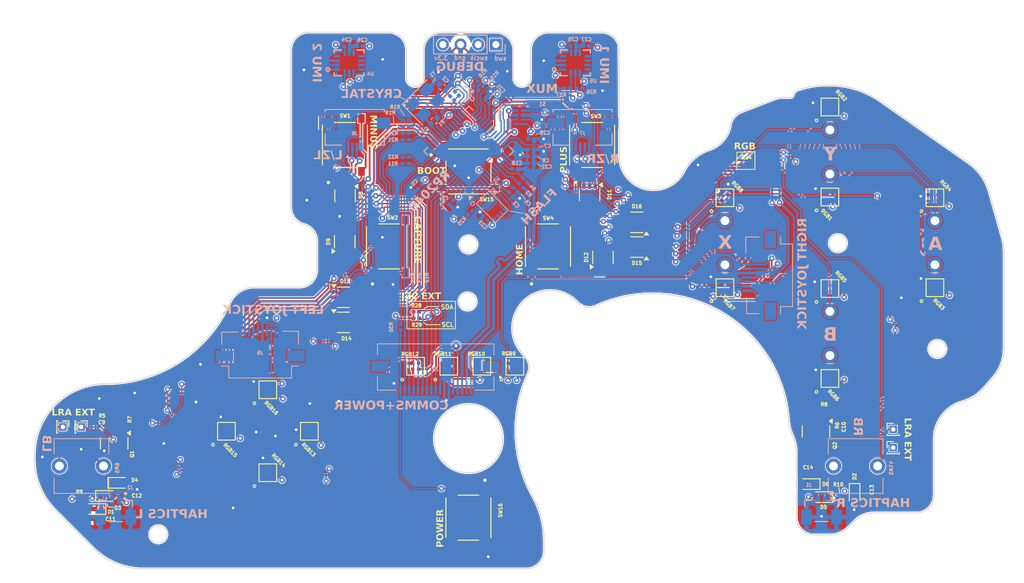
<source format=kicad_pcb>
(kicad_pcb (version 20240108) (generator "pcbnew") (generator_version "8.0")
  (title_block (title "ProGCC Super Main PCB") (date "2025-05-12") (company "Hand Held Legend, LLC"))
  (layers (0 "F.Cu" signal) (1 "In1.Cu" signal) (2 "In2.Cu" signal) (31 "B.Cu" signal) (34 "B.Paste" user) (35 "F.Paste" user) (36 "B.SilkS" user "B.Silkscreen") (37 "F.SilkS" user "F.Silkscreen") (38 "B.Mask" user) (39 "F.Mask" user) (44 "Edge.Cuts" user))
  (net 0 "")
  (net 1 "XTAL_IN")
  (net 2 "GND")
  (net 3 "Net-(C2-Pad1)")
  (net 4 "+1V1")
  (net 5 "+3V3")
  (net 6 "LRA_L")
  (net 7 "LRA_R")
  (net 8 "LRA_L+")
  (net 9 "LRA_L-")
  (net 10 "LRA_R+")
  (net 11 "LRA_R-")
  (net 12 "VBUS_SYS")
  (net 13 "C")
  (net 14 "B")
  (net 15 "T_L_OUT")
  (net 16 "A")
  (net 17 "STICK_L_BTN_OUT")
  (net 18 "T_ZL_OUT")
  (net 19 "E")
  (net 20 "D")
  (net 23 "T_R_OUT")
  (net 24 "Net-(D11A-A)")
  (net 25 "T_ZR_OUT")
  (net 28 "STICK_R_BTN_OUT")
  (net 29 "Net-(D13A-A)")
  (net 30 "Net-(D13B-A)")
  (net 31 "Net-(D13C-A)")
  (net 34 "Net-(D14A-A)")
  (net 35 "Net-(D14B-A)")
  (net 36 "Net-(D15B-A)")
  (net 37 "Net-(D15A-A)")
  (net 38 "Net-(D15C-A)")
  (net 40 "Net-(D16A-A)")
  (net 42 "Net-(D16B-A)")
  (net 43 "STICK_R_RGB_OUT")
  (net 44 "STICK_R_RGB_IN")
  (net 45 "STICK_R_X_OUT")
  (net 46 "G")
  (net 47 "STICK_R_Y_OUT")
  (net 48 "BAT_LVL")
  (net 49 "N_CLOCK_3.3")
  (net 50 "D-")
  (net 51 "I2C1_SDA")
  (net 52 "D+")
  (net 53 "I2C1_SCL")
  (net 54 "WL_ON")
  (net 55 "WL_CS")
  (net 56 "N_DATA_3.3")
  (net 57 "WL_D")
  (net 58 "WL_CLK")
  (net 59 "N_LATCH_3.3")
  (net 60 "STICK_L_Y_OUT")
  (net 61 "STICK_L_X_OUT")
  (net 62 "F")
  (net 63 "STICK_L_RGB_OUT")
  (net 64 "STICK_L_RGB_IN")
  (net 65 "SWCLK")
  (net 66 "SWD")
  (net 67 "Net-(Q1-B)")
  (net 68 "Net-(Q2-B)")
  (net 69 "XTAL_OUT")
  (net 70 "RP_RUN")
  (net 71 "DI+")
  (net 72 "DI-")
  (net 73 "Net-(U1-GPIO4)")
  (net 74 "Net-(U1-GPIO5)")
  (net 75 "Net-(U1-GPIO10)")
  (net 76 "I")
  (net 77 "Net-(U1-GPIO11)")
  (net 78 "H")
  (net 79 "Net-(U1-GPIO12)")
  (net 80 "Net-(U1-GPIO14)")
  (net 81 "Net-(U1-GPIO15)")
  (net 82 "RGB_OUT")
  (net 83 "USB_BOOT")
  (net 84 "Net-(U3-{slash}CS)")
  (net 85 "Net-(RGB1-DOUT)")
  (net 87 "Net-(RGB3-DOUT)")
  (net 89 "Net-(RGB5-DOUT)")
  (net 92 "SCLK")
  (net 93 "SIO2")
  (net 94 "ADC_MUX_OUT")
  (net 95 "I2C0_SCL")
  (net 96 "SIO0")
  (net 97 "BTN_PWR")
  (net 98 "ADC_ADDR_1")
  (net 99 "SIO1")
  (net 100 "I2C0_SDA")
  (net 101 "ADC_ADDR_0")
  (net 102 "SIO3")
  (net 103 "Net-(RGB10-DIN)")
  (net 104 "Net-(RGB10-DOUT)")
  (net 105 "Net-(RGB11-DOUT)")
  (net 106 "RGB_DPAD_IN")
  (net 107 "Net-(RGB13-DOUT)")
  (net 108 "Net-(RGB14-DOUT)")
  (net 109 "Net-(RGB15-DOUT)")
  (net 110 "Net-(U1-GPIO6)")
  (net 119 "Net-(U1-GPIO9)")
  (net 121 "Net-(U1-GPIO25)")
  (net 122 "Net-(D8A-A)")
  (net 123 "Net-(D9B-A)")
  (net 124 "Net-(D12A-A)")
  (net 125 "Net-(U1-GPIO18)")
  (net 126 "Net-(U1-GPIO13)")
  (net 128 "Net-(U1-GPIO19)")
  (net 129 "Net-(U1-GPIO22)")
  (footprint "hhl:SK6805-EC-10" (layer "F.Cu") (at 111.752734 32.029086)
    (property "Reference" "RGB1")
    (property "Value" "SK6805-EC-10" (hide yes))
  )
  (footprint "hhl:SK6805-EC-10" (layer "F.Cu") (at 68.543091 51.211695)
    (property "Reference" "RGB11")
    (property "Value" "SK6805-EC-10" (hide yes))
  )
  (footprint "Package_TO_SOT_SMD:SOT-363_SC-70-6" (layer "F.Cu") (at 89.874134 37.707323 180)
    (property "Reference" "D15")
    (property "Value" "BAS16VY,115")
  )
  (footprint "hhl:SK6805-EC-10" (layer "F.Cu") (at 111.752734 52.604086)
    (property "Reference" "RGB6")
    (property "Value" "SK6805-EC-10" (hide yes))
  )
  (footprint "Diode_SMD:D_SOD-523" (layer "F.Cu") (at 31.175 64.434247)
    (property "Reference" "D4")
    (property "Value" "M7C")
  )
  (footprint "hhl:SK6805-EC-10" (layer "F.Cu") (at 111.752735 42.404087)
    (property "Reference" "RGB5")
    (property "Value" "SK6805-EC-10" (hide yes))
  )
  (footprint "Connector_PinHeader_1.00mm:PinHeader_1x01_P1.00mm_Vertical" (layer "F.Cu") (at 24.799999 58.1 -90)
    (property "Reference" "T2")
    (property "Value" "~")
  )
  (footprint "hhl:SK6805-EC-10" (layer "F.Cu") (at 43.338832 58.584448)
    (property "Reference" "RGB15")
    (property "Value" "SK6805-EC-10" (hide yes))
  )
  (footprint "Diode_SMD:D_SOD-523" (layer "F.Cu") (at 28.425 67.4 180)
    (property "Reference" "D1")
    (property "Value" "M7C")
  )
  (footprint "hhl:pgs_abxy" (layer "F.Cu") (at 111.752734 47.504086)
    (property "Reference" "SW13" (hide yes))
    (property "Value" "~" (hide yes))
  )
  (footprint "Diode_SMD:D_SOD-523" (layer "F.Cu") (at 114.55 65.775 -90)
    (property "Reference" "D2")
    (property "Value" "M7C")
  )
  (footprint "Capacitor_SMD:C_0201_0603Metric" (layer "F.Cu") (at 109.65 63.4 180)
    (property "Reference" "C14")
    (property "Value" "1uF")
  )
  (footprint "Diode_SMD:D_SOD-523" (layer "F.Cu") (at 110.825 66.05 180)
    (property "Reference" "D5")
    (property "Value" "M7C")
  )
  (footprint "Capacitor_SMD:C_0201_0603Metric" (layer "F.Cu") (at 30.437501 57.6 180)
    (property "Reference" "C9")
    (property "Value" "100nF")
  )
  (footprint "hhl:SK6805-EC-10" (layer "F.Cu") (at 99.852735 32.116586)
    (property "Reference" "RGB8")
    (property "Value" "SK6805-EC-10" (hide yes))
  )
  (footprint "hhl:SK6805-EC-10" (layer "F.Cu") (at 52.73883 58.584448)
    (property "Reference" "RGB13")
    (property "Value" "SK6805-EC-10" (hide yes))
  )
  (footprint "Connector_PinHeader_1.00mm:PinHeader_1x01_P1.00mm_Vertical" (layer "F.Cu") (at 118.925 58.375)
    (property "Reference" "T3" (hide yes))
    (property "Value" "~")
  )
  (footprint "Package_TO_SOT_SMD:SOT-363_SC-70-6" (layer "F.Cu") (at 56.75 37.100001 90)
    (property "Reference" "D9")
    (property "Value" "BAS16VY,115")
  )
  (footprint "Diode_SMD:D_SOD-523" (layer "F.Cu") (at 109.375 64.575 180)
    (property "Reference" "D6")
    (property "Value" "M7C")
  )
  (footprint "Resistor_SMD:R_0201_0603Metric" (layer "F.Cu") (at 27.075 66.2 180)
    (property "Reference" "R9")
    (property "Value" "10R")
  )
  (footprint "hhl:TS-1187A-C-E-B" (layer "F.Cu") (at 61.772471 37.632897 90)
    (property "Reference" "SW2")
    (property "Value" "TS-1187A-C-A-B ")
  )
  (footprint "hhl:SK6805-EC-10" (layer "F.Cu") (at 48.03883 63.284448)
    (property "Reference" "RGB14")
    (property "Value" "SK6805-EC-10" (hide yes))
  )
  (footprint "Resistor_SMD:R_0201_0603Metric" (layer "F.Cu") (at 64.87 45.025 180)
    (property "Reference" "R29")
    (property "Value" "1k")
  )
  (footprint "hhl:pgs_abxy" (layer "F.Cu") (at 111.752734 26.929086)
    (property "Reference" "SW10" (hide yes))
    (property "Value" "~" (hide yes))
  )
  (footprint "Resistor_SMD:R_0201_0603Metric" (layer "F.Cu") (at 102.275 28.4)
    (property "Reference" "R24")
    (property "Value" "100R")
  )
  (footprint "Package_TO_SOT_SMD:SOT-363_SC-70-6" (layer "F.Cu") (at 56.6 43.4)
    (property "Reference" "D13")
    (property "Value" "BAS16VY,115")
  )
  (footprint "hhl:TS-1187A-C-E-B" (layer "F.Cu") (at 79.795603 37.632897 90)
    (property "Reference" "SW4")
    (property "Value" "TS-1187A-C-A-B ")
  )
  (footprint "Package_TO_SOT_SMD:SOT-363_SC-70-6" (layer "F.Cu") (at 86.025 38.875001 90)
    (property "Reference" "D12")
    (property "Value" "BAS16VY,115")
  )
  (footprint "Resistor_SMD:R_0201_0603Metric" (layer "F.Cu") (at 30.437501 56.825)
    (property "Reference" "R5")
    (property "Value" "10k")
  )
  (footprint "hhl:SK6805-EC-10" (layer "F.Cu") (at 76.043093 51.211695)
    (property "Reference" "RGB9")
    (property "Value" "SK6805-EC-10" (hide yes))
  )
  (footprint "hhl:pgs_dpad" (layer "F.Cu") (at 39.038831 58.584449 90)
    (property "Reference" "SW6" (hide yes))
    (property "Value" "~" (hide yes))
  )
  (footprint "Capacitor_SMD:C_0201_0603Metric" (layer "F.Cu") (at 113.35 56.6 -90)
    (property "Reference" "C10")
    (property "Value" "100nF")
  )
  (footprint "hhl:SK6805-EC-10" (layer "F.Cu") (at 99.852735 42.316587)
    (property "Reference" "RGB7")
    (property "Value" "SK6805-EC-10" (hide yes))
  )
  (footprint "Capacitor_SMD:C_0201_0603Metric" (layer "F.Cu") (at 28.8 68.55)
    (property "Reference" "C11")
    (property "Value" "1uF")
  )
  (footprint "hhl:SK6805-EC-10" (layer "F.Cu") (at 111.752735 21.829087)
    (property "Reference" "RGB2")
    (property "Value" "SK6805-EC-10" (hide yes))
  )
  (footprint "hhl:pgs_abxy" (layer "F.Cu") (at 99.852734 37.216586)
    (property "Reference" "SW12" (hide yes))
    (property "Value" "~" (hide yes))
  )
  (footprint "hhl:TS-1187A-C-E-B" (layer "F.Cu") (at 70.780001 29.136254)
    (property "Reference" "SW15")
    (property "Value" "TS-1187A-C-A-B ")
  )
  (footprint "Capacitor_SMD:C_0201_0603Metric" (layer "F.Cu") (at 115.675 65.225 90)
    (property "Reference" "C13")
    (property "Value" "1uF")
  )
  (footprint "Connector_PinHeader_1.00mm:PinHeader_1x01_P1.00mm_Vertical" (layer "F.Cu") (at 118.925 60.45)
    (property "Reference" "T4" (hide yes))
    (property "Value" "~")
  )
  (footprint "hhl:SK6805-EC-10" (layer "F.Cu") (at 123.652735 42.316586)
    (property "Reference" "RGB3")
    (property "Value" "SK6805-EC-10" (hide yes))
  )
  (footprint "Resistor_SMD:R_0201_0603Metric" (layer "F.Cu") (at 111.45 56.25 180)
    (property "Reference" "R8")
    (property "Value" "100R")
  )
  (footprint "Resistor_SMD:R_0201_0603Metric" (layer "F.Cu") (at 31.562501 57.25 -90)
    (property "Reference" "R7")
    (property "Value" "100R")
  )
  (footprint "Package_TO_SOT_SMD:SOT-363_SC-70-6" (layer "F.Cu") (at 89.870689 34.903012 180)
    (property "Reference" "D16")
    (property "Value" "BAS16VY,115")
  )
  (footprint "hhl:pgs_dpad" (layer "F.Cu") (at 48.03883 67.584449 180)
    (property "Reference" "SW8" (hide yes))
    (property "Value" "~" (hide yes))
  )
  (footprint "Capacitor_SMD:C_0201_0603Metric" (layer "F.Cu") (at 31.8 65.9)
    (property "Reference" "C12")
    (property "Value" "1uF")
  )
  (footprint "Resistor_SMD:R_0201_0603Metric" (layer "F.Cu") (at 113.1 66.15)
    (property "Reference" "R10")
    (property "Value" "10R")
  )
  (footprint "Diode_SMD:D_SOD-523" (layer "F.Cu") (at 29.773664 65.918303)
    (property "Reference" "D3")
    (property "Value" "M7C")
  )
  (footprint "hhl:SK6805-EC-10" (layer "F.Cu") (at 64.793092 51.211695)
    (property "Reference" "RGB12")
    (property "Value" "SK6805-EC-10" (hide yes))
  )
  (footprint "Resistor_SMD:R_0201_0603Metric" (layer "F.Cu") (at 64.875 45.780136)
    (property "Reference" "R28")
    (property "Value" "1k")
  )
  (footprint "Package_TO_SOT_SMD:SOT-23" (layer "F.Cu") (at 30.612501 59.95 -90)
    (property "Reference" "Q1")
    (property "Value" "MMBT2222A")
  )
  (footprint "hhl:TS-1187A-C-E-B" (layer "F.Cu") (at 56.772472 26.132898 90)
    (property "Reference" "SW1")
    (property "Value" "TS-1187A-C-A-B ")
  )
  (footprint "Connector_PinHeader_1.00mm:PinHeader_1x01_P1.00mm_Vertical" (layer "F.Cu") (at 26.875 58.1 -90)
    (property "Reference" "T1" (hide yes))
    (property "Value" "~")
  )
  (footprint "Resistor_SMD:R_0201_0603Metric" (layer "F.Cu") (at 112.575 56.6 90)
    (property "Reference" "R6")
    (property "Value" "10k")
  )
  (footprint "hhl:pgs_abxy" (layer "F.Cu") (at 123.652735 37.216585)
    (property "Reference" "SW11" (hide yes))
    (property "Value" "~" (hide yes))
  )
  (footprint "Package_TO_SOT_SMD:SOT-363_SC-70-6" (layer "F.Cu") (at 84.5125 31.75 -90)
    (property "Reference" "D11")
    (property "Value" "BAS16VY,115")
  )
  (footprint "hhl:SK6805-EC-10" (layer "F.Cu") (at 123.652735 32.116587)
    (property "Reference" "RGB4")
    (property "Value" "SK6805-EC-10" (hide yes))
  )
  (footprint "hhl:SK6805-EC-10" (layer "F.Cu") (at 48.03883 53.884448)
    (property "Reference" "RGB16")
    (property "Value" "SK6805-EC-10" (hide yes))
  )
  (footprint "hhl:pgs_dpad" (layer "F.Cu") (at 57.03883 58.584449 -90)
    (property "Reference" "SW7" (hide yes))
    (property "Value" "~" (hide yes))
  )
  (footprint "hhl:SK6805-EC-10" (layer "F.Cu") (at 72.293091 51.211695)
    (property "Reference" "RGB10")
    (property "Value" "SK6805-EC-10" (hide yes))
  )
  (footprint "Package_TO_SOT_SMD:SOT-23" (layer "F.Cu") (at 110.175 58.6 -90)
    (property "Reference" "Q2")
    (property "Value" "MMBT2222A")
  )
  (footprint "hhl:TS-1187A-C-E-B" (layer "F.Cu") (at 70.772472 68.382898 -90)
    (property "Reference" "SW16")
    (property "Value" "TS-1187A-C-A-B ")
  )
  (footprint "Package_TO_SOT_SMD:SOT-363_SC-70-6" (layer "F.Cu") (at 56.787499 31.9 -90)
    (property "Reference" "D8")
    (property "Value" "BAS16VY,115")
  )
  (footprint "hhl:pgs_dpad" (layer "F.Cu") (at 48.03883 49.584449)
    (property "Reference" "SW5" (hide yes))
    (property "Value" "~" (hide yes))
  )
  (footprint "Package_TO_SOT_SMD:SOT-363_SC-70-6" (layer "F.Cu") (at 56.6 46.25)
    (property "Reference" "D14")
    (property "Value" "BAS16VY,115")
  )
  (footprint "hhl:TS-1187A-C-E-B" (layer "F.Cu") (at 84.795604 26.132897 90)
    (property "Reference" "SW3")
    (property "Value" "TS-1187A-C-A-B ")
  )
  (footprint "Resistor_SMD:R_0201_0603Metric" (layer "B.Cu") (at 63.695 27.5 180)
    (property "Reference" "R22")
    (property "Value" "100R")
  )
  (footprint "hhl:5051100892" (layer "B.Cu") (at 47.165 49.9 180)
    (property "Reference" "J5")
    (property "Value" "Molex 505110-0892" (hide yes))
  )
  (footprint "Capacitor_SMD:C_0201_0603Metric" (layer "B.Cu") (at 77.85 27.425 180)
    (property "Reference" "C8")
    (property "Value" "100nF")
  )
  (footprint "hhl:EVQP0" (layer "B.Cu") (at 26.906262 62.529128 90)
    (property "Reference" "SW9")
    (property "Value" "EVQ-P0E07K")
  )
  (footprint "Capacitor_SMD:C_0402_1005Metric" (layer "B.Cu") (at 66.875 23.4 -135)
    (property "Reference" "C1")
    (property "Value" "15pF")
  )
  (footprint "Package_DFN_QFN:QFN-56-1EP_7x7mm_P0.4mm_EP3.2x3.2mm" (layer "B.Cu") (at 70.824955 26.838686 45)
    (property "Reference" "U1")
    (property "Value" "RP2040")
  )
  (footprint "Capacitor_SMD:C_0201_0603Metric" (layer "B.Cu") (at 77.85 28.2 180)
    (property "Reference" "C22")
    (property "Value" "100nF")
  )
  (footprint "Resistor_SMD:R_0201_0603Metric" (layer "B.Cu") (at 83.375 19.725 180)
    (property "Reference" "R26")
    (property "Value" "1k")
  )
  (footprint "Capacitor_SMD:C_0201_0603Metric" (layer "B.Cu") (at 68.932871 20.840681 -45)
    (property "Reference" "C20")
    (property "Value" "100nF")
  )
  (footprint "Resistor_SMD:R_0201_0603Metric" (layer "B.Cu") (at 73.624132 22.523382 90)
    (property "Reference" "R17")
    (property "Value" "100R")
  )
  (footprint "Resistor_SMD:R_0201_0603Metric" (layer "B.Cu") (at 63.675 23.3 180)
    (property "Reference" "R18")
    (property "Value" "100R")
  )
  (footprint "Resistor_SMD:R_0201_0603Metric" (layer "B.Cu") (at 71.618478 19.138476 45)
    (property "Reference" "R16")
    (property "Value" "100R")
  )
  (footprint "Resistor_SMD:R_0201_0603Metric" (layer "B.Cu") (at 76.759788 30.758884 135)
    (property "Reference" "R3")
    (property "Value" "27R")
  )
  (footprint "Resistor_SMD:R_0201_0603Metric" (layer "B.Cu") (at 70.97491 33.85 45)
    (property "Reference" "R25")
    (property "Value" "1k")
  )
  (footprint "Capacitor_SMD:C_0201_0603Metric" (layer "B.Cu") (at 58.475 14.925)
    (property "Reference" "C26")
    (property "Value" "100nF")
  )
  (footprint "Capacitor_SMD:C_0201_0603Metric" (layer "B.Cu") (at 72.88317 21.217078 -45)
    (property "Reference" "C21")
    (property "Value" "100nF")
  )
  (footprint "Resistor_SMD:R_0201_0603Metric" (layer "B.Cu") (at 63.7 25.55 180)
    (property "Reference" "R21")
    (property "Value" "100R")
  )
  (footprint "Capacitor_SMD:C_0201_0603Metric" (layer "B.Cu") (at 72.694024 34.43088 135)
    (property "Reference" "C23")
    (property "Value" "100nF")
  )
  (footprint "hhl:JST_SM02B-SURS-TF_LF__SN_" (layer "B.Cu") (at 110.79 66.365 180)
    (property "Reference" "J1")
    (property "Value" "SM02B-SURS-TF_LF__SN_" (hide yes))
  )
  (footprint "Resistor_SMD:R_0201_0603Metric" (layer "B.Cu") (at 63.695 28.25 180)
    (property "Reference" "R11")
    (property "Value" "100R")
  )
  (footprint "hhl:LGA14" (layer "B.Cu") (at 57.25 16.825 180)
    (property "Reference" "U4")
    (property "Value" "ST_LSM6" (hide yes))
  )
  (footprint "Capacitor_SMD:C_0201_0603Metric" (layer "B.Cu") (at 57 14.925 180)
    (property "Reference" "C24")
    (property "Value" "100nF")
  )
  (footprint "hhl:LGA14" (layer "B.Cu") (at 82.9 16.825 180)
    (property "Reference" "U5")
    (property "Value" "ST_LSM6" (hide yes))
  )
  (footprint "Capacitor_SMD:C_0201_0603Metric" (layer "B.Cu") (at 77.85 26.65 180)
    (property "Reference" "C7")
    (property "Value" "100nF")
  )
  (footprint "Resistor_SMD:R_0201_0603Metric" (layer "B.Cu") (at 66.084377 42.601273 -90)
    (property "Reference" "R12")
    (property "Value" "100R")
  )
  (footprint "hhl:EVQP0" (layer "B.Cu") (at 114.661814 62.529128 90)
    (property "Reference" "SW14")
    (property "Value" "EVQ-P0E07K")
  )
  (footprint "hhl:5051100492" (layer "B.Cu") (at 83.70992 24.132331)
    (property "Reference" "J7")
    (property "Value" "Molex 505110-0492" (hide yes))
  )
  (footprint "hhl:TMUX1204DQAR" (layer "B.Cu") (at 76.570734 22.749256 180)
    (property "Reference" "S1")
    (property "Value" "TMUX1204DQAR" (hide yes))
  )
  (footprint "Resistor_SMD:R_0201_0603Metric" (layer "B.Cu") (at 65.255557 42.605557 -90)
    (property "Reference" "R13")
    (property "Value" "100R")
  )
  (footprint "Resistor_SMD:R_0201_0603Metric" (layer "B.Cu") (at 68.05 22.15 45)
    (property "Reference" "R1")
    (property "Value" "1k")
  )
  (footprint "hhl:5051100492" (layer "B.Cu") (at 57.88679 24.132331)
    (property "Reference" "J6")
    (property "Value" "Molex 505110-0492" (hide yes))
  )
  (footprint "Capacitor_SMD:C_0201_0603Metric" (layer "B.Cu") (at 77.875 25.45)
    (property "Reference" "C28")
    (property "Value" "100nF")
  )
  (footprint "Capacitor_SMD:C_0201_0603Metric" (layer "B.Cu") (at 75.594275 31.750102 135)
    (property "Reference" "C3")
    (property "Value" "1uF")
  )
  (footprint "Resistor_SMD:R_0201_0603Metric" (layer "B.Cu") (at 64.425 42.606236 -90)
    (property "Reference" "R14")
    (property "Value" "100R")
  )
  (footprint "Capacitor_SMD:C_0201_0603Metric" (layer "B.Cu") (at 65.288993 30.849999 -135)
    (property "Reference" "C5")
    (property "Value" "100nF")
  )
  (footprint "Resistor_SMD:R_0201_0603Metric" (layer "B.Cu") (at 63.7 24.05 180)
    (property "Reference" "R19")
    (property "Value" "100R")
  )
  (footprint "Resistor_SMD:R_0201_0603Metric" (layer "B.Cu") (at 72.175 19.675 45)
    (property "Reference" "R15")
    (property "Value" "100R")
  )
  (footprint "hhl:USON-8-EP(2x3)" (layer "B.Cu") (at 73.463784 33.139431 -45)
    (property "Reference" "U3")
    (property "Value" "GD25Q80EEIGR")
  )
  (footprint "Resistor_SMD:R_0201_0603Metric" (layer "B.Cu") (at 81.925 19.725 180)
    (property "Reference" "R27")
    (property "Value" "1k")
  )
  (footprint "Capacitor_SMD:C_0201_0603Metric" (layer "B.Cu") (at 82.65 14.9 180)
    (property "Reference" "C25")
    (property "Value" "100nF")
  )
  (footprint "Resistor_SMD:R_0201_0603Metric" (layer "B.Cu") (at 63.7 24.8 180)
    (property "Reference" "R20")
    (property "Value" "100R")
  )
  (footprint "Capacitor_SMD:C_0201_0603Metric" (layer "B.Cu") (at 76.129983 31.210003 -45)
    (property "Reference" "C6")
    (property "Value" "1uF")
  )
  (footprint "Capacitor_SMD:C_0402_1005Metric" (layer "B.Cu") (at 67.830859 19.577303 -45)
    (property "Reference" "C2")
    (property "Value" "15pF")
  )
  (footprint "Connector_PinHeader_2.00mm:PinHeader_1x04_P2.00mm_Vertical" (layer "B.Cu") (at 73.88 14.75 90)
    (property "Reference" "J8" (hide yes))
    (property "Value" "Conn_01x04_Pin")
  )
  (footprint "Resistor_SMD:R_0201_0603Metric" (layer "B.Cu") (at 63.07 46.79 -90)
    (property "Reference" "R30")
    (property "Value" "100R")
  )
  (footprint "Resistor_SMD:R_0201_0603Metric" (layer "B.Cu") (at 77.200144 30.132435 135)
    (property "Reference" "R4")
    (property "Value" "27R")
  )
  (footprint "hhl:5051101792" (layer "B.Cu") (at 67.059 51.55)
    (property "Reference" "J9")
    (property "Value" "Molex 505110-1792" (hide yes))
  )
  (footprint "Capacitor_SMD:C_0201_0603Metric" (layer "B.Cu") (at 76.044957 28.862821 180)
    (property "Reference" "C18")
    (property "Value" "100nF")
  )
  (footprint "Capacitor_SMD:C_0201_0603Metric" (layer "B.Cu") (at 84.125 14.9)
    (property "Reference" "C27")
    (property "Value" "100nF")
  )
  (footprint "Crystal:Crystal_SMD_3225-4Pin_3.2x2.5mm" (layer "B.Cu") (at 65.85 21.3 45)
    (property "Reference" "Y1")
    (property "Value" "ABM8-272-T3")
  )
  (footprint "hhl:JST_SM02B-SURS-TF_LF__SN_" (layer "B.Cu") (at 30.79 66.375 180)
    (property "Reference" "J2")
    (property "Value" "SM02B-SURS-TF_LF__SN_" (hide yes))
  )
  (footprint "Capacitor_SMD:C_0201_0603Metric" (layer "B.Cu") (at 68.832871 32.625294 -135)
    (property "Reference" "C4")
    (property "Value" "100nF")
  )
  (footprint "Resistor_SMD:R_0201_0603Metric" (layer "B.Cu") (at 69.468134 20.305418 135)
    (property "Reference" "R2")
    (property "Value" "10k")
  )
  (footprint "hhl:5051100892" (layer "B.Cu") (at 104.86 40.908001 -90)
    (property "Reference" "J3")
    (property "Value" "Molex 505110-0892" (hide yes))
  )
  (gr_line (start 67.978656 23.271266) (end 68.075 23.05) (stroke (width 0.1)) (layer "B.SilkS"))
  (gr_line (start 70.7 19.65) (end 70.375 19.475) (stroke (width 0.1)) (layer "B.SilkS"))
  (gr_line (start 73.445202 20.439328) (end 73.129758 20.939276) (stroke (width 0.1)) (layer "B.SilkS"))
  (gr_line (start 66.975 18.725) (end 66.7 19.025) (stroke (width 0.1)) (layer "B.SilkS"))
  (gr_line (start 70.375 19.475) (end 69.65 19.95) (stroke (width 0.1)) (layer "B.SilkS"))
  (gr_line (start 69.775 21.575) (end 69.441856 21.304526) (stroke (width 0.1)) (layer "B.SilkS"))
  (gr_line (start 62.325 23.7) (end 62.932132 24.034944) (stroke (width 0.1)) (layer "B.SilkS"))
  (gr_line (start 66.9 18.475) (end 66.975 18.725) (stroke (width 0.1)) (layer "B.SilkS"))
  (gr_line (start 74.075 19.875) (end 73.445202 20.439328) (stroke (width 0.1)) (layer "B.SilkS"))
  (gr_line (start 77 33.9) (end 75.475 33.625) (stroke (width 0.1)) (layer "B.SilkS"))
  (gr_line (start 70.590547 20.798626) (end 69.775 21.575) (stroke (width 0.1)) (layer "B.SilkS"))
  (gr_line (start 62.25 22.85) (end 62.325 23.7) (stroke (width 0.1)) (layer "B.SilkS"))
  (gr_line (start 63.075 22.125) (end 63.515404 22.796976) (stroke (width 0.1)) (layer "B.SilkS"))
  (gr_line (start 78.975 28.575) (end 78.65 28.3) (stroke (width 0.1)) (layer "B.SilkS"))
  (gr_line (start 79.075 27.75) (end 78.65 27.475) (stroke (width 0.1)) (layer "B.SilkS"))
  (gr_line (start 79.275 26.25) (end 78.7 26.4) (stroke (width 0.1)) (layer "B.SilkS"))
  (gr_line (start 68.075 23.05) (end 68.025 22.675) (stroke (width 0.1)) (layer "B.SilkS"))
  (gr_line (start 77.2 32.3) (end 76.775 31.725) (stroke (width 0.1)) (layer "B.SilkS"))
  (gr_line (start 62.575 20.5) (end 63.575 20.975) (stroke (width 0.1)) (layer "B.SilkS"))
  (gr_line (start 73.275 18.725) (end 73.05 19.05) (stroke (width 0.1)) (layer "B.SilkS"))
  (gr_line (start 78.776556 24.774637) (end 78.399611 24.992868) (stroke (width 0.1)) (layer "B.SilkS"))
  (gr_line (start 73.05 19.05) (end 72.775986 19.254849) (stroke (width 0.1)) (layer "B.SilkS"))
  (gr_rect (start 101.2 26.95) (end 103.25 28.9) (stroke (width 0.1)) (fill none) (layer "F.SilkS"))
  (gr_line (start 112.75 64.975) (end 112.872252 65.653346) (stroke (width 0.1)) (layer "F.SilkS"))
  (gr_line (start 29.9 67.175) (end 29.849793 66.861537) (stroke (width 0.1)) (layer "F.SilkS"))
  (gr_line (start 65.975 46.5) (end 65.7 46.25) (stroke (width 0.1)) (layer "F.SilkS"))
  (gr_rect (start 63.8 43.85) (end 69.3 46.975) (stroke (width 0.1)) (fill none) (layer "F.SilkS"))
  (gr_line (start 66.174999 44.448396) (end 65.767612 44.629457) (stroke (width 0.1)) (layer "F.SilkS"))
  (gr_line (start 67.425 44.45) (end 66.174999 44.448396) (stroke (width 0.1)) (layer "F.SilkS"))
  (gr_line (start 67.55 46.5) (end 65.975 46.5) (stroke (width 0.1)) (layer "F.SilkS"))
  (gr_line (start 30.525 67.2) (end 29.9 67.175) (stroke (width 0.1)) (layer "F.SilkS"))
  (gr_line (start 76.861621 49.736184) (end 76.875835 49.752115) (stroke (width 0.1)) (layer "Edge.Cuts"))
  (gr_arc (start 33.9038 74.165932) (mid 30.84225 73.556956) (end 28.24681 71.822742) (stroke (width 0.1)) (layer "Edge.Cuts"))
  (gr_line (start 52.65379 13.361341) (end 61.7324 13.361342) (stroke (width 0.1)) (layer "Edge.Cuts"))
  (gr_line (start 83.859002 44.428205) (end 83.825406 44.415636) (stroke (width 0.1)) (layer "Edge.Cuts"))
  (gr_arc (start 77.835636 18.5465) (mid 76.860638 19.521544) (end 75.885638 18.534569) (stroke (width 0.1)) (layer "Edge.Cuts"))
  (gr_arc (start 21.59 61.214) (mid 23.933145 55.557143) (end 29.589999 53.213997) (stroke (width 0.1)) (layer "Edge.Cuts"))
  (gr_line (start 53.60857 40.26205) (end 53.60857 37.080311) (stroke (width 0.1)) (layer "Edge.Cuts"))
  (gr_arc (start 95.21203 29.128333) (mid 90.842277 31.115542) (end 87.876864 27.340618) (stroke (width 0.1)) (layer "Edge.Cuts"))
  (gr_arc (start 114.576013 68.708321) (mid 115.549321 68.057964) (end 116.708623 67.829603) (stroke (width 0.1)) (layer "Edge.Cuts"))
  (gr_curve (pts (xy 83.825406 44.415636) (xy 83.692028 44.366449) (xy 83.564763 44.302053) (xy 83.476475 44.238836)) (stroke (width 0.1)) (layer "Edge.Cuts"))
  (gr_line (start 76.662326 49.500543) (end 76.674073 49.514375) (stroke (width 0.1)) (layer "Edge.Cuts"))
  (gr_arc (start 65.682438 18.5465) (mid 64.707438 19.521546) (end 63.732438 18.534327) (stroke (width 0.1)) (layer "Edge.Cuts"))
  (gr_arc (start 73.8856 13.361342) (mid 75.29985 13.947128) (end 75.885637 15.36134) (stroke (width 0.1)) (layer "Edge.Cuts"))
  (gr_arc (start 52.131182 35.131549) (mid 51.073638 34.427065) (end 50.653941 33.227669) (stroke (width 0.1)) (layer "Edge.Cuts"))
  (gr_curve (pts (xy 76.160398 45.073649) (xy 76.359768 44.639805) (xy 76.65112 44.22084) (xy 77.008578 43.863382)) (stroke (width 0.1)) (layer "Edge.Cuts"))
  (gr_curve (pts (xy 107.376578 20.752625) (xy 107.453146 20.72239) (xy 107.492679 20.695654) (xy 107.503023 20.682768)) (stroke (width 0.1)) (layer "Edge.Cuts"))
  (gr_line (start 121.54003 67.829602) (end 116.708623 67.829603) (stroke (width 0.1)) (layer "Edge.Cuts"))
  (gr_line (start 129.783511 31.396621) (end 131.255044 36.617952) (stroke (width 0.1)) (layer "Edge.Cuts"))
  (gr_line (start 123.550126 59.482299) (end 123.550832 65.8296) (stroke (width 0.1)) (layer "Edge.Cuts"))
  (gr_arc (start 100.45 24.09) (mid 100.844188 23.060041) (end 101.722775 22.393495) (stroke (width 0.1)) (layer "Edge.Cuts"))
  (gr_line (start 131.479953 38.2453) (end 131.479956 49.2045) (stroke (width 0.1)) (layer "Edge.Cuts"))
  (gr_line (start 29.589999 53.213997) (end 29.696178 53.208346) (stroke (width 0.1)) (layer "Edge.Cuts"))
  (gr_line (start 111.71209 70.329604) (end 109.9548 70.329604) (stroke (width 0.1)) (layer "Edge.Cuts"))
  (gr_arc (start 50.653791 15.36134) (mid 51.239576 13.947129) (end 52.65379 13.361341) (stroke (width 0.1)) (layer "Edge.Cuts"))
  (gr_line (start 107.515269 59.021017) (end 107.525193 59.04962) (stroke (width 0.1)) (layer "Edge.Cuts"))
  (gr_line (start 82.659574 43.528876) (end 82.685249 43.549501) (stroke (width 0.1)) (layer "Edge.Cuts"))
  (gr_arc (start 109.9548 70.329604) (mid 108.540519 69.743817) (end 107.954732 68.341162) (stroke (width 0.1)) (layer "Edge.Cuts"))
  (gr_line (start 50.653941 33.227669) (end 50.653791 15.36134) (stroke (width 0.1)) (layer "Edge.Cuts"))
  (gr_circle (center 123.931338 49.253344) (end 122.931339 49.253344) (stroke (width 0.1)) (fill none) (layer "Edge.Cuts"))
  (gr_line (start 77.34659 74.165932) (end 33.9038 74.165932) (stroke (width 0.1)) (layer "Edge.Cuts"))
  (gr_arc (start 131.479956 49.2045) (mid 131.15735 50.971405) (end 130.231164 52.510303) (stroke (width 0.1)) (layer "Edge.Cuts"))
  (gr_curve (pts (xy 76.662326 49.500543) (xy 76.538282 49.34197) (xy 76.41667 49.160136) (xy 76.309884 48.970729)) (stroke (width 0.1)) (layer "Edge.Cuts"))
  (gr_arc (start 78.076728 66.006474) (mid 76.140904 59.112531) (end 77.510408 52.084136) (stroke (width 0.1)) (layer "Edge.Cuts"))
  (gr_arc (start 111.732417 19.365292) (mid 114.724009 19.81702) (end 117.443431 21.143078) (stroke (width 0.1)) (layer "Edge.Cuts"))
  (gr_circle (center 112.65621 37.269694) (end 111.65621 37.269694) (stroke (width 0.1)) (fill none) (layer "Edge.Cuts"))
  (gr_arc (start 123.550126 59.482299) (mid 124.430813 56.837471) (end 126.714013 55.238184) (stroke (width 0.1)) (layer "Edge.Cuts"))
  (gr_curve (pts (xy 85.187409 44.387375) (xy 85.009783 44.464354) (xy 84.773043 44.519991) (xy 84.576377 44.527509)) (stroke (width 0.1)) (layer "Edge.Cuts"))
  (gr_arc (start 131.255044 36.617952) (mid 131.42346 37.423892) (end 131.479953 38.2453) (stroke (width 0.1)) (layer "Edge.Cuts"))
  (gr_curve (pts (xy 76.861621 49.736184) (xy 76.805893 49.675562) (xy 76.738583 49.59628) (xy 76.674073 49.514375)) (stroke (width 0.1)) (layer "Edge.Cuts"))
  (gr_line (start 23.933159 67.509091) (end 28.24681 71.822742) (stroke (width 0.1)) (layer "Edge.Cuts"))
  (gr_arc (start 107.515269 59.021017) (mid 107.231337 58.211974) (end 107.089871 57.366306) (stroke (width 0.1)) (layer "Edge.Cuts"))
  (gr_line (start 107.954732 68.341162) (end 107.954343 61.07625) (stroke (width 0.1)) (layer "Edge.Cuts"))
  (gr_line (start 83.140598 43.966677) (end 83.120674 43.950313) (stroke (width 0.1)) (layer "Edge.Cuts"))
  (gr_curve (pts (xy 77.024289 43.845427) (xy 77.366037 43.505924) (xy 77.785002 43.214571) (xy 78.243533 43.00398)) (stroke (width 0.1)) (layer "Edge.Cuts"))
  (gr_curve (pts (xy 107.619562 20.486769) (xy 107.640289 20.38791) (xy 107.680439 20.294143) (xy 107.717642 20.241748)) (stroke (width 0.1)) (layer "Edge.Cuts"))
  (gr_line (start 80.607164 42.655336) (end 80.636789 42.66227) (stroke (width 0.1)) (layer "Edge.Cuts"))
  (gr_curve (pts (xy 80.636789 42.66227) (xy 81.352983 42.758641) (xy 82.062768 43.058819) (xy 82.659574 43.528876)) (stroke (width 0.1)) (layer "Edge.Cuts"))
  (gr_curve (pts (xy 107.906133 20.034696) (xy 107.969308 19.986916) (xy 108.039538 19.949262) (xy 108.086259 19.932244)) (stroke (width 0.1)) (layer "Edge.Cuts"))
  (gr_line (start 87.822243 14.897109) (end 87.876864 27.340618) (stroke (width 0.1)) (layer "Edge.Cuts"))
  (gr_line (start 76.296933 48.948416) (end 76.309884 48.970729) (stroke (width 0.1)) (layer "Edge.Cuts"))
  (gr_arc (start 61.7324 13.361342) (mid 63.143747 13.944222) (end 63.732439 15.370118) (stroke (width 0.1)) (layer "Edge.Cuts"))
  (gr_arc (start 108.086259 19.932244) (mid 109.705786 19.508462) (end 111.373312 19.360753) (stroke (width 0.1)) (layer "Edge.Cuts"))
  (gr_line (start 21.589986 61.85217) (end 21.59 61.214) (stroke (width 0.1)) (layer "Edge.Cuts"))
  (gr_circle (center 35.619143 70.264161) (end 34.619142 70.26416) (stroke (width 0.1)) (fill none) (layer "Edge.Cuts"))
  (gr_line (start 78.076728 66.006474) (end 78.084303 66.020782) (stroke (width 0.1)) (layer "Edge.Cuts"))
  (gr_curve (pts (xy 77.510956 50.558478) (xy 77.610156 50.778002) (xy 77.66553 51.014803) (xy 77.672805 51.237169)) (stroke (width 0.1)) (layer "Edge.Cuts"))
  (gr_arc (start 52.131182 35.13155) (mid 53.202357 35.853802) (end 53.60857 37.080311) (stroke (width 0.1)) (layer "Edge.Cuts"))
  (gr_line (start 114.576013 68.708321) (end 113.833423 69.450914) (stroke (width 0.1)) (layer "Edge.Cuts"))
  (gr_curve (pts (xy 77.673961 51.255554) (xy 77.678936 51.397625) (xy 77.667519 51.539795) (xy 77.64162 51.657928)) (stroke (width 0.1)) (layer "Edge.Cuts"))
  (gr_line (start 75.885637 15.36134) (end 75.885638 18.534569) (stroke (width 0.1)) (layer "Edge.Cuts"))
  (gr_line (start 46.447475 42.262425) (end 51.608584 42.26206) (stroke (width 0.1)) (layer "Edge.Cuts"))
  (gr_line (start 77.08237 49.963217) (end 77.09551 49.975478) (stroke (width 0.1)) (layer "Edge.Cuts"))
  (gr_circle (center 70.784037 59.41206) (end 66.897105 59.41206) (stroke (width 0.1)) (fill none) (layer "Edge.Cuts"))
  (gr_curve (pts (xy 107.717642 20.241748) (xy 107.784024 20.143531) (xy 107.840903 20.08403) (xy 107.906133 20.034696)) (stroke (width 0.1)) (layer "Edge.Cuts"))
  (gr_line (start 77.516838 52.064922) (end 77.510408 52.084136) (stroke (width 0.1)) (layer "Edge.Cuts"))
  (gr_arc (start 85.229196 44.364907) (mid 99.538911 45.153509) (end 107.085382 57.337129) (stroke (width 0.1)) (layer "Edge.Cuts"))
  (gr_circle (center 70.680804 43.878285) (end 69.680805 43.878285) (stroke (width 0.1)) (fill none) (layer "Edge.Cuts"))
  (gr_arc (start 23.933159 67.509091) (mid 22.19896 64.913684) (end 21.589986 61.85217) (stroke (width 0.1)) (layer "Edge.Cuts"))
  (gr_arc (start 123.550832 65.8296) (mid 122.965044 67.243816) (end 121.54003 67.829602) (stroke (width 0.1)) (layer "Edge.Cuts"))
  (gr_curve (pts (xy 105.452075 20.952153) (xy 105.608416 20.891354) (xy 105.770059 20.845193) (xy 105.93493 20.814263)) (stroke (width 0.1)) (layer "Edge.Cuts"))
  (gr_curve (pts (xy 75.797007 47.438853) (xy 75.689279 46.658784) (xy 75.811011 45.834649) (xy 76.149176 45.098337)) (stroke (width 0.1)) (layer "Edge.Cuts"))
  (gr_line (start 95.230565 29.08887) (end 95.21203 29.128333) (stroke (width 0.1)) (layer "Edge.Cuts"))
  (gr_curve (pts (xy 77.08237 49.963217) (xy 77.019722 49.903883) (xy 76.946438 49.82939) (xy 76.875835 49.752115)) (stroke (width 0.1)) (layer "Edge.Cuts"))
  (gr_line (start 77.024289 43.845427) (end 77.008578 43.863382) (stroke (width 0.1)) (layer "Edge.Cuts"))
  (gr_line (start 43.736373 44.035894) (end 43.757157 44.003254) (stroke (width 0.1)) (layer "Edge.Cuts"))
  (gr_curve (pts (xy 107.503023 20.682768) (xy 107.557615 20.62953) (xy 107.582902 20.591287) (xy 107.593079 20.569988)) (stroke (width 0.1)) (layer "Edge.Cuts"))
  (gr_curve (pts (xy 105.93493 20.814263) (xy 106.0998 20.783334) (xy 106.267184 20.767768) (xy 106.434929 20.767768)) (stroke (width 0.1)) (layer "Edge.Cuts"))
  (gr_arc (start 127.462631 28.153628) (mid 128.900387 29.57666) (end 129.783511 31.396621) (stroke (width 0.1)) (layer "Edge.Cuts"))
  (gr_line (start 97.811197 26.777752) (end 98.070515 26.690945) (stroke (width 0.1)) (layer "Edge.Cuts"))
  (gr_curve (pts (xy 77.09551 49.975478) (xy 77.270627 50.140904) (xy 77.411756 50.338954) (xy 77.503662 50.544451)) (stroke (width 0.1)) (layer "Edge.Cuts"))
  (gr_line (start 76.160398 45.073649) (end 76.149176 45.098337) (stroke (width 0.1)) (layer "Edge.Cuts"))
  (gr_line (start 79.840498 13.361342) (end 85.8769 13.361342) (stroke (width 0.1)) (layer "Edge.Cuts"))
  (gr_line (start 79.346587 70.884141) (end 79.346588 72.165898) (stroke (width 0.1)) (layer "Edge.Cuts"))
  (gr_arc (start 65.682438 15.3613) (mid 66.268224 13.947128) (end 67.6824 13.361338) (stroke (width 0.1)) (layer "Edge.Cuts"))
  (gr_curve (pts (xy 107.273533 20.767768) (xy 107.320216 20.767768) (xy 107.366439 20.758522) (xy 107.376578 20.752625)) (stroke (width 0.1)) (layer "Edge.Cuts"))
  (gr_line (start 83.476475 44.238836) (end 83.446133 44.223724) (stroke (width 0.1)) (layer "Edge.Cuts"))
  (gr_line (start 77.503662 50.544451) (end 77.510956 50.558478) (stroke (width 0.1)) (layer "Edge.Cuts"))
  (gr_line (start 126.781697 55.21922) (end 126.714013 55.238184) (stroke (width 0.1)) (layer "Edge.Cuts"))
  (gr_curve (pts (xy 83.446133 44.223724) (xy 83.327503 44.145395) (xy 83.218296 44.053651) (xy 83.140598 43.966677)) (stroke (width 0.1)) (layer "Edge.Cuts"))
  (gr_arc (start 107.525193 59.04962) (mid 107.845884 60.040464) (end 107.954343 61.07625) (stroke (width 0.1)) (layer "Edge.Cuts"))
  (gr_curve (pts (xy 77.639937 51.67925) (xy 77.612353 51.818706) (xy 77.568788 51.954519) (xy 77.516838 52.064922)) (stroke (width 0.1)) (layer "Edge.Cuts"))
  (gr_curve (pts (xy 107.593079 20.569988) (xy 107.608634 20.529055) (xy 107.619562 20.486769) (xy 107.619562 20.486769)) (stroke (width 0.1)) (layer "Edge.Cuts"))
  (gr_arc (start 100.449999 24.09) (mid 99.597734 25.699215) (end 98.070515 26.690945) (stroke (width 0.1)) (layer "Edge.Cuts"))
  (gr_arc (start 113.833423 69.450914) (mid 112.860142 70.101242) (end 111.71209 70.329604) (stroke (width 0.1)) (layer "Edge.Cuts"))
  (gr_line (start 107.085382 57.337129) (end 107.089871 57.366306) (stroke (width 0.1)) (layer "Edge.Cuts"))
  (gr_line (start 111.373312 19.360754) (end 111.732417 19.365292) (stroke (width 0.1)) (layer "Edge.Cuts"))
  (gr_arc (start 43.757157 44.003254) (mid 44.850404 42.743529) (end 46.447475 42.262425) (stroke (width 0.1)) (layer "Edge.Cuts"))
  (gr_line (start 67.6824 13.361338) (end 73.8856 13.361342) (stroke (width 0.1)) (layer "Edge.Cuts"))
  (gr_arc (start 79.346588 72.165898) (mid 78.760802 73.580146) (end 77.34659 74.165932) (stroke (width 0.1)) (layer "Edge.Cuts"))
  (gr_line (start 84.576377 44.527509) (end 84.532302 44.52869) (stroke (width 0.1)) (layer "Edge.Cuts"))
  (gr_curve (pts (xy 78.272326 42.991185) (xy 78.979847 42.665814) (xy 79.803982 42.544082) (xy 80.607164 42.655336)) (stroke (width 0.1)) (layer "Edge.Cuts"))
  (gr_line (start 78.243533 43.00398) (end 78.272326 42.991185) (stroke (width 0.1)) (layer "Edge.Cuts"))
  (gr_circle (center 70.784037 37.412061) (end 69.784038 37.412062) (stroke (width 0.1)) (fill none) (layer "Edge.Cuts"))
  (gr_line (start 117.443431 21.143078) (end 127.462631 28.153628) (stroke (width 0.1)) (layer "Edge.Cuts"))
  (gr_arc (start 129.17023 53.714267) (mid 128.084375 54.638826) (end 126.781697 55.21922) (stroke (width 0.1)) (layer "Edge.Cuts"))
  (gr_arc (start 43.736373 44.035894) (mid 38.064507 50.685847) (end 29.696178 53.208346) (stroke (width 0.1)) (layer "Edge.Cuts"))
  (gr_line (start 75.797007 47.438853) (end 75.800531 47.461967) (stroke (width 0.1)) (layer "Edge.Cuts"))
  (gr_line (start 129.17023 53.714267) (end 130.231164 52.510303) (stroke (width 0.1)) (layer "Edge.Cuts"))
  (gr_arc (start 95.230565 29.08887) (mid 96.314416 27.702768) (end 97.811197 26.777752) (stroke (width 0.1)) (layer "Edge.Cuts"))
  (gr_curve (pts (xy 76.296933 48.948416) (xy 76.047014 48.504478) (xy 75.873997 47.992334) (xy 75.800531 47.461967)) (stroke (width 0.1)) (layer "Edge.Cuts"))
  (gr_arc (start 77.835636 15.3613) (mid 78.421422 13.947127) (end 79.840498 13.361342) (stroke (width 0.1)) (layer "Edge.Cuts"))
  (gr_curve (pts (xy 84.532302 44.52869) (xy 84.291562 44.537391) (xy 84.051426 44.498984) (xy 83.859002 44.428205)) (stroke (width 0.1)) (layer "Edge.Cuts"))
  (gr_line (start 63.732439 15.370118) (end 63.732438 18.534327) (stroke (width 0.1)) (layer "Edge.Cuts"))
  (gr_line (start 85.229196 44.364907) (end 85.187409 44.387375) (stroke (width 0.1)) (layer "Edge.Cuts"))
  (gr_line (start 106.434929 20.767768) (end 107.273533 20.767768) (stroke (width 0.1)) (layer "Edge.Cuts"))
  (gr_line (start 77.64162 51.657928) (end 77.639937 51.67925) (stroke (width 0.1)) (layer "Edge.Cuts"))
  (gr_line (start 77.835636 18.5465) (end 77.835636 15.3613) (stroke (width 0.1)) (layer "Edge.Cuts"))
  (gr_line (start 101.722775 22.393495) (end 105.452075 20.952153) (stroke (width 0.1)) (layer "Edge.Cuts"))
  (gr_line (start 77.672805 51.237169) (end 77.673961 51.255554) (stroke (width 0.1)) (layer "Edge.Cuts"))
  (gr_arc (start 85.8769 13.361342) (mid 87.291093 13.947128) (end 87.822243 14.897109) (stroke (width 0.1)) (layer "Edge.Cuts"))
  (gr_arc (start 53.60857 40.26205) (mid 53.022783 41.676271) (end 51.608584 42.26206) (stroke (width 0.1)) (layer "Edge.Cuts"))
  (gr_line (start 65.682438 18.5465) (end 65.682438 15.3613) (stroke (width 0.1)) (layer "Edge.Cuts"))
  (gr_curve (pts (xy 82.685249 43.549501) (xy 82.824154 43.658506) (xy 82.978157 43.799448) (xy 83.120674 43.950313)) (stroke (width 0.1)) (layer "Edge.Cuts"))
  (gr_arc (start 78.084303 66.020782) (mid 79.025874 68.37189) (end 79.346587 70.884141) (stroke (width 0.1)) (layer "Edge.Cuts"))
  (gr_text "Y" (at 111.8 28.125 0) (layer "B.SilkS") (effects (font (size 1.5 1.5) (thickness 0.3) (bold yes)) (justify bottom mirror)))
  (gr_text "R/ZR" (at 86 28.35 0) (layer "B.SilkS") (effects (font (size 1 1) (thickness 0.25) (bold yes)) (justify bottom mirror)))
  (gr_text "swclk" (at 73.05 16.55 0) (layer "B.SilkS") (effects (font (size 0.5 0.5) (thickness 0.1)) (justify left bottom mirror)))
  (gr_text "LB" (at 22.325 59.975 270) (layer "B.SilkS") (effects (font (size 1 1) (thickness 0.25) (bold yes)) (justify bottom mirror)))
  (gr_text "MUX" (at 79.125 20.4 0) (layer "B.SilkS") (effects (font (size 1 1) (thickness 0.25) (bold yes)) (justify bottom mirror)))
  (gr_text "L/ZL" (at 54.875 27.925 0) (layer "B.SilkS") (effects (font (size 1 1) (thickness 0.25) (bold yes)) (justify bottom mirror)))
  (gr_text "A" (at 123.7 38.3 0) (layer "B.SilkS") (effects (font (size 1.5 1.5) (thickness 0.3) (bold yes)) (justify bottom mirror)))
  (gr_text "B" (at 111.775 48.575 0) (layer "B.SilkS") (effects (font (size 1.5 1.5) (thickness 0.3) (bold yes)) (justify bottom mirror)))
  (gr_text "RIGHT JOYSTICK" (at 109.25 40.725 90) (layer "B.SilkS") (effects (font (size 1 1) (thickness 0.25) (bold yes)) (justify bottom mirror)))
  (gr_text "IMU 1" (at 85.525 16.975 -90) (layer "B.SilkS") (effects (font (size 1 1) (thickness 0.25) (bold yes)) (justify bottom mirror)))
  (gr_text "RP2040" (at 66.775 31.8 45) (layer "B.SilkS") (effects (font (size 1 1) (thickness 0.25) (bold yes)) (justify bottom mirror)))
  (gr_text "DEBUG" (at 69.825 17.9 0) (layer "B.SilkS") (effects (font (size 1 1) (thickness 0.25) (bold yes)) (justify bottom mirror)))
  (gr_text "IMU 2" (at 52.95 16.8 270) (layer "B.SilkS") (effects (font (size 1 1) (thickness 0.25) (bold yes)) (justify bottom mirror)))
  (gr_text "swd" (at 75.15 16.6 0) (layer "B.SilkS") (effects (font (size 0.5 0.5) (thickness 0.1)) (justify left bottom mirror)))
  (gr_text "HAPTICS L" (at 37.125 68.6 0) (layer "B.SilkS") (effects (font (size 1 1) (thickness 0.25) (bold yes)) (justify bottom mirror)))
  (gr_text "CRYSTAL" (at 59.8 20.975 0) (layer "B.SilkS") (effects (font (size 1 1) (thickness 0.25) (bold yes)) (justify bottom mirror)))
  (gr_text "X" (at 99.875 38.125 0) (layer "B.SilkS") (effects (font (size 1.5 1.5) (thickness 0.3) (bold yes)) (justify bottom mirror)))
  (gr_text "COMMS+POWER" (at 62.025 56.3 0) (layer "B.SilkS") (effects (font (size 1 1) (thickness 0.25) (bold yes)) (justify bottom mirror)))
  (gr_text "3.3v" (at 68.525 16.575 0) (layer "B.SilkS") (effects (font (size 0.5 0.5) (thickness 0.1)) (justify left bottom mirror)))
  (gr_text "FLASH" (at 79.225 33.575 45) (layer "B.SilkS") (effects (font (size 1 1) (thickness 0.25) (bold yes)) (justify bottom mirror)))
  (gr_text "gnd" (at 70.55 16.525 0) (layer "B.SilkS") (effects (font (size 0.5 0.5) (thickness 0.1)) (justify left bottom mirror)))
  (gr_text "HAPTICS R" (at 116.65 67.35 0) (layer "B.SilkS") (effects (font (size 1 1) (thickness 0.25) (bold yes)) (justify bottom mirror)))
  (gr_text "LEFT JOYSTICK" (at 48.65 45.45 0) (layer "B.SilkS") (effects (font (size 1 1) (thickness 0.25) (bold yes)) (justify bottom mirror)))
  (gr_text "RB" (at 114.3 58.05 270) (layer "B.SilkS") (effects (font (size 1 1) (thickness 0.25) (bold yes)) (justify bottom mirror)))
  (gr_text "LRA EXT" (at 120.1 59.5 -90) (layer "F.SilkS") (effects (font (size 0.75 0.75) (thickness 0.1875) (bold yes)) (justify bottom)))
  (gr_text "SDA" (at 67.591396 44.804504 0) (layer "F.SilkS") (effects (font (size 0.5 0.5) (thickness 0.1)) (justify left bottom)))
  (gr_text "MINUS" (at 59.525 24.675 -90) (layer "F.SilkS") (effects (font (size 0.75 0.75) (thickness 0.1875) (bold yes)) (justify bottom)))
  (gr_text "POWER" (at 68.025 69.6 90) (layer "F.SilkS") (effects (font (size 0.75 0.75) (thickness 0.1875) (bold yes)) (justify bottom)))
  (gr_text "BOOT" (at 66.6 29.53 0) (layer "F.SilkS") (effects (font (size 0.75 0.75) (thickness 0.1875) (bold yes)) (justify bottom)))
  (gr_text "CAPTURE" (at 64.55 36.875 -90) (layer "F.SilkS") (effects (font (size 0.75 0.75) (thickness 0.1875) (bold yes)) (justify bottom)))
  (gr_text "RGB" (at 102.1 26.75 0) (layer "F.SilkS") (effects (font (size 0.75 0.75) (thickness 0.1875) (bold yes)) (justify bottom)))
  (gr_text "SCL" (at 67.65 46.8 0) (layer "F.SilkS") (effects (font (size 0.5 0.5) (thickness 0.1)) (justify left bottom)))
  (gr_text "HOME" (at 77.05 39.125 90) (layer "F.SilkS") (effects (font (size 0.75 0.75) (thickness 0.1875) (bold yes)) (justify bottom)))
  (gr_text "PLUS" (at 82.05 27.8 90) (layer "F.SilkS") (effects (font (size 0.75 0.75) (thickness 0.1875) (bold yes)) (justify bottom)))
  (gr_text "LRA EXT" (at 25.975 56.925 0) (layer "F.SilkS") (effects (font (size 0.75 0.75) (thickness 0.1875) (bold yes)) (justify bottom)))
  (gr_text "I2C EXT" (at 65.425 43.75 0) (layer "F.SilkS") (effects (font (size 0.75 0.75) (thickness 0.1875) (bold yes)) (justify bottom)))
  (segment (start 65.875686 21.333512) (end 67.214411 22.672237) (width 0.15) (layer "B.Cu") (net 1))
  (segment (start 67.214411 22.672237) (end 67.214411 24.076671) (width 0.15) (layer "B.Cu") (net 1))
  (segment (start 64.471142 21.476777) (end 64.614407 21.333512) (width 0.15) (layer "B.Cu") (net 1))
  (segment (start 64.614407 21.333512) (end 65.875686 21.333512) (width 0.15) (layer "B.Cu") (net 1))
  (segment (start 67.214411 24.076671) (end 67.970011 24.832271) (width 0.15) (layer "B.Cu") (net 1))
  (segment (start 42.453832 57.196168) (end 42.7 56.95) (width 0.2) (layer "F.Cu") (net 2))
  (segment (start 31.875 64.434247) (end 32.12 64.679247) (width 0.2) (layer "F.Cu") (net 2))
  (segment (start 30.117501 58.5575) (end 29.662501 59.0125) (width 0.2) (layer "F.Cu") (net 2))
  (segment (start 74.55 50.325) (end 75.5 50.325) (width 0.2) (layer "F.Cu") (net 2))
  (segment (start 99.517735 31.282265) (end 100.225 30.575) (width 0.2) (layer "F.Cu") (net 2))
  (segment (start 63.073305 50.876695) (end 64.458092 50.876695) (width 0.2) (layer "F.Cu") (net 2))
  (segment (start 122.511586 41.981586) (end 122.075 41.545) (width 0.2) (layer "F.Cu") (net 2))
  (segment (start 98.761587 41.981587) (end 99.517735 41.981587) (width 0.2) (layer "F.Cu") (net 2))
  (segment (start 123.3 31.79) (end 123.29 31.8) (width 0.2) (layer "F.Cu") (net 2))
  (segment (start 67.780001 27.261254) (end 73.780001 27.261254) (width 0.2) (layer "F.Cu") (net 2))
  (segment (start 74.55 52.291989) (end 74.55 50.325) (width 0.2) (layer "F.Cu") (net 2))
  (segment (start 29.5 59.175001) (end 29.5 60.8) (width 0.2) (layer "F.Cu") (net 2))
  (segment (start 62.325 53.145) (end 62.325 51.625) (width 0.2) (layer "F.Cu") (net 2))
  (segment (start 123.29 31.8) (end 122.2 31.8) (width 0.2) (layer "F.Cu") (net 2))
  (segment (start 114.55 67.425) (end 114.5 67.475) (width 0.2) (layer "F.Cu") (net 2))
  (segment (start 29.662501 59.0125) (end 29.5 59.175001) (width 0.2) (layer "F.Cu") (net 2))
  (segment (start 30.117501 56.825) (end 30.117501 57.6) (width 0.2) (layer "F.Cu") (net 2))
  (segment (start 72.647472 72.422472) (end 73.025 72.8) (width 0.2) (layer "F.Cu") (net 2))
  (segment (start 30.117501 57.6) (end 30.117501 58.5575) (width 0.2) (layer "F.Cu") (net 2))
  (segment (start 123.317735 41.981586) (end 122.511586 41.981586) (width 0.2) (layer "F.Cu") (net 2))
  (segment (start 98.25 41.075) (end 98.25 41.47) (width 0.2) (layer "F.Cu") (net 2))
  (segment (start 69.7 14.75) (end 68.775 15.675) (width 0.2) (layer "F.Cu") (net 2))
  (segment (start 75.5 50.325) (end 75.708093 50.533093) (width 0.2) (layer "F.Cu") (net 2))
  (segment (start 47.024448 53.549448) (end 46.425 52.95) (width 0.2) (layer "F.Cu") (net 2))
  (segment (start 111.36 42.09) (end 111.38 42.07) (width 0.2) (layer "F.Cu") (net 2))
  (segment (start 72.647472 71.382898) (end 72.647472 72.422472) (width 0.2) (layer "F.Cu") (net 2))
  (segment (start 110.03 41.65) (end 110.47 42.09) (width 0.2) (layer "F.Cu") (net 2))
  (segment (start 109.84 21.35) (end 110.01 21.52) (width 0.2) (layer "F.Cu") (net 2))
  (segment (start 62.33 53.15) (end 62.325 53.145) (width 0.2) (layer "F.Cu") (net 2))
  (segment (start 62.325 51.625) (end 63.073305 50.876695) (width 0.2) (layer "F.Cu") (net 2))
  (segment (start 69.88 14.75) (end 69.9 14.75) (width 0.2) (layer "F.Cu") (net 2))
  (segment (start 111.37 21.52) (end 111.4 21.49) (width 0.2) (layer "F.Cu") (net 2))
  (segment (start 122.075 41.545) (end 122.075 41.275) (width 0.2) (layer "F.Cu") (net 2))
  (segment (start 114.55 66.475) (end 114.55 67.425) (width 0.2) (layer "F.Cu") (net 2))
  (segment (start 67.998305 50.876695) (end 68.208091 50.876695) (width 0.2) (layer "F.Cu") (net 2))
  (segment (start 122.2 31.8) (end 122.05 31.95) (width 0.2) (layer "F.Cu") (net 2))
  (segment (start 47.49 61.61) (end 47.70383 61.82383) (width 0.2) (layer "F.Cu") (net 2))
  (segment (start 32.12 64.679247) (end 32.12 65.9) (width 0.2) (layer "F.Cu") (net 2))
  (segment (start 72.647472 65.382898) (end 72.647472 71.382898) (width 0.2) (layer "F.Cu") (net 2))
  (segment (start 69.88 14.75) (end 69.7 14.75) (width 0.2) (layer "F.Cu") (net 2))
  (segment (start 111.417734 31.694086) (end 110.484086 31.694086) (width 0.2) (layer "F.Cu") (net 2))
  (segment (start 99.517735 31.781586) (end 99.517735 31.282265) (width 0.2) (layer "F.Cu") (net 2))
  (segment (start 98.25 41.47) (end 98.761587 41.981587) (width 0.2) (layer "F.Cu") (net 2))
  (segment (start 111.417734 52.269086) (end 110.794086 52.269086) (width 0.2) (layer "F.Cu") (net 2))
  (segment (start 72.1 50.325) (end 74.55 50.325) (width 0.2) (layer "F.Cu") (net 2))
  (segment (start 51.900552 58.249448) (end 51.73 58.42) (width 0.2) (layer "F.Cu") (net 2))
  (segment (start 68.267096 55.085968) (end 67.65 54.468872) (width 0.2) (layer "F.Cu") (net 2))
  (segment (start 112.575 56.92) (end 113.35 56.92) (width 0.2) (layer "F.Cu") (net 2))
  (segment (start 110.125 31.335) (end 110.125 31.075) (width 0.2) (layer "F.Cu") (net 2))
  (segment (start 51.73 58.42) (end 51.25 58.42) (width 0.2) (layer "F.Cu") (net 2))
  (segment (start 110.01 21.52) (end 111.37 21.52) (width 0.2) (layer "F.Cu") (net 2))
  (segment (start 110.794086 52.269086) (end 110.15 51.625) (width 0.2) (layer "F.Cu") (net 2))
  (segment (start 75.708093 50.533093) (end 75.708093 50.876695) (width 0.2) (layer "F.Cu") (net 2))
  (segment (start 110.47 42.09) (end 111.36 42.09) (width 0.2) (layer "F.Cu") (net 2))
  (segment (start 47.70383 53.549448) (end 47.024448 53.549448) (width 0.2) (layer "F.Cu") (net 2))
  (segment (start 43.003832 57.253832) (end 42.7 56.95) (width 0.2) (layer "F.Cu") (net 2))
  (segment (start 71.958091 50.876695) (end 71.958091 50.466909) (width 0.2) (layer "F.Cu") (net 2))
  (segment (start 71.958091 50.466909) (end 72.1 50.325) (width 0.2) (layer "F.Cu") (net 2))
  (segment (start 69.9 14.75) (end 70.85 15.7) (width 0.2) (layer "F.Cu") (net 2))
  (segment (start 110.484086 31.694086) (end 110.125 31.335) (width 0.2) (layer "F.Cu") (net 2))
  (segment (start 47.70383 61.82383) (end 47.70383 62.949448) (width 0.2) (layer "F.Cu") (net 2))
  (segment (start 67.65 51.225) (end 67.998305 50.876695) (width 0.2) (layer "F.Cu") (net 2))
  (segment (start 74.386769 52.45522) (end 74.55 52.291989) (width 0.2) (layer "F.Cu") (net 2))
  (segment (start 67.65 54.468872) (end 67.65 51.225) (width 0.2) (layer "F.Cu") (net 2))
  (segment (start 43.003832 58.249448) (end 43.003832 57.253832) (width 0.2) (layer "F.Cu") (net 2))
  (via (at 39.9 55.275) (size 0.65) (drill 0.3) (layers "F.Cu" "B.Cu") (net 2))
  (via (at 75.175 17.775) (size 0.6) (drill 0.3) (layers "F.Cu" "B.Cu") (net 2))
  (via (at 98.25 41.075) (size 0.65) (drill 0.3) (layers "F.Cu" "B.Cu") (net 2))
  (via (at 47.951935 45.721988) (size 0.65) (drill 0.3) (layers "F.Cu" "B.Cu") (net 2))
  (via (at 109.84 21.35) (size 0.65) (drill 0.3) (layers "F.Cu" "B.Cu") (net 2))
  (via (at 26.875 60.625) (size 0.6) (drill 0.3) (layers "F.Cu" "B.Cu") (net 2))
  (via (at 110.8 68.225) (size 0.6) (drill 0.3) (layers "F.Cu" "B.Cu") (net 2))
  (via (at 28.925 54.875) (size 0.65) (drill 0.3) (layers "F.Cu" "B.Cu") (net 2))
  (via (at 119.85 43.45) (size 0.6) (drill 0.3) (layers "F.Cu" "B.Cu") (net 2))
  (via (at 68.267096 55.085968) (size 0.65) (drill 0.3) (layers "F.Cu" "B.Cu") (net 2))
  (via (at 52.45 32.4) (size 0.65) (drill 0.3) (layers "F.Cu" "B.Cu") (net 2))
  (via (at 40.4 51) (size 0.65) (drill 0.3) (layers "F.Cu" "B.Cu") (net 2))
  (via (at 64.25 30.95) (size 0.65) (drill 0.3) (layers "F.Cu" "B.Cu") (net 2))
  (via (at 22.475 61.5) (size 0.65) (drill 0.3) (layers "F.Cu" "B.Cu") (net 2))
  (via (at 100.225 30.575) (size 0.65) (drill 0.3) (layers "F.Cu" "B.Cu") (net 2))
  (via (at 44.1 67.275) (size 0.65) (drill 0.3) (layers "F.Cu" "B.Cu") (net 2))
  (via (at 73.025 72.8) (size 0.6) (drill 0.3) (layers "F.Cu" "B.Cu") (net 2))
  (via (at 62.33 53.15) (size 0.65) (drill 0.3) (layers "F.Cu" "B.Cu") (net 2))
  (via (at 29.5 60.8) (size 0.6) (drill 0.3) (layers "F.Cu" "B.Cu") (net 2))
  (via (at 79.1 23.25) (size 0.65) (drill 0.3) (layers "F.Cu" "B.Cu") (net 2))
  (via (at 56.075 55.175) (size 0.65) (drill 0.3) (layers "F.Cu" "B.Cu") (net 2))
  (via (at 73.286046 20.062868) (size 0.6) (drill 0.3) (layers "F.Cu" "B.Cu") (net 2))
  (via (at 85.975 19.975) (size 0.65) (drill 0.3) (layers "F.Cu" "B.Cu") (net 2))
  (via (at 33.225 65.175) (size 0.6) (drill 0.3) (layers "F.Cu" "B.Cu") (net 2))
  (via (at 72.076726 33.719508) (size 0.65) (drill 0.3) (layers "F.Cu" "B.Cu") (net 2))
  (via (at 62.225 41.95) (size 0.65) (drill 0.3) (layers "F.Cu" "B.Cu") (net 2))
  (via (at 79.3 26.85) (size 0.65) (drill 0.3) (layers "F.Cu" "B.Cu") (net 2))
  (via (at 79.3 25.45) (size 0.65) (drill 0.3) (layers "F.Cu" "B.Cu") (net 2))
  (via (at 110.03 41.65) (size 0.65) (drill 0.3) (layers "F.Cu" "B.Cu") (net 2))
  (via (at 48.9 59.125) (size 0.65) (drill 0.3) (layers "F.Cu" "B.Cu") (net 2))
  (via (at 46.425 52.95) (size 0.65) (drill 0.3) (layers "F.Cu" "B.Cu") (net 2))
  (via (at 79.3 16.575) (size 0.65) (drill 0.3) (layers "F.Cu" "B.Cu") (net 2))
  (via (at 42.7 56.95) (size 0.65) (drill 0.3) (layers "F.Cu" "B.Cu") (net 2))
  (via (at 52.8 55.45) (size 0.65) (drill 0.3) (layers "F.Cu" "B.Cu") (net 2))
  (via (at 32.95 54.25) (size 0.65) (drill 0.3) (layers "F.Cu" "B.Cu") (net 2))
  (via (at 52.125 17.625) (size 0.65) (drill 0.3) (layers "F.Cu" "B.Cu") (net 2))
  (via (at 110.125 31.075) (size 0.65) (drill 0.3) (layers "F.Cu" "B.Cu") (net 2))
  (via (at 46.725 58.675) (size 0.65) (drill 0.3) (layers "F.Cu" "B.Cu") (net 2))
  (via (at 122.075 41.275) (size 0.65) (drill 0.3) (layers "F.Cu" "B.Cu") (net 2))
  (via (at 67.375 17.875) (size 0.6) (drill 0.3) (layers "F.Cu" "B.Cu") (net 2))
  (via (at 96.8 28.4) (size 0.6) (drill 0.3) (layers "F.Cu" "B.Cu") (net 2))
  (via (at 36.25 59.975) (size 0.65) (drill 0.3) (layers "F.Cu" "B.Cu") (net 2))
  (via (at 47.49 61.61) (size 0.65) (drill 0.3) (layers "F.Cu" "B.Cu") (net 2))
  (via (at 110.15 51.625) (size 0.65) (drill 0.3) (layers "F.Cu" "B.Cu") (net 2))
  (via (at 69.564922 33.184171) (size 0.65) (drill 0.3) (layers "F.Cu" "B.Cu") (net 2))
  (via (at 74.386769 52.45522) (size 0.65) (drill 0.3) (layers "F.Cu" "B.Cu") (net 2))
  (via (at 76.578955 32.188636) (size 0.65) (drill 0.3) (layers "F.Cu" "B.Cu") (net 2))
  (via (at 61.05 16.425) (size 0.65) (drill 0.3) (layers "F.Cu" "B.Cu") (net 2))
  (via (at 114.5 67.475) (size 0.6) (drill 0.3) (layers "F.Cu" "B.Cu") (net 2))
  (via (at 70.8 29.85) (size 0.6) (drill 0.3) (layers "F.Cu" "B.Cu") (net 2))
  (via (at 56.175 34.225) (size 0.65) (drill 0.3) (layers "F.Cu" "B.Cu") (net 2))
  (via (at 51.25 58.42) (size 0.65) (drill 0.3) (layers "F.Cu" "B.Cu") (net 2))
  (via (at 61.025 36.6) (size 0.65) (drill 0.3) (layers "F.Cu" "B.Cu") (net 2))
  (via (at 69.225 28.5) (size 0.6) (drill 0.3) (layers "F.Cu" "B.Cu") (net 2))
  (via (at 122.05 31.95) (size 0.65) (drill 0.3) (layers "F.Cu" "B.Cu") (net 2))
  (segment (start 68.55 19.58) (end 68.55 18.77) (width 0.2) (layer "B.Cu") (net 2))
  (segment (start 73.145586 31.770676) (end 73.145586 31.760573) (width 0.15) (layer "B.Cu") (net 2))
  (segment (start 72.656896 20.692018) (end 72.656896 20.990804) (width 0.15) (layer "B.Cu") (net 2))
  (segment (start 72.076726 33.719508) (end 72.076726 33.813582) (width 0.15) (layer "B.Cu") (net 2))
  (segment (start 72.076726 33.813582) (end 72.46775 34.204606) (width 0.15) (layer "B.Cu") (net 2))
  (segment (start 64.25 30.95) (end 64.65 31.35) (width 0.2) (layer "B.Cu") (net 2))
  (segment (start 64.65 31.35) (end 64.788992 31.35) (width 0.2) (layer "B.Cu") (net 2))
  (segment (start 83.4 14.925) (end 83.375 14.9) (width 0.15) (layer "B.Cu") (net 2))
  (segment (start 109.09 68.315) (end 110.71 68.315) (width 0.2) (layer "B.Cu") (net 2))
  (segment (start 100.916999 40.658001) (end 100.625 40.95) (width 0.2) (layer "B.Cu") (net 2))
  (segment (start 73.42491 32.371324) (end 73.42491 32.05) (width 0.15) (layer "B.Cu") (net 2))
  (segment (start 76.364957 28.862821) (end 76.484753 28.982617) (width 0.15) (layer "B.Cu") (net 2))
  (segment (start 69.410742 26.838686) (end 70.824955 26.838686) (width 0.15) (layer "B.Cu") (net 2))
  (segment (start 57.65 14.925) (end 57.32 14.925) (width 0.15) (layer "B.Cu") (net 2))
  (segment (start 68.606597 32.851568) (end 68.9392 33.184171) (width 0.2) (layer "B.Cu") (net 2))
  (segment (start 73.42491 32.05) (end 73.145586 31.770676) (width 0.15) (layer "B.Cu") (net 2))
  (segment (start 100.625 40.95) (end 98.375 40.95) (width 0.2) (layer "B.Cu") (net 2))
  (segment (start 110.71 68.315) (end 110.8 68.225) (width 0.2) (layer "B.Cu") (net 2))
  (segment (start 68.267096 55.085968) (end 68.559 54.794064) (width 0.2) (layer "B.Cu") (net 2))
  (segment (start 102.31 40.658001) (end 100.916999 40.658001) (width 0.2) (layer "B.Cu") (net 2))
  (segment (start 83.375 14.9) (end 82.97 14.9) (width 0.15) (layer "B.Cu") (net 2))
  (segment (start 66.026777 19.921142) (end 64.528858 19.921142) (width 0.2) (layer "B.Cu") (net 2))
  (segment (start 57.25 15.677) (end 57.25 14.995) (width 0.15) (layer "B.Cu") (net 2))
  (segment (start 57.75 15.677) (end 57.75 15.025) (width 0.15) (layer "B.Cu") (net 2))
  (segment (start 47.415 46.095) (end 47.415 47.35) (width 0.2) (layer "B.Cu") (net 2))
  (segment (start 73.286046 20.062868) (end 72.656896 20.692018) (width 0.15) (layer "B.Cu") (net 2))
  (segment (start 65.673223 22.678858) (end 65.581023 22.771058) (width 0.2) (layer "B.Cu") (net 2))
  (segment (start 47.951935 45.721988) (end 47.788012 45.721988) (width 0.2) (layer "B.Cu") (net 2))
  (segment (start 82.9 15.676999) (end 82.9 14.97) (width 0.15) (layer "B.Cu") (net 2))
  (segment (start 68.559 54.794064) (end 68.559 53.925) (width 0.2) (layer "B.Cu") (net 2))
  (segment (start 47.788012 45.721988) (end 47.415 46.095) (width 0.2) (layer "B.Cu") (net 2))
  (segment (start 82.9 14.97) (end 82.97 14.9) (width 0.15) (layer "B.Cu") (net 2))
  (segment (start 76.110963 31.685963) (end 75.820549 31.976376) (width 0.15) (layer "B.Cu") (net 2))
  (segment (start 76.356257 31.436277) (end 76.356257 31.440668) (width 0.15) (layer "B.Cu") (net 2))
  (segment (start 68.5 19.63) (end 68.55 19.58) (width 0.2) (layer "B.Cu") (net 2))
  (segment (start 79.1 23.25) (end 78.599256 22.749256) (width 0.2) (layer "B.Cu") (net 2))
  (segment (start 83.4 15.677) (end 83.4 14.925) (width 0.15) (layer "B.Cu") (net 2))
  (segment (start 65.673223 22.941218) (end 66.519768 23.787763) (width 0.2) (layer "B.Cu") (net 2))
  (segment (start 57.75 15.025) (end 57.65 14.925) (width 0.15) (layer "B.Cu") (net 2))
  (segment (start 76.110963 31.685963) (end 76.578955 32.153955) (width 0.15) (layer "B.Cu") (net 2))
  (segment (start 68.17027 20.07808) (end 68.706597 20.614407) (width 0.15) (layer "B.Cu") (net 2))
  (segment (start 68.01 53.974) (end 68.059 53.925) (width 0.2) (layer "B.Cu") (net 2))
  (segment (start 64.788992 31.35) (end 65.062719 31.076273) (width 0.2) (layer "B.Cu") (net 2))
  (segment (start 68.9392 33.184171) (end 69.564922 33.184171) (width 0.2) (layer "B.Cu") (net 2))
  (segment (start 67.687169 25.115113) (end 69.410742 26.838686) (width 0.15) (layer "B.Cu") (net 2))
  (segment (start 68.267096 55.085968) (end 68.01 54.828872) (width 0.2) (layer "B.Cu") (net 2))
  (segment (start 65.581023 22.771058) (end 63.946058 22.771058) (width 0.2) (layer "B.Cu") (net 2))
  (segment (start 57.25 14.995) (end 57.32 14.925) (width 0.15) (layer "B.Cu") (net 2))
  (segment (start 63.946058 22.771058) (end 63.55 22.375) (width 0.2) (layer "B.Cu") (net 2))
  (segment (start 68.17027 19.916714) (end 68.213286 19.916714) (width 0.2) (layer "B.Cu") (net 2))
  (segment (start 75.864608 34.458954) (end 76.430293 35.024639) (width 0.2) (layer "B.Cu") (net 2))
  (segment (start 76.578955 32.153955) (end 76.578955 32.188636) (width 0.15) (layer "B.Cu") (net 2))
  (segment (start 68.213286 19.916714) (end 68.5 19.63) (width 0.2) (layer "B.Cu") (net 2))
  (segment (start 64.528858 19.921142) (end 64.525 19.925) (width 0.2) (layer "B.Cu") (net 2))
  (segment (start 72.076726 33.719508) (end 73.42491 32.371324) (width 0.15) (layer "B.Cu") (net 2))
  (segment (start 78.195 25.45) (end 79.3 25.45) (width 0.15) (layer "B.Cu") (net 2))
  (segment (start 76.356257 31.440668) (end 76.110963 31.685963) (width 0.15) (layer "B.Cu") (net 2))
  (segment (start 66.519768 23.947712) (end 66.519768 23.787763) (width 0.15) (layer "B.Cu") (net 2))
  (segment (start 83.805 14.9) (end 83.375 14.9) (width 0.15) (layer "B.Cu") (net 2))
  (segment (start 67.687169 25.115113) (end 66.519768 23.947712) (width 0.15) (layer "B.Cu") (net 2))
  (segment (start 65.673223 22.678858) (end 65.673223 22.941218) (width 0.2) (layer "B.Cu") (net 2))
  (segment (start 76.484753 28.982617) (end 77.237383 28.982617) (width 0.15) (layer "B.Cu") (net 2))
  (segment (start 78.599256 22.749256) (end 76.987735 22.749256) (width 0.2) (layer "B.Cu") (net 2))
  (segment (start 98.375 40.95) (end 98.25 41.075) (width 0.2) (layer "B.Cu") (net 2))
  (segment (start 58.155 14.925) (end 57.65 14.925) (width 0.15) (layer "B.Cu") (net 2))
  (segment (start 68.01 54.828872) (end 68.01 53.974) (width 0.2) (layer "B.Cu") (net 2))
  (segment (start 67.35 21.002081) (end 67.35 19.37934) (width 0.15) (layer "B.Cu") (net 3))
  (segment (start 67.35 19.37934) (end 67.491448 19.237892) (width 0.15) (layer "B.Cu") (net 3))
  (segment (start 67.228858 21.123223) (end 67.35 21.002081) (width 0.15) (layer "B.Cu") (net 3))
  (segment (start 67.228858 21.123223) (end 67.336349 21.123223) (width 0.15) (layer "B.Cu") (net 3))
  (segment (start 67.336349 21.123223) (end 68.186297 21.973171) (width 0.15) (layer "B.Cu") (net 3))
  (via (at 71.975326 28.9523) (size 0.65) (drill 0.3) (layers "F.Cu" "B.Cu") (net 4))
  (via (at 69.354722 24.973919) (size 0.65) (drill 0.3) (layers "F.Cu" "B.Cu") (net 4))
  (segment (start 74.528427 27.996573) (end 74.03448 27.502626) (width 0.15) (layer "B.Cu") (net 4))
  (segment (start 75.394675 28.862821) (end 75.724957 28.862821) (width 0.15) (layer "B.Cu") (net 4))
  (segment (start 69.354722 24.519924) (end 69.354722 24.973919) (width 0.15) (layer "B.Cu") (net 4))
  (segment (start 75.227254 31.523828) (end 73.114213 29.410787) (width 0.15) (layer "B.Cu") (net 4))
  (segment (start 73.425 27.502626) (end 71.975326 28.9523) (width 0.15) (layer "B.Cu") (net 4))
  (segment (start 75.368001 31.523828) (end 75.227254 31.523828) (width 0.15) (layer "B.Cu") (net 4))
  (segment (start 68.81854 23.983742) (end 69.354722 24.519924) (width 0.15) (layer "B.Cu") (net 4))
  (segment (start 72.655726 28.9523) (end 71.975326 28.9523) (width 0.15) (layer "B.Cu") (net 4))
  (segment (start 73.114213 29.410787) (end 72.655726 28.9523) (width 0.15) (layer "B.Cu") (net 4))
  (segment (start 74.528427 27.996573) (end 75.394675 28.862821) (width 0.15) (layer "B.Cu") (net 4))
  (segment (start 74.03448 27.502626) (end 73.425 27.502626) (width 0.15) (layer "B.Cu") (net 4))
  (segment (start 54.075 59.355) (end 54.075 60.175) (width 0.2) (layer "F.Cu") (net 5))
  (segment (start 26.755 66.2) (end 25.925 66.2) (width 0.2) (layer "F.Cu") (net 5))
  (segment (start 69.125 52.65) (end 68.878091 52.403091) (width 0.2) (layer "F.Cu") (net 5))
  (segment (start 112.087735 42.739087) (end 113.139087 42.739087) (width 0.2) (layer "F.Cu") (net 5))
  (segment (start 25.925 66.2) (end 25.85 66.275) (width 0.2) (layer "F.Cu") (net 5))
  (segment (start 123.987735 32.451587) (end 124.651587 32.451587) (width 0.2) (layer "F.Cu") (net 5))
  (segment (start 49.049448 54.219448) (end 48.37383 54.219448) (width 0.2) (layer "F.Cu") (net 5))
  (segment (start 68.878091 52.403091) (end 68.878091 51.546695) (width 0.2) (layer "F.Cu") (net 5))
  (segment (start 76.378093 52.688804) (end 76.251032 52.815865) (width 0.2) (layer "F.Cu") (net 5))
  (segment (start 53.639448 58.919448) (end 54.075 59.355) (width 0.2) (layer "F.Cu") (net 5))
  (segment (start 112.664087 22.164087) (end 113.375 22.875) (width 0.2) (layer "F.Cu") (net 5))
  (segment (start 67.649234 49.025766) (end 69.243454 49.025766) (width 0.2) (layer "F.Cu") (net 5))
  (segment (start 124.651587 32.451587) (end 125.275 33.075) (width 0.2) (layer "F.Cu") (net 5))
  (segment (start 113.139087 42.739087) (end 113.375 42.975) (width 0.2) (layer "F.Cu") (net 5))
  (segment (start 101.274122 42.864122) (end 101.057735 42.647735) (width 0.2) (layer "F.Cu") (net 5))
  (segment (start 53.07383 58.919448) (end 53.639448 58.919448) (width 0.2) (layer "F.Cu") (net 5))
  (segment (start 49.157676 63.619448) (end 49.650814 64.112586) (width 0.2) (layer "F.Cu") (net 5))
  (segment (start 44.92 59.39) (end 44.449448 58.919448) (width 0.2) (layer "F.Cu") (net 5))
  (segment (start 66.167787 51.546695) (end 66.7 51.014482) (width 0.2) (layer "F.Cu") (net 5))
  (segment (start 64.555 45.03) (end 64.55 45.025) (width 0.2) (layer "F.Cu") (net 5))
  (segment (start 101.274122 43.098817) (end 101.274122 42.864122) (width 0.2) (layer "F.Cu") (net 5))
  (segment (start 112.087735 22.164087) (end 112.664087 22.164087) (width 0.2) (layer "F.Cu") (net 5))
  (segment (start 112.087734 33.137266) (end 112.075 33.15) (width 0.2) (layer "F.Cu") (net 5))
  (segment (start 100.701586 32.451586) (end 101.525 33.275) (width 0.2) (layer "F.Cu") (net 5))
  (segment (start 113.42 65.375) (end 113.42 66.15) (width 0.2) (layer "F.Cu") (net 5))
  (segment (start 62.825 45.775) (end 64.549864 45.775) (width 0.2) (layer "F.Cu") (net 5))
  (segment (start 49.593952 64.169448) (end 49.650814 64.112586) (width 0.2) (layer "F.Cu") (net 5))
  (segment (start 48.37383 63.619448) (end 49.157676 63.619448) (width 0.2) (layer "F.Cu") (net 5))
  (segment (start 72.068872 52.777923) (end 72.628091 52.218704) (width 0.2) (layer "F.Cu") (net 5))
  (segment (start 64.555 45.780136) (end 64.555 45.03) (width 0.2) (layer "F.Cu") (net 5))
  (segment (start 69.243454 49.025766) (end 69.37211 48.89711) (width 0.2) (layer "F.Cu") (net 5))
  (segment (start 125.32 43.18) (end 124.78 42.64) (width 0.2) (layer "F.Cu") (net 5))
  (segment (start 113.375 42.975) (end 113.375 43.4) (width 0.2) (layer "F.Cu") (net 5))
  (segment (start 49.74 54.91) (end 49.049448 54.219448) (width 0.2) (layer "F.Cu") (net 5))
  (segment (start 100.187735 32.451586) (end 100.701586 32.451586) (width 0.2) (layer "F.Cu") (net 5))
  (segment (start 72.628091 52.218704) (end 72.628091 51.546695) (width 0.2) (layer "F.Cu") (net 5))
  (segment (start 72.068872 52.777923) (end 71.940949 52.65) (width 0.2) (layer "F.Cu") (net 5))
  (segment (start 44.851104 59.39) (end 44.92 59.39) (width 0.2) (layer "F.Cu") (net 5))
  (segment (start 76.378093 51.546695) (end 76.378093 52.688804) (width 0.2) (layer "F.Cu") (net 5))
  (segment (start 113.15 52.95) (end 113.375 52.725) (width 0.2) (layer "F.Cu") (net 5))
  (segment (start 44.449448 58.919448) (end 43.673832 58.919448) (width 0.2) (layer "F.Cu") (net 5))
  (segment (start 66.7 51.014482) (end 66.7 49.975) (width 0.2) (layer "F.Cu") (net 5))
  (segment (start 112.087734 32.364086) (end 112.087734 33.137266) (width 0.2) (layer "F.Cu") (net 5))
  (segment (start 101.057735 42.647735) (end 100.187735 42.647735) (width 0.2) (layer "F.Cu") (net 5))
  (segment (start 62.525 45.475) (end 62.825 45.775) (width 0.2) (layer "F.Cu") (net 5))
  (segment (start 124.04 42.64) (end 123.96 42.72) (width 0.2) (layer "F.Cu") (net 5))
  (segment (start 124.78 42.64) (end 124.04 42.64) (width 0.2) (layer "F.Cu") (net 5))
  (segment (start 66.7 49.975) (end 67.649234 49.025766) (width 0.2) (layer "F.Cu") (net 5))
  (segment (start 112.098648 52.95) (end 113.15 52.95) (width 0.2) (layer "F.Cu") (net 5))
  (segment (start 112.087734 52.939086) (end 112.098648 52.95) (width 0.2) (layer "F.Cu") (net 5))
  (segment (start 64.549864 45.775) (end 64.555 45.780136) (width 0.2) (layer "F.Cu") (net 5))
  (segment (start 65.128092 51.546695) (end 66.167787 51.546695) (width 0.2) (layer "F.Cu") (net 5))
  (segment (start 71.940949 52.65) (end 69.125 52.65) (width 0.2) (layer "F.Cu") (net 5))
  (via (at 81.36509 14.75355) (size 0.65) (drill 0.3) (layers "F.Cu" "B.Cu") (net 5))
  (via (at 113.375 43.4) (size 0.65) (drill 0.3) (layers "F.Cu" "B.Cu") (net 5))
  (via (at 85.425 15.075) (size 0.65) (drill 0.3) (layers "F.Cu" "B.Cu") (net 5))
  (via (at 25.85 66.275) (size 0.65) (drill 0.3) (layers "F.Cu" "B.Cu") (net 5))
  (via (at 62.525 45.475) (size 0.65) (drill 0.3) (layers "F.Cu" "B.Cu") (net 5))
  (via (at 49.650814 64.112586) (size 0.65) (drill 0.3) (layers "F.Cu" "B.Cu") (net 5))
  (via (at 49.74 54.91) (size 0.65) (drill 0.3) (layers "F.Cu" "B.Cu") (net 5))
  (via (at 105.825 39.575) (size 0.65) (drill 0.3) (layers "F.Cu" "B.Cu") (net 5))
  (via (at 76.638614 27.253423) (size 0.65) (drill 0.3) (layers "F.Cu" "B.Cu") (net 5))
  (via (at 83.9 18.925) (size 0.65) (drill 0.3) (layers "F.Cu" "B.Cu") (net 5))
  (via (at 125.275 33.075) (size 0.65) (drill 0.3) (layers "F.Cu" "B.Cu") (net 5))
  (via (at 74.037348 20.375911) (size 0.6) (drill 0.3) (layers "F.Cu" "B.Cu") (net 5))
  (via (at 113.42 65.375) (size 0.6) (drill 0.3) (layers "F.Cu" "B.Cu") (net 5))
  (via (at 101.274122 43.098817) (size 0.65) (drill 0.3) (layers "F.Cu" "B.Cu") (net 5))
  (via (at 113.375 22.875) (size 0.65) (drill 0.3) (layers "F.Cu" "B.Cu") (net 5))
  (via (at 65.866625 30.097931) (size 0.65) (drill 0.3) (layers "F.Cu" "B.Cu") (net 5))
  (via (at 55.725 14.775) (size 0.65) (drill 0.3) (layers "F.Cu" "B.Cu") (net 5))
  (via (at 68.547402 22.734174) (size 0.65) (drill 0.3) (layers "F.Cu" "B.Cu") (net 5))
  (via (at 59.55 14.925) (size 0.65) (drill 0.3) (layers "F.Cu" "B.Cu") (net 5))
  (via (at 77.85 24.6) (size 0.65) (drill 0.3) (layers "F.Cu" "B.Cu") (net 5))
  (via (at 54.075 60.175) (size 0.65) (drill 0.3) (layers "F.Cu" "B.Cu") (net 5))
  (via (at 44.92 59.39) (size 0.65) (drill 0.3) (layers "F.Cu" "B.Cu") (net 5))
  (via (at 69.663532 31.984108) (size 0.65) (drill 0.3) (layers "F.Cu" "B.Cu") (net 5))
  (via (at 113.375 52.725) (size 0.65) (drill 0.3) (layers "F.Cu" "B.Cu") (net 5))
  (via (at 72.068872 52.777923) (size 0.65) (drill 0.3) (layers "F.Cu" "B.Cu") (net 5))
  (via (at 49.03 45.75) (size 0.65) (drill 0.3) (layers "F.Cu" "B.Cu") (net 5))
  (via (at 125.32 43.18) (size 0.65) (drill 0.3) (layers "F.Cu" "B.Cu") (net 5))
  (via (at 80.65 18.25) (size 0.65) (drill 0.3) (layers "F.Cu" "B.Cu") (net 5))
  (via (at 58.378682 18.598898) (size 0.65) (drill 0.3) (layers "F.Cu" "B.Cu") (net 5))
  (via (at 73.479327 35.198536) (size 0.65) (drill 0.3) (layers "F.Cu" "B.Cu") (net 5))
  (via (at 76.251032 52.815865) (size 0.65) (drill 0.3) (layers "F.Cu" "B.Cu") (net 5))
  (via (at 75.046098 30.45967) (size 0.65) (drill 0.3) (layers "F.Cu" "B.Cu") (net 5))
  (via (at 69.37211 48.89711) (size 1) (drill 0.3) (layers "F.Cu" "B.Cu") (net 5))
  (via (at 101.525 33.275) (size 0.65) (drill 0.3) (layers "F.Cu" "B.Cu") (net 5))
  (via (at 112.075 33.15) (size 0.65) (drill 0.3) (layers "F.Cu" "B.Cu") (net 5))
  (segment (start 72.920298 34.657154) (end 73.063144 34.8) (width 0.15) (layer "B.Cu") (net 5))
  (segment (start 73.679899 28.845101) (end 74.147011 29.312213) (width 0.15) (layer "B.Cu") (net 5))
  (segment (start 75.437538 28.34) (end 76.34 28.34) (width 0.15) (layer "B.Cu") (net 5))
  (segment (start 84.346193 16.026807) (end 84.298 16.075) (width 0.15) (layer "B.Cu") (net 5))
  (segment (start 68.867963 21.503824) (end 69.159145 21.212642) (width 0.15) (layer "B.Cu") (net 5))
  (segment (start 58.945496 15.075496) (end 58.795 14.925) (width 0.15) (layer "B.Cu") (net 5))
  (segment (start 73.109444 21.259988) (end 73.109444 21.443352) (width 0.15) (layer "B.Cu") (net 5))
  (segment (start 82.33 14.9) (end 82.4 14.97) (width 0.15) (layer "B.Cu") (net 5))
  (segment (start 73.768199 34.518289) (end 73.781982 34.518289) (width 0.15) (layer "B.Cu") (net 5))
  (segment (start 82.4 14.97) (end 82.4 15.677) (width 0.15) (layer "B.Cu") (net 5))
  (segment (start 65.866625 30.097931) (end 65.515267 30.449289) (width 0.15) (layer "B.Cu") (net 5))
  (segment (start 75.625 25.725) (end 76.15 25.725) (width 0.15) (layer "B.Cu") (net 5))
  (segment (start 65.929453 30.319975) (end 67.687169 28.562259) (width 0.15) (layer "B.Cu") (net 5))
  (segment (start 68.867963 22.413613) (end 68.867963 21.503824) (width 0.15) (layer "B.Cu") (net 5))
  (segment (start 69.559 53.925) (end 69.56 53.924) (width 0.2) (layer "B.Cu") (net 5))
  (segment (start 75.723676 30.983729) (end 75.903709 30.983729) (width 0.15) (layer "B.Cu") (net 5))
  (segment (start 73.109444 21.443352) (end 73.109444 23.139984) (width 0.15) (layer "B.Cu") (net 5))
  (segment (start 84.59257 16.026807) (end 84.346193 16.026807) (width 0.15) (layer "B.Cu") (net 5))
  (segment (start 69.56 49.085) (end 69.37211 48.89711) (width 0.2) (layer "B.Cu") (net 5))
  (segment (start 75.046098 30.45967) (end 74.756681 30.45967) (width 0.2) (layer "B.Cu") (net 5))
  (segment (start 65.810407 30.154149) (end 65.810407 30.319975) (width 0.15) (layer "B.Cu") (net 5))
  (segment (start 83.4 18.425) (end 83.9 18.925) (width 0.15) (layer "B.Cu") (net 5))
  (segment (start 83.4 17.973) (end 83.4 18.425) (width 0.15) (layer "B.Cu") (net 5))
  (segment (start 69.059 49.21022) (end 69.37211 48.89711) (width 0.2) (layer "B.Cu") (net 5))
  (segment (start 84.445 14.9) (end 85.25 14.9) (width 0.15) (layer "B.Cu") (net 5))
  (segment (start 47.915 46.595) (end 47.915 47.35) (width 0.2) (layer "B.Cu") (net 5))
  (segment (start 73.109444 23.139984) (end 72.548528 23.7009) (width 0.15) (layer "B.Cu") (net 5))
  (segment (start 68.275 23.006576) (end 68.275 23.4) (width 0.15) (layer "B.Cu") (net 5))
  (segment (start 75.202328 27.430888) (end 75.558216 27.075) (width 0.15) (layer "B.Cu") (net 5))
  (segment (start 73.479327 34.807161) (end 73.768199 34.518289) (width 0.15) (layer "B.Cu") (net 5))
  (segment (start 76.34 28.34) (end 76.36 28.32) (width 0.15) (layer "B.Cu") (net 5))
  (segment (start 73.993521 20.375911) (end 73.109444 21.259988) (width 0.15) (layer "B.Cu") (net 5))
  (segment (start 75.094112 27.430888) (end 75.202328 27.430888) (width 0.15) (layer "B.Cu") (net 5))
  (segment (start 65.515267 30.449289) (end 65.515267 30.623725) (width 0.15) (layer "B.Cu") (net 5))
  (segment (start 80.65 18.25) (end 80.65 17.95) (width 0.15) (layer "B.Cu") (net 5))
  (segment (start 57.9 18.6) (end 58.37758 18.6) (width 0.15) (layer "B.Cu") (net 5))
  (segment (start 68.547402 22.734174) (end 68.867963 22.413613) (width 0.15) (layer "B.Cu") (net 5))
  (segment (start 81.605 19.725) (end 81 19.725) (width 0.2) (layer "B.Cu") (net 5))
  (segment (start 68.075 23.805888) (end 68.535697 24.266585) (width 0.15) (layer "B.Cu") (net 5))
  (segment (start 77.85 24.6) (end 77.555 24.895) (width 0.15) (layer "B.Cu") (net 5))
  (segment (start 74.965362 30.69625) (end 75.436197 30.69625) (width 0.15) (layer "B.Cu") (net 5))
  (segment (start 75.342744 26.246484) (end 75.796518 26.700258) (width 0.15) (layer "B.Cu") (net 5))
  (segment (start 69.159145 21.212642) (end 69.159145 21.066955) (width 0.15) (layer "B.Cu") (net 5))
  (segment (start 75.436197 30.69625) (end 75.723676 30.983729) (width 0.15) (layer "B.Cu") (net 5))
  (segment (start 74.811269 27.713731) (end 75.437538 28.34) (width 0.15) (layer "B.Cu") (net 5))
  (segment (start 58.37758 18.6) (end 58.378682 18.598898) (width 0.15) (layer "B.Cu") (net 5))
  (segment (start 84.596351 15.051351) (end 84.596351 16.023026) (width 0.15) (layer "B.Cu") (net 5))
  (segment (start 74.037348 20.375911) (end 73.993521 20.375911) (width 0.15) (layer "B.Cu") (net 5))
  (segment (start 75.525 25.825) (end 75.625 25.725) (width 0.15) (layer "B.Cu") (net 5))
  (segment (start 74.965362 30.540406) (end 75.046098 30.45967) (width 0.15) (layer "B.Cu") (net 5))
  (segment (start 57.75 18.45) (end 57.9 18.6) (width 0.15) (layer "B.Cu") (net 5))
  (segment (start 56.75 15.677) (end 56.75 14.995) (width 0.15) (layer "B.Cu") (net 5))
  (segment (start 102.321999 40.17) (end 105.23 40.17) (width 0.2) (layer "B.Cu") (net 5))
  (segment (start 57.75 17.973) (end 57.75 18.45) (width 0.15) (layer "B.Cu") (net 5))
  (segment (start 74.147011 29.85) (end 74.147011 29.877899) (width 0.15) (layer "B.Cu") (net 5))
  (segment (start 80.65 19.375) (end 80.65 18.25) (width 0.2) (layer "B.Cu") (net 5))
  (segment (start 74.625 26.715596) (end 74.625 26.961776) (width 0.15) (layer "B.Cu") (net 5))
  (segment (start 69.56 53.924) (end 69.56 49.085) (width 0.2) (layer "B.Cu") (net 5))
  (segment (start 69.663532 31.984108) (end 69.663532 31.677064) (width 0.15) (layer "B.Cu") (net 5))
  (segment (start 85.25 14.9) (end 85.425 15.075) (width 0.15) (layer "B.Cu") (net 5))
  (segment (start 75.103516 26.246484) (end 75.525 25.825) (width 0.15) (layer "B.Cu") (net 5))
  (segment (start 75.094112 26.246484) (end 75.342744 26.246484) (width 0.15) (layer "B.Cu") (net 5))
  (segment (start 73.479327 35.198536) (end 73.479327 34.807161) (width 0.15) (layer "B.Cu") (net 5))
  (segment (start 76.153734 23.749256) (end 76.987734 23.749256) (width 0.15) (layer "B.Cu") (net 5))
  (segment (start 102.31 40.158001) (end 102.321999 40.17) (width 0.2) (layer "B.Cu") (net 5))
  (segment (start 82.33 14.9) (end 81.51154 14.9) (width 0.15) (layer "B.Cu") (net 5))
  (segment (start 73.500271 34.8) (end 73.781982 34.518289) (width 0.15) (layer "B.Cu") (net 5))
  (segment (start 74.965362 30.69625) (end 74.965362 30.540406) (width 0.15) (layer "B.Cu") (net 5))
  (segment (start 83.695 19.725) (end 83.695 19.13) (width 0.2) (layer "B.Cu") (net 5))
  (segment (start 81.51154 14.9) (end 81.36509 14.75355) (width 0.15) (layer "B.Cu") (net 5))
  (segment (start 58.945496 16.075) (end 58.945496 15.075496) (width 0.15) (layer "B.Cu") (net 5))
  (segment (start 77.555 24.895) (end 77.555 25.45) (width 0.15) (layer "B.Cu") (net 5))
  (segment (start 58.795 14.925) (end 59.55 14.925) (width 0.15) (layer "B.Cu") (net 5))
  (segment (start 58.648 16.075) (end 58.945496 16.075) (width 0.15) (layer "B.Cu") (net 5))
  (segment (start 105.23 40.17) (end 105.825 39.575) (width 0.2) (layer "B.Cu") (net 5))
  (segment (start 84.445 14.9) (end 84.596351 15.051351) (width 0.15) (layer "B.Cu") (net 5))
  (segment (start 56.68 14.925) (end 55.875 14.925) (width 0.15) (layer "B.Cu") (net 5))
  (segment (start 49.03 45.92) (end 48.636096 46.313904) (width 0.2) (layer "B.Cu") (net 5))
  (segment (start 83.695 19.13) (end 83.9 18.925) (width 0.2) (layer "B.Cu") (net 5))
  (segment (start 84.596351 16.023026) (end 84.59257 16.026807) (width 0.15) (layer "B.Cu") (net 5))
  (segment (start 77.424256 23.749256) (end 76.987734 23.749256) (width 0.15) (layer "B.Cu") (net 5))
  (segment (start 74.147011 29.312213) (end 74.147011 29.85) (width 0.15) (layer "B.Cu") (net 5))
  (segment (start 65.810407 30.319975) (end 65.929453 30.319975) (width 0.15) (layer "B.Cu") (net 5))
  (segment (start 69.663532 31.984108) (end 69.24862 32.39902) (width 0.15) (layer "B.Cu") (net 5))
  (segment (start 75.094112 26.246484) (end 74.625 26.715596) (width 0.15) (layer "B.Cu") (net 5))
  (segment (start 74.625 26.961776) (end 75.094112 27.430888) (width 0.15) (layer "B.Cu") (net 5))
  (segment (start 69.059 53.925) (end 69.059 49.21022) (width 0.2) (layer "B.Cu") (net 5))
  (segment (start 68.075 23.6) (end 68.075 23.805888) (width 0.15) (layer "B.Cu") (net 5))
  (segment (start 49.03 45.75) (end 49.03 45.92) (width 0.2) (layer "B.Cu") (net 5))
  (segment (start 77.85 24.6) (end 77.85 24.175) (width 0.15) (layer "B.Cu") (net 5))
  (segment (start 74.756681 30.45967) (end 74.147011 29.85) (width 0.2) (layer "B.Cu") (net 5))
  (segment (start 81 19.725) (end 80.65 19.375) (width 0.2) (layer "B.Cu") (net 5))
  (segment (start 69.663532 31.677064) (end 70.232753 31.107843) (width 0.15) (layer "B.Cu") (net 5))
  (segment (start 77.85 24.175) (end 77.424256 23.749256) (width 0.15) (layer "B.Cu") (net 5))
  (segment (start 81.025 17.575) (end 81.502 17.575) (width 0.15) (layer "B.Cu") (net 5))
  (segment (start 56.75 14.995) (end 56.68 14.925) (width 0.15) (layer "B.Cu") (net 5))
  (segment (start 68.547402 22.734174) (end 68.275 23.006576) (width 0.15) (layer "B.Cu") (net 5))
  (segment (start 73.397056 29.127944) (end 74.147011 29.877899) (width 0.15) (layer "B.Cu") (net 5))
  (segment (start 48.196096 46.313904) (end 47.915 46.595) (width 0.2) (layer "B.Cu") (net 5))
  (segment (start 68.275 23.4) (end 68.075 23.6) (width 0.15) (layer "B.Cu") (net 5))
  (segment (start 48.636096 46.313904) (end 48.196096 46.313904) (width 0.2) (layer "B.Cu") (net 5))
  (segment (start 73.063144 34.8) (end 73.500271 34.8) (width 0.15) (layer "B.Cu") (net 5))
  (segment (start 75.558216 27.075) (end 75.725 27.075) (width 0.15) (layer "B.Cu") (net 5))
  (segment (start 65.866625 30.097931) (end 65.810407 30.154149) (width 0.15) (layer "B.Cu") (net 5))
  (segment (start 69.24862 32.39902) (end 69.059145 32.39902) (width 0.15) (layer "B.Cu") (net 5))
  (segment (start 55.875 14.925) (end 55.725 14.775) (width 0.15) (layer "B.Cu") (net 5))
  (segment (start 80.65 17.95) (end 81.025 17.575) (width 0.15) (layer "B.Cu") (net 5))
  (segment (start 75.094112 26.246484) (end 75.103516 26.246484) (width 0.15) (layer "B.Cu") (net 5))
  (segment (start 69.694408 20.531692) (end 69.159145 21.066955) (width 0.15) (layer "B.Cu") (net 5))
  (segment (start 63.34467 21.825) (end 69.85 21.825) (width 0.2) (layer "F.Cu") (net 6))
  (segment (start 54.9 40.025) (end 55.55 39.375) (width 0.2) (layer "F.Cu") (net 6))
  (segment (start 54.9 42.384314) (end 54.9 40.025) (width 0.2) (layer "F.Cu") (net 6))
  (segment (start 47.1 43.825) (end 53.459314 43.825) (width 0.2) (layer "F.Cu") (net 6))
  (segment (start 43.475 47.45) (end 47.1 43.825) (width 0.2) (layer "F.Cu") (net 6))
  (segment (start 55.55 32.625) (end 53.975 31.05) (width 0.2) (layer "F.Cu") (net 6))
  (segment (start 62.11967 20.6) (end 63.34467 21.825) (width 0.2) (layer "F.Cu") (net 6))
  (segment (start 55.55 39.375) (end 55.55 32.625) (width 0.2) (layer "F.Cu") (net 6))
  (segment (start 69.85 21.825) (end 71.475 23.45) (width 0.2) (layer "F.Cu") (net 6))
  (segment (start 31.357501 56.725) (end 31.562501 56.93) (width 0.2) (layer "F.Cu") (net 6))
  (segment (start 71.475 23.45) (end 71.475 24.15) (width 0.2) (layer "F.Cu") (net 6))
  (segment (start 53.975 22.325) (end 55.7 20.6) (width 0.2) (layer "F.Cu") (net 6))
  (segment (start 53.459314 43.825) (end 54.9 42.384314) (width 0.2) (layer "F.Cu") (net 6))
  (segment (start 53.975 31.05) (end 53.975 22.325) (width 0.2) (layer "F.Cu") (net 6))
  (segment (start 30.757501 57.6) (end 30.757501 56.825) (width 0.2) (layer "F.Cu") (net 6))
  (segment (start 38.275 53.25) (end 40.85 53.25) (width 0.2) (layer "F.Cu") (net 6))
  (segment (start 40.85 53.25) (end 43.475 50.625) (width 0.2) (layer "F.Cu") (net 6))
  (segment (start 34.255 56.93) (end 31.562501 56.93) (width 0.2) (layer "F.Cu") (net 6))
  (segment (start 55.7 20.6) (end 62.11967 20.6) (width 0.2) (layer "F.Cu") (net 6))
  (segment (start 30.857501 56.725) (end 31.357501 56.725) (width 0.2) (layer "F.Cu") (net 6))
  (segment (start 34.975 57.65) (end 34.255 56.93) (width 0.2) (layer "F.Cu") (net 6))
  (segment (start 43.475 50.625) (end 43.475 47.45) (width 0.2) (layer "F.Cu") (net 6))
  (via (at 34.975 57.65) (size 0.6) (drill 0.3) (layers "F.Cu" "B.Cu") (net 6))
  (via (at 38.275 53.25) (size 0.6) (drill 0.3) (layers "F.Cu" "B.Cu") (net 6))
  (via (at 71.475 24.15) (size 0.6) (drill 0.3) (layers "F.Cu" "B.Cu") (net 6))
  (segment (start 34.975 57.65) (end 36.225 57.65) (width 0.2) (layer "B.Cu") (net 6))
  (segment (start 71.475 23.643056) (end 71.475 24.15) (width 0.15) (layer "B.Cu") (net 6))
  (segment (start 36.225 57.65) (end 38.275 55.6) (width 0.2) (layer "B.Cu") (net 6))
  (segment (start 71.982842 23.135214) (end 71.475 23.643056) (width 0.15) (layer "B.Cu") (net 6))
  (segment (start 38.275 55.6) (end 38.275 53.25) (width 0.2) (layer "B.Cu") (net 6))
  (segment (start 82.24467 21.85) (end 83.425 21.85) (width 0.2) (layer "F.Cu") (net 7))
  (segment (start 118.575 45.9) (end 118.575 33.35) (width 0.2) (layer "F.Cu") (net 7))
  (segment (start 94.675 32.5) (end 89.6 32.5) (width 0.2) (layer "F.Cu") (net 7))
  (segment (start 73.440385 19.213606) (end 73.757822 19.213606) (width 0.2) (layer "F.Cu") (net 7))
  (segment (start 75.744216 21.2) (end 81.59467 21.2) (width 0.2) (layer "F.Cu") (net 7))
  (segment (start 83.425 21.85) (end 84.125 22.55) (width 0.2) (layer "F.Cu") (net 7))
  (segment (start 118.525 54.95) (end 119.15 54.325) (width 0.2) (layer "F.Cu") (net 7))
  (segment (start 112.575 56.28) (end 113.35 56.28) (width 0.2) (layer "F.Cu") (net 7))
  (segment (start 111.77 56.25) (end 112.545 56.25) (width 0.2) (layer "F.Cu") (net 7))
  (segment (start 73.757822 19.213606) (end 75.744216 21.2) (width 0.2) (layer "F.Cu") (net 7))
  (segment (start 112.545 56.25) (end 112.575 56.28) (width 0.2) (layer "F.Cu") (net 7))
  (segment (start 106.475 27.85) (end 99.325 27.85) (width 0.2) (layer "F.Cu") (net 7))
  (segment (start 118.575 33.35) (end 117.125 31.9) (width 0.2) (layer "F.Cu") (net 7))
  (segment (start 89.6 32.5) (end 88.875 31.775) (width 0.2) (layer "F.Cu") (net 7))
  (segment (start 84.125 22.55) (end 84.15 22.55) (width 0.2) (layer "F.Cu") (net 7))
  (segment (start 113.35 56.28) (end 117.195 56.28) (width 0.2) (layer "F.Cu") (net 7))
  (segment (start 99.325 27.85) (end 94.675 32.5) (width 0.2) (layer "F.Cu") (net 7))
  (segment (start 81.59467 21.2) (end 82.24467 21.85) (width 0.2) (layer "F.Cu") (net 7))
  (segment (start 119.15 54.325) (end 119.15 47.15) (width 0.2) (layer "F.Cu") (net 7))
  (segment (start 117.195 56.28) (end 118.525 54.95) (width 0.2) (layer "F.Cu") (net 7))
  (via (at 117.125 31.9) (size 0.6) (drill 0.3) (layers "F.Cu" "B.Cu") (net 7))
  (via (at 84.15 22.55) (size 0.6) (drill 0.3) (layers "F.Cu" "B.Cu") (net 7))
  (via (at 88.875 31.775) (size 0.6) (drill 0.3) (layers "F.Cu" "B.Cu") (net 7))
  (via (at 118.575 45.9) (size 0.6) (drill 0.3) (layers "F.Cu" "B.Cu") (net 7))
  (via (at 106.475 27.85) (size 0.6) (drill 0.3) (layers "F.Cu" "B.Cu") (net 7))
  (via (at 119.15 47.15) (size 0.6) (drill 0.3) (layers "F.Cu" "B.Cu") (net 7))
  (via (at 73.440385 19.213606) (size 0.6) (drill 0.3) (layers "F.Cu" "B.Cu") (net 7))
  (segment (start 119.15 47.15) (end 119.15 46.475) (width 0.2) (layer "B.Cu") (net 7))
  (segment (start 85.475 30.2) (end 85.475 28.85) (width 0.2) (layer "B.Cu") (net 7))
  (segment (start 85.322335 26.852665) (end 85.05 26.58033) (width 0.2) (layer "B.Cu") (net 7))
  (segment (start 87.05 31.775) (end 85.475 30.2) (width 0.2) (layer "B.Cu") (net 7))
  (segment (start 106.475 30.9) (end 106.475 27.85) (width 0.2) (layer "B.Cu") (net 7))
  (segment (start 119.15 46.475) (end 118.575 45.9) (width 0.2) (layer "B.Cu") (net 7))
  (segment (start 85.475 27.00533) (end 85.322335 26.852665) (width 0.2) (layer "B.Cu") (net 7))
  (segment (start 85.475 28.85) (end 85.475 27.00533) (width 0.2) (layer "B.Cu") (net 7))
  (segment (start 72.65 23.033742) (end 72.265685 23.418057) (width 0.15) (layer "B.Cu") (net 7))
  (segment (start 107.475 31.9) (end 106.75 31.175) (width 0.2) (layer "B.Cu") (net 7))
  (segment (start 72.1 21.15) (end 72.65 21.7) (width 0.15) (layer "B.Cu") (net 7))
  (segment (start 73.440385 19.213606) (end 73.315137 19.213606) (width 0.15) (layer "B.Cu") (net 7))
  (segment (start 88.875 31.775) (end 87.05 31.775) (width 0.2) (layer "B.Cu") (net 7))
  (segment (start 72.65 21.7) (end 72.65 23.033742) (width 0.15) (layer "B.Cu") (net 7))
  (segment (start 117.125 31.9) (end 107.475 31.9) (width 0.2) (layer "B.Cu") (net 7))
  (segment (start 72.1 20.428743) (end 72.1 21.15) (width 0.15) (layer "B.Cu") (net 7))
  (segment (start 84.25 22.55) (end 84.15 22.55) (width 0.2) (layer "B.Cu") (net 7))
  (segment (start 106.75 31.175) (end 106.475 30.9) (width 0.2) (layer "B.Cu") (net 7))
  (segment (start 73.315137 19.213606) (end 72.1 20.428743) (width 0.15) (layer "B.Cu") (net 7))
  (segment (start 85.05 23.35) (end 84.25 22.55) (width 0.2) (layer "B.Cu") (net 7))
  (segment (start 85.05 26.58033) (end 85.05 23.35) (width 0.2) (layer "B.Cu") (net 7))
  (segment (start 23.475 65.3) (end 27.6 65.3) (width 0.2) (layer "F.Cu") (net 8))
  (segment (start 24.799999 58.1) (end 23.675 58.1) (width 0.2) (layer "F.Cu") (net 8))
  (segment (start 28.406697 65.918303) (end 28.125 66.2) (width 0.2) (layer "F.Cu") (net 8))
  (segment (start 27.6 65.3) (end 28.125 65.825) (width 0.2) (layer "F.Cu") (net 8))
  (segment (start 23.1 58.675) (end 23.1 64.925) (width 0.2) (layer "F.Cu") (net 8))
  (segment (start 29.073664 65.918303) (end 29.073664 67.348664) (width 0.2) (layer "F.Cu") (net 8))
  (segment (start 29.12 67.405) (end 29.125 67.4) (width 0.2) (layer "F.Cu") (net 8))
  (segment (start 28.125 65.825) (end 28.125 66.2) (width 0.2) (layer "F.Cu") (net 8))
  (segment (start 23.675 58.1) (end 23.1 58.675) (width 0.2) (layer "F.Cu") (net 8))
  (segment (start 29.073664 67.348664) (end 29.125 67.4) (width 0.2) (layer "F.Cu") (net 8))
  (segment (start 29.073664 65.918303) (end 28.406697 65.918303) (width 0.2) (layer "F.Cu") (net 8))
  (segment (start 28.125 66.2) (end 28.225 66.3) (width 0.2) (layer "F.Cu") (net 8))
  (segment (start 28.125 66.2) (end 27.395 66.2) (width 0.2) (layer "F.Cu") (net 8))
  (segment (start 23.1 64.925) (end 23.475 65.3) (width 0.2) (layer "F.Cu") (net 8))
  (segment (start 29.12 68.55) (end 29.12 67.405) (width 0.2) (layer "F.Cu") (net 8))
  (via (at 28.125 66.2) (size 0.6) (drill 0.3) (layers "F.Cu" "B.Cu") (net 8))
  (segment (start 28.125 66.2) (end 30.215 66.2) (width 0.2) (layer "B.Cu") (net 8))
  (segment (start 30.215 66.2) (end 30.39 66.375) (width 0.2) (layer "B.Cu") (net 8))
  (segment (start 31.48 65.9) (end 30.491967 65.9) (width 0.2) (layer "F.Cu") (net 9))
  (segment (start 30.612501 59.612501) (end 30.525 59.525) (width 0.2) (layer "F.Cu") (net 9))
  (segment (start 31.48 66.355) (end 31.807792 66.682792) (width 0.2) (layer "F.Cu") (net 9))
  (segment (start 30.612501 60.887501) (end 30.813798 61.088798) (width 0.2) (layer "F.Cu") (net 9))
  (segment (start 30.473664 64.460104) (end 30.499521 64.434247) (width 0.2) (layer "F.Cu") (net 9))
  (segment (start 30.612501 60.887501) (end 30.612501 59.612501) (width 0.2) (layer "F.Cu") (net 9))
  (segment (start 30.473664 65.918303) (end 30.473664 64.460104) (width 0.2) (layer "F.Cu") (net 9))
  (segment (start 30.491967 65.9) (end 30.473664 65.918303) (width 0.2) (layer "F.Cu") (net 9))
  (segment (start 31.48 65.9) (end 31.48 66.355) (width 0.2) (layer "F.Cu") (net 9))
  (segment (start 30.813798 64.095449) (end 30.475 64.434247) (width 0.2) (layer "F.Cu") (net 9))
  (segment (start 31.807792 66.682792) (end 32.006871 66.682792) (width 0.2) (layer "F.Cu") (net 9))
  (segment (start 30.813798 61.088798) (end 30.813798 64.095449) (width 0.2) (layer "F.Cu") (net 9))
  (via (at 32.006871 66.682792) (size 0.6) (drill 0.3) (layers "F.Cu" "B.Cu") (net 9))
  (via (at 30.525 59.525) (size 0.6) (drill 0.3) (layers "F.Cu" "B.Cu") (net 9))
  (segment (start 26.875 58.1) (end 29.1 58.1) (width 0.2) (layer "B.Cu") (net 9))
  (segment (start 31.699079 66.375) (end 31.19 66.375) (width 0.2) (layer "B.Cu") (net 9))
  (segment (start 32.006871 66.682792) (end 31.699079 66.375) (width 0.2) (layer "B.Cu") (net 9))
  (segment (start 29.1 58.1) (end 30.25 59.25) (width 0.2) (layer "B.Cu") (net 9))
  (segment (start 30.25 59.25) (end 30.525 59.525) (width 0.2) (layer "B.Cu") (net 9))
  (segment (start 112.056586 59.319585) (end 110.325 61.051171) (width 0.2) (layer "F.Cu") (net 10))
  (segment (start 114.025 65.075) (end 113.675 64.725) (width 0.2) (layer "F.Cu") (net 10))
  (segment (start 113.675 64.725) (end 112.95 64.725) (width 0.2) (layer "F.Cu") (net 10))
  (segment (start 114.55 65.075) (end 114.72 64.905) (width 0.2) (layer "F.Cu") (net 10))
  (segment (start 110.8 62.75) (end 110.8 64.025) (width 0.2) (layer "F.Cu") (net 10))
  (segment (start 110.325 61.051171) (end 110.325 62.275) (width 0.2) (layer "F.Cu") (net 10))
  (segment (start 112.95 64.725) (end 112.225 65.45) (width 0.2) (layer "F.Cu") (net 10))
  (segment (start 112.225 65.45) (end 112.225 66.15) (width 0.2) (layer "F.Cu") (net 10))
  (segment (start 111.5 64.725) (end 112.95 64.725) (width 0.2) (layer "F.Cu") (net 10))
  (segment (start 117.794585 59.319585) (end 112.056586 59.319585) (width 0.2) (layer "F.Cu") (net 10))
  (segment (start 114.55 65.075) (end 114.025 65.075) (width 0.2) (layer "F.Cu") (net 10))
  (segment (start 110.8 64.025) (end 111.5 64.725) (width 0.2) (layer "F.Cu") (net 10))
  (segment (start 112.125 66.05) (end 112.225 66.15) (width 0.2) (layer "F.Cu") (net 10))
  (segment (start 110.325 62.275) (end 110.8 62.75) (width 0.2) (layer "F.Cu") (net 10))
  (segment (start 111.525 66.05) (end 112.125 66.05) (width 0.2) (layer "F.Cu") (net 10))
  (segment (start 112.78 66.15) (end 112.225 66.15) (width 0.2) (layer "F.Cu") (net 10))
  (segment (start 114.72 64.905) (end 115.675 64.905) (width 0.2) (layer "F.Cu") (net 10))
  (segment (start 118.925 60.45) (end 117.794585 59.319585) (width 0.2) (layer "F.Cu") (net 10))
  (via (at 112.225 66.15) (size 0.6) (drill 0.3) (layers "F.Cu" "B.Cu") (net 10))
  (segment (start 112.01 66.365) (end 112.225 66.15) (width 0.2) (layer "B.Cu") (net 10))
  (segment (start 111.19 66.365) (end 112.01 66.365) (width 0.2) (layer "B.Cu") (net 10))
  (segment (start 118.925 58.375) (end 117.75 58.375) (width 0.2) (layer "F.Cu") (net 11))
  (segment (start 110.125 66.05) (end 110.075 66) (width 0.2) (layer "F.Cu") (net 11))
  (segment (start 110.283434 59.429067) (end 110.175 59.537501) (width 0.2) (layer "F.Cu") (net 11))
  (segment (start 110.283434 58.959978) (end 110.283434 59.429067) (width 0.2) (layer "F.Cu") (net 11))
  (segment (start 110.345469 58.897943) (end 110.283434 58.959978) (width 0.2) (layer "F.Cu") (net 11))
  (segment (start 117.75 58.375) (end 117.227057 58.897943) (width 0.2) (layer "F.Cu") (net 11))
  (segment (start 117.227057 58.897943) (end 110.345469 58.897943) (width 0.2) (layer "F.Cu") (net 11))
  (segment (start 110.075 66) (end 109.325 66) (width 0.2) (layer "F.Cu") (net 11))
  (segment (start 110.075 64.575) (end 110.075 66) (width 0.2) (layer "F.Cu") (net 11))
  (segment (start 110.097457 64.797457) (end 110.097457 62.722457) (width 0.2) (layer "F.Cu") (net 11))
  (segment (start 110.097457 62.722457) (end 109.85 62.475) (width 0.2) (layer "F.Cu") (net 11))
  (segment (start 109.85 60.95) (end 110.175 60.625) (width 0.2) (layer "F.Cu") (net 11))
  (segment (start 110.175 60.625) (end 110.175 59.537501) (width 0.2) (layer "F.Cu") (net 11))
  (segment (start 109.85 62.475) (end 109.85 60.95) (width 0.2) (layer "F.Cu") (net 11))
  (segment (start 110.125 64.825) (end 110.097457 64.797457) (width 0.2) (layer "F.Cu") (net 11))
  (via (at 109.325 66) (size 0.6) (drill 0.3) (layers "F.Cu" "B.Cu") (net 11))
  (segment (start 109.69 66.365) (end 109.325 66) (width 0.2) (layer "B.Cu") (net 11))
  (segment (start 110.39 66.365) (end 109.69 66.365) (width 0.2) (layer "B.Cu") (net 11))
  (segment (start 56.675 33.85) (end 56.137499 33.312499) (width 0.15) (layer "F.Cu") (net 13))
  (segment (start 83.8625 34.4125) (end 84.875 35.425) (width 0.2) (layer "F.Cu") (net 13))
  (segment (start 58.625 43.55) (end 58.125 44.05) (width 0.15) (layer "F.Cu") (net 13))
  (segment (start 56.137499 33.312499) (end 56.137499 32.85) (width 0.15) (layer "F.Cu") (net 13))
  (segment (start 83.8625 32.7) (end 83.8625 34.4125) (width 0.2) (layer "F.Cu") (net 13))
  (segment (start 58.125 44.05) (end 57.55 44.05) (width 0.15) (layer "F.Cu") (net 13))
  (segment (start 60.31951 32.782498) (end 64.557498 32.782498) (width 0.15) (layer "F.Cu") (net 13))
  (segment (start 60.31951 32.782498) (end 59.042502 32.782498) (width 0.15) (layer "F.Cu") (net 13))
  (segment (start 63.75 43.55) (end 58.625 43.55) (width 0.15) (layer "F.Cu") (net 13))
  (segment (start 65.175 33.4) (end 65.175 42.125) (width 0.15) (layer "F.Cu") (net 13))
  (segment (start 65.175 42.125) (end 63.75 43.55) (width 0.15) (layer "F.Cu") (net 13))
  (segment (start 57.975 33.85) (end 56.675 33.85) (width 0.15) (layer "F.Cu") (net 13))
  (segment (start 64.557498 32.782498) (end 65.175 33.4) (width 0.15) (layer "F.Cu") (net 13))
  (segment (start 86.7 35.425) (end 88.332323 37.057323) (width 0.15) (layer "F.Cu") (net 13))
  (segment (start 59.042502 32.782498) (end 57.975 33.85) (width 0.15) (layer "F.Cu") (net 13))
  (segment (start 88.332323 37.057323) (end 88.924134 37.057323) (width 0.15) (layer "F.Cu") (net 13))
  (segment (start 84.875 35.425) (end 86.7 35.425) (width 0.2) (layer "F.Cu") (net 13))
  (via (at 60.31951 32.782498) (size 0.65) (drill 0.3) (layers "F.Cu" "B.Cu") (net 13))
  (via (at 86.7 35.425) (size 0.6) (drill 0.3) (layers "F.Cu" "B.Cu") (net 13))
  (segment (start 60.31951 32.782498) (end 60.31951 32.71049) (width 0.15) (layer "B.Cu") (net 13))
  (segment (start 60.75 27.275) (end 62.475 25.55) (width 0.15) (layer "B.Cu") (net 13))
  (segment (start 62.475 25.55) (end 63.38 25.55) (width 0.15) (layer "B.Cu") (net 13))
  (segment (start 60.31951 32.71049) (end 61.47 31.56) (width 0.15) (layer "B.Cu") (net 13))
  (segment (start 60.75 29.852513) (end 60.75 27.275) (width 0.15) (layer "B.Cu") (net 13))
  (segment (start 61.47 31.56) (end 61.47 30.572513) (width 0.15) (layer "B.Cu") (net 13))
  (segment (start 61.47 30.572513) (end 60.75 29.852513) (width 0.15) (layer "B.Cu") (net 13))
  (segment (start 86.222475 36.115419) (end 85.375 36.962894) (width 0.2) (layer "F.Cu") (net 14))
  (segment (start 64.425 33.175) (end 61.304366 33.175) (width 0.15) (layer "F.Cu") (net 14))
  (segment (start 85.375 36.962894) (end 85.375 37.925001) (width 0.2) (layer "F.Cu") (net 14))
  (segment (start 56.1 35.175) (end 56.1 36.150001) (width 0.15) (layer "F.Cu") (net 14))
  (segment (start 60.90468 33.4) (end 58.925 33.4) (width 0.15) (layer "F.Cu") (net 14))
  (segment (start 58.125 34.2) (end 57.075 34.2) (width 0.15) (layer "F.Cu") (net 14))
  (segment (start 88.924135 37.707323) (end 88.307323 37.707323) (width 0.15) (layer "F.Cu") (net 14))
  (segment (start 86.715419 36.115419) (end 86.222475 36.115419) (width 0.15) (layer "F.Cu") (net 14))
  (segment (start 58.425 43.2) (end 63.575 43.2) (width 0.15) (layer "F.Cu") (net 14))
  (segment (start 57.55 43.4) (end 58.225 43.4) (width 0.15) (layer "F.Cu") (net 14))
  (segment (start 58.225 43.4) (end 58.425 43.2) (width 0.15) (layer "F.Cu") (net 14))
  (segment (start 57.075 34.2) (end 56.1 35.175) (width 0.15) (layer "F.Cu") (net 14))
  (segment (start 61.304366 33.175) (end 60.992023 33.487343) (width 0.15) (layer "F.Cu") (net 14))
  (segment (start 58.925 33.4) (end 58.125 34.2) (width 0.15) (layer "F.Cu") (net 14))
  (segment (start 64.825 33.575) (end 64.425 33.175) (width 0.15) (layer "F.Cu") (net 14))
  (segment (start 60.992023 33.487343) (end 60.90468 33.4) (width 0.15) (layer "F.Cu") (net 14))
  (segment (start 64.825 41.95) (end 64.825 33.575) (width 0.15) (layer "F.Cu") (net 14))
  (segment (start 88.307323 37.707323) (end 86.715419 36.115419) (width 0.15) (layer "F.Cu") (net 14))
  (segment (start 63.575 43.2) (end 64.825 41.95) (width 0.15) (layer "F.Cu") (net 14))
  (via (at 60.992023 33.487343) (size 0.65) (drill 0.3) (layers "F.Cu" "B.Cu") (net 14))
  (via (at 86.222475 36.115419) (size 0.6) (drill 0.3) (layers "F.Cu" "B.Cu") (net 14))
  (segment (start 61.86 31.69) (end 61.86 30.435) (width 0.15) (layer "B.Cu") (net 14))
  (segment (start 60.992023 33.487343) (end 60.992023 32.557977) (width 0.15) (layer "B.Cu") (net 14))
  (segment (start 61.125 29.7) (end 61.125 28.125) (width 0.15) (layer "B.Cu") (net 14))
  (segment (start 61.75 27.5) (end 63.375 27.5) (width 0.15) (layer "B.Cu") (net 14))
  (segment (start 60.992023 32.557977) (end 61.86 31.69) (width 0.15) (layer "B.Cu") (net 14))
  (segment (start 61.86 30.435) (end 61.125 29.7) (width 0.15) (layer "B.Cu") (net 14))
  (segment (start 61.125 28.125) (end 61.75 27.5) (width 0.15) (layer "B.Cu") (net 14))
  (segment (start 56.137499 30.95) (end 56.137499 30.462501) (width 0.2) (layer "F.Cu") (net 15))
  (segment (start 57.536562 29.063438) (end 57.536562 27.89628) (width 0.2) (layer "F.Cu") (net 15))
  (segment (start 56.137499 30.462501) (end 57.536562 29.063438) (width 0.2) (layer "F.Cu") (net 15))
  (via (at 57.536562 27.89628) (size 0.65) (drill 0.3) (layers "F.Cu" "B.Cu") (net 15))
  (segment (start 57.63679 26.357331) (end 57.63679 27.796052) (width 0.2) (layer "B.Cu") (net 15))
  (segment (start 57.63679 27.796052) (end 57.536562 27.89628) (width 0.2) (layer "B.Cu") (net 15))
  (segment (start 64.475 41.8) (end 64.475 33.75) (width 0.15) (layer "F.Cu") (net 16))
  (segment (start 86.025 37.573856) (end 86.025 37.925002) (width 0.2) (layer "F.Cu") (net 16))
  (segment (start 64.475 33.75) (end 64.25 33.525) (width 0.15) (layer "F.Cu") (net 16))
  (segment (start 86.668661 36.930195) (end 86.855195 36.930195) (width 0.15) (layer "F.Cu") (net 16))
  (segment (start 57.325 34.55) (end 56.75 35.125) (width 0.15) (layer "F.Cu") (net 16))
  (segment (start 86.668661 36.930195) (end 86.025 37.573856) (width 0.2) (layer "F.Cu") (net 16))
  (segment (start 86.855195 36.930195) (end 88.282323 38.357323) (width 0.15) (layer "F.Cu") (net 16))
  (segment (start 59.175 33.75) (end 58.375 34.55) (width 0.15) (layer "F.Cu") (net 16))
  (segment (start 61.95 33.525) (end 61.025 34.45) (width 0.15) (layer "F.Cu") (net 16))
  (segment (start 60.325 33.75) (end 59.175 33.75) (width 0.15) (layer "F.Cu") (net 16))
  (segment (start 63.525 42.75) (end 64.475 41.8) (width 0.15) (layer "F.Cu") (net 16))
  (segment (start 58.375 34.55) (end 57.325 34.55) (width 0.15) (layer "F.Cu") (net 16))
  (segment (start 56.75 35.125) (end 56.75 36.150002) (width 0.15) (layer "F.Cu") (net 16))
  (segment (start 64.25 33.525) (end 61.95 33.525) (width 0.15) (layer "F.Cu") (net 16))
  (segment (start 61.025 34.45) (end 60.325 33.75) (width 0.15) (layer "F.Cu") (net 16))
  (segment (start 57.55 42.75) (end 63.525 42.75) (width 0.15) (layer "F.Cu") (net 16))
  (segment (start 88.282323 38.357323) (end 88.924134 38.357323) (width 0.15) (layer "F.Cu") (net 16))
  (via (at 86.668661 36.930195) (size 0.6) (drill 0.3) (layers "F.Cu" "B.Cu") (net 16))
  (via (at 61.025 34.45) (size 0.65) (drill 0.3) (layers "F.Cu" "B.Cu") (net 16))
  (segment (start 62.24 31.86) (end 62.24 30.24) (width 0.15) (layer "B.Cu") (net 16))
  (segment (start 61.61 33.865) (end 61.61 32.49) (width 0.15) (layer "B.Cu") (net 16))
  (segment (start 61.025 34.45) (end 61.61 33.865) (width 0.15) (layer "B.Cu") (net 16))
  (segment (start 61.5 29.5) (end 61.5 28.75) (width 0.15) (layer "B.Cu") (net 16))
  (segment (start 62.24 30.24) (end 61.5 29.5) (width 0.15) (layer "B.Cu") (net 16))
  (segment (start 61.5 28.75) (end 62 28.25) (width 0.15) (layer "B.Cu") (net 16))
  (segment (start 61.61 32.49) (end 62.24 31.86) (width 0.15) (layer "B.Cu") (net 16))
  (segment (start 62 28.25) (end 63.375 28.25) (width 0.15) (layer "B.Cu") (net 16))
  (segment (start 55.525 40.075) (end 56.1 39.5) (width 0.2) (layer "F.Cu") (net 17))
  (segment (start 56.1 39.5) (end 56.1 38.050001) (width 0.2) (layer "F.Cu") (net 17))
  (segment (start 55.525 41.275) (end 55.525 40.075) (width 0.2) (layer "F.Cu") (net 17))
  (via (at 55.525 41.275) (size 0.65) (drill 0.3) (layers "F.Cu" "B.Cu") (net 17))
  (segment (start 53.32 43.48) (end 47.095 43.48) (width 0.2) (layer "B.Cu") (net 17))
  (segment (start 55.525 41.275) (end 53.32 43.48) (width 0.2) (layer "B.Cu") (net 17))
  (segment (start 45.415 45.16) (end 45.415 47.35) (width 0.2) (layer "B.Cu") (net 17))
  (segment (start 47.095 43.48) (end 45.415 45.16) (width 0.2) (layer "B.Cu") (net 17))
  (segment (start 57.972472 29.352528) (end 57.972472 28.9) (width 0.2) (layer "F.Cu") (net 18))
  (segment (start 56.787499 30.537501) (end 57.375 29.95) (width 0.2) (layer "F.Cu") (net 18))
  (segment (start 56.787499 30.950001) (end 56.787499 30.537501) (width 0.2) (layer "F.Cu") (net 18))
  (segment (start 57.972472 28.9) (end 57.972472 28.427528) (width 0.2) (layer "F.Cu") (net 18))
  (segment (start 57.375 29.95) (end 57.972472 29.352528) (width 0.2) (layer "F.Cu") (net 18))
  (segment (start 57.972472 28.427528) (end 58.45 27.95) (width 0.2) (layer "F.Cu") (net 18))
  (via (at 58.45 27.95) (size 0.65) (drill 0.3) (layers "F.Cu" "B.Cu") (net 18))
  (segment (start 58.45 27.95) (end 58.13679 27.63679) (width 0.2) (layer "B.Cu") (net 18))
  (segment (start 58.13679 27.63679) (end 58.13679 26.357331) (width 0.2) (layer "B.Cu") (net 18))
  (segment (start 61.6 32.05) (end 64.825 32.05) (width 0.15) (layer "F.Cu") (net 19))
  (segment (start 60.325 44.275) (end 58.35 46.25) (width 0.15) (layer "F.Cu") (net 19))
  (segment (start 58.35 46.25) (end 57.55 46.25) (width 0.15) (layer "F.Cu") (net 19))
  (segment (start 86.791524 34.162545) (end 86.887545 34.162545) (width 0.15) (layer "F.Cu") (net 19))
  (segment (start 86.791524 34.162545) (end 85.612545 34.162545) (width 0.2) (layer "F.Cu") (net 19))
  (segment (start 57.975 32.85) (end 57.437499 32.85) (width 0.15) (layer "F.Cu") (net 19))
  (segment (start 60.307336 30.98648) (end 59.793816 31.5) (width 0.15) (layer "F.Cu") (net 19))
  (segment (start 65.9 33.125) (end 65.9 42.4) (width 0.15) (layer "F.Cu") (net 19))
  (segment (start 85.1625 33.7125) (end 85.1625 32.7) (width 0.2) (layer "F.Cu") (net 19))
  (segment (start 60.53648 30.98648) (end 61.6 32.05) (width 0.15) (layer "F.Cu") (net 19))
  (segment (start 59.325 31.5) (end 57.975 32.85) (width 0.15) (layer "F.Cu") (net 19))
  (segment (start 85.612545 34.162545) (end 85.1625 33.7125) (width 0.2) (layer "F.Cu") (net 19))
  (segment (start 60.307336 30.98648) (end 60.53648 30.98648) (width 0.15) (layer "F.Cu") (net 19))
  (segment (start 64.025 44.275) (end 60.325 44.275) (width 0.15) (layer "F.Cu") (net 19))
  (segment (start 64.825 32.05) (end 65.9 33.125) (width 0.15) (layer "F.Cu") (net 19))
  (segment (start 87.628012 34.903012) (end 88.92069 34.903012) (width 0.15) (layer "F.Cu") (net 19))
  (segment (start 65.9 42.4) (end 64.025 44.275) (width 0.15) (layer "F.Cu") (net 19))
  (segment (start 59.793816 31.5) (end 59.325 31.5) (width 0.15) (layer "F.Cu") (net 19))
  (segment (start 86.887545 34.162545) (end 87.628012 34.903012) (width 0.15) (layer "F.Cu") (net 19))
  (via (at 86.791524 34.162545) (size 0.6) (drill 0.3) (layers "F.Cu" "B.Cu") (net 19))
  (via (at 60.307336 30.98648) (size 0.65) (drill 0.3) (layers "F.Cu" "B.Cu") (net 19))
  (segment (start 60.025 30.704144) (end 60.025 26.975) (width 0.15) (layer "B.Cu") (net 19))
  (segment (start 60.307336 30.98648) (end 60.025 30.704144) (width 0.15) (layer "B.Cu") (net 19))
  (segment (start 62.95 24.05) (end 63.38 24.05) (width 0.15) (layer "B.Cu") (net 19))
  (segment (start 60.025 26.975) (end 62.95 24.05) (width 0.15) (layer "B.Cu") (net 19))
  (segment (start 65.55 33.275) (end 64.7 32.425) (width 0.15) (layer "F.Cu") (net 20))
  (segment (start 84.9 34.8) (end 86.075 34.8) (width 0.2) (layer "F.Cu") (net 20))
  (segment (start 57.825 33.5) (end 57.15 33.5) (width 0.15) (layer "F.Cu") (net 20))
  (segment (start 61.45 32.425) (end 60.925 31.9) (width 0.15) (layer "F.Cu") (net 20))
  (segment (start 64.7 32.425) (end 61.45 32.425) (width 0.15) (layer "F.Cu") (net 20))
  (segment (start 88.920689 35.553012) (end 87.728012 35.553012) (width 0.15) (layer "F.Cu") (net 20))
  (segment (start 56.787499 33.137499) (end 56.787499 32.849999) (width 0.15) (layer "F.Cu") (net 20))
  (segment (start 84.5125 32.699999) (end 84.5125 34.4125) (width 0.2) (layer "F.Cu") (net 20))
  (segment (start 58.5 45.6) (end 60.175 43.925) (width 0.15) (layer "F.Cu") (net 20))
  (segment (start 57.15 33.5) (end 56.787499 33.137499) (width 0.15) (layer "F.Cu") (net 20))
  (segment (start 87.728012 35.553012) (end 86.975 34.8) (width 0.15) (layer "F.Cu") (net 20))
  (segment (start 60.175 43.925) (end 63.875 43.925) (width 0.15) (layer "F.Cu") (net 20))
  (segment (start 60.925 31.9) (end 60.25 31.9) (width 0.15) (layer "F.Cu") (net 20))
  (segment (start 59.35 31.975) (end 57.825 33.5) (width 0.15) (layer "F.Cu") (net 20))
  (segment (start 57.55 45.6) (end 58.5 45.6) (width 0.15) (layer "F.Cu") (net 20))
  (segment (start 63.875 43.925) (end 65.55 42.25) (width 0.15) (layer "F.Cu") (net 20))
  (segment (start 84.5125 34.4125) (end 84.9 34.8) (width 0.2) (layer "F.Cu") (net 20))
  (segment (start 60.25 31.9) (end 60.175 31.975) (width 0.15) (layer "F.Cu") (net 20))
  (segment (start 65.55 42.25) (end 65.55 33.275) (width 0.15) (layer "F.Cu") (net 20))
  (segment (start 86.975 34.8) (end 86.075 34.8) (width 0.15) (layer "F.Cu") (net 20))
  (segment (start 60.175 31.975) (end 59.35 31.975) (width 0.15) (layer "F.Cu") (net 20))
  (via (at 60.25 31.9) (size 0.65) (drill 0.3) (layers "F.Cu" "B.Cu") (net 20))
  (via (at 86.075 34.8) (size 0.6) (drill 0.3) (layers "F.Cu" "B.Cu") (net 20))
  (segment (start 61.12 30.83) (end 60.4 30.11) (width 0.15) (layer "B.Cu") (net 20))
  (segment (start 60.4 30.11) (end 60.4 27.1) (width 0.15) (layer "B.Cu") (net 20))
  (segment (start 60.25 31.9) (end 60.58 31.9) (width 0.15) (layer "B.Cu") (net 20))
  (segment (start 60.4 27.1) (end 62.7 24.8) (width 0.15) (layer "B.Cu") (net 20))
  (segment (start 62.7 24.8) (end 63.38 24.8) (width 0.15) (layer "B.Cu") (net 20))
  (segment (start 61.12 31.36) (end 61.12 30.83) (width 0.15) (layer "B.Cu") (net 20))
  (segment (start 60.58 31.9) (end 61.12 31.36) (width 0.15) (layer "B.Cu") (net 20))
  (segment (start 83.65 29.575) (end 83.8625 29.7875) (width 0.2) (layer "F.Cu") (net 23))
  (segment (start 83.1 27.7) (end 83.65 28.25) (width 0.2) (layer "F.Cu") (net 23))
  (segment (start 83.65 28.25) (end 83.65 29.575) (width 0.2) (layer "F.Cu") (net 23))
  (segment (start 83.8625 29.7875) (end 83.8625 30.8) (width 0.2) (layer "F.Cu") (net 23))
  (via (at 83.1 27.7) (size 0.65) (drill 0.3) (layers "F.Cu" "B.Cu") (net 23))
  (segment (start 83.45992 27.34008) (end 83.45992 26.357331) (width 0.2) (layer "B.Cu") (net 23))
  (segment (start 83.1 27.7) (end 83.45992 27.34008) (width 0.2) (layer "B.Cu") (net 23))
  (segment (start 85.917103 29.132897) (end 86.670604 29.132897) (width 0.2) (layer "F.Cu") (net 24))
  (segment (start 86.670604 29.132897) (end 86.670604 23.132897) (width 0.2) (layer "F.Cu") (net 24))
  (segment (start 85.1625 30.8) (end 85.1625 29.8875) (width 0.2) (layer "F.Cu") (net 24))
  (segment (start 85.1625 29.8875) (end 85.917103 29.132897) (width 0.2) (layer "F.Cu") (net 24))
  (segment (start 84.025 27.7) (end 84.1 27.775) (width 0.2) (layer "F.Cu") (net 25))
  (segment (start 84.1 27.775) (end 84.1 29.425) (width 0.2) (layer "F.Cu") (net 25))
  (segment (start 84.1 29.425) (end 84.5125 29.8375) (width 0.2) (layer "F.Cu") (net 25))
  (segment (start 84.5125 29.8375) (end 84.5125 30.800001) (width 0.2) (layer "F.Cu") (net 25))
  (via (at 84.025 27.7) (size 0.65) (drill 0.3) (layers "F.Cu" "B.Cu") (net 25))
  (segment (start 84.025 27.7) (end 83.95992 27.63492) (width 0.2) (layer "B.Cu") (net 25))
  (segment (start 83.95992 27.63492) (end 83.95992 26.357331) (width 0.2) (layer "B.Cu") (net 25))
  (segment (start 86.025 40.675) (end 86.025 39.825) (width 0.2) (layer "F.Cu") (net 28))
  (segment (start 96.025 41.075) (end 86.425 41.075) (width 0.2) (layer "F.Cu") (net 28))
  (segment (start 86.425 41.075) (end 86.025 40.675) (width 0.2) (layer "F.Cu") (net 28))
  (segment (start 98.25 43.3) (end 96.025 41.075) (width 0.2) (layer "F.Cu") (net 28))
  (segment (start 98.52 43.3) (end 98.25 43.3) (width 0.2) (layer "F.Cu") (net 28))
  (via (at 98.52 43.3) (size 0.65) (drill 0.3) (layers "F.Cu" "B.Cu") (net 28))
  (segment (start 99.8 43.3) (end 100.21 43.71) (width 0.2) (layer "B.Cu") (net 28))
  (segment (start 98.52 43.3) (end 99.8 43.3) (width 0.2) (layer "B.Cu") (net 28))
  (segment (start 103.43 43.47) (end 103.43 43.05) (width 0.2) (layer "B.Cu") (net 28))
  (segment (start 103.19 43.71) (end 103.43 43.47) (width 0.2) (layer "B.Cu") (net 28))
  (segment (start 103.43 43.05) (end 103.038001 42.658001) (width 0.2) (layer "B.Cu") (net 28))
  (segment (start 103.038001 42.658001) (end 102.31 42.658001) (width 0.2) (layer "B.Cu") (net 28))
  (segment (start 100.21 43.71) (end 103.19 43.71) (width 0.2) (layer "B.Cu") (net 28))
  (segment (start 43.875 50.8) (end 43.875 47.625) (width 0.2) (layer "F.Cu") (net 29))
  (segment (start 47.275 44.225) (end 53.625 44.225) (width 0.2) (layer "F.Cu") (net 29))
  (segment (start 35.725 55.625) (end 37.5 53.85) (width 0.2) (layer "F.Cu") (net 29))
  (segment (start 28.525 57.55) (end 30.45 55.625) (width 0.2) (layer "F.Cu") (net 29))
  (segment (start 30.45 55.625) (end 35.725 55.625) (width 0.2) (layer "F.Cu") (net 29))
  (segment (start 28.525 61.647866) (end 28.525 57.55) (width 0.2) (layer "F.Cu") (net 29))
  (segment (start 40.825 53.85) (end 43.875 50.8) (width 0.2) (layer "F.Cu") (net 29))
  (segment (start 37.5 53.85) (end 40.825 53.85) (width 0.2) (layer "F.Cu") (net 29))
  (segment (start 55.6 42.8) (end 55.65 42.75) (width 0.2) (layer "F.Cu") (net 29))
  (segment (start 29.406262 62.529128) (end 28.525 61.647866) (width 0.2) (layer "F.Cu") (net 29))
  (segment (start 53.625 44.225) (end 55.05 42.8) (width 0.2) (layer "F.Cu") (net 29))
  (segment (start 43.875 47.625) (end 47.275 44.225) (width 0.2) (layer "F.Cu") (net 29))
  (segment (start 55.05 42.8) (end 55.6 42.8) (width 0.2) (layer "F.Cu") (net 29))
  (segment (start 37.725 54.275) (end 35.625 56.375) (width 0.2) (layer "F.Cu") (net 30))
  (segment (start 35.625 56.375) (end 35.625 60.35) (width 0.2) (layer "F.Cu") (net 30))
  (segment (start 44.275 47.825) (end 44.275 51) (width 0.2) (layer "F.Cu") (net 30))
  (segment (start 35.625 60.35) (end 40.979849 65.704849) (width 0.2) (layer "F.Cu") (net 30))
  (segment (start 47.475 44.625) (end 44.275 47.825) (width 0.2) (layer "F.Cu") (net 30))
  (segment (start 41 54.275) (end 37.725 54.275) (width 0.2) (layer "F.Cu") (net 30))
  (segment (start 40.979849 65.704849) (end 48.54683 65.704849) (width 0.2) (layer "F.Cu") (net 30))
  (segment (start 55.025 43.4) (end 53.8 44.625) (width 0.2) (layer "F.Cu") (net 30))
  (segment (start 53.8 44.625) (end 47.475 44.625) (width 0.2) (layer "F.Cu") (net 30))
  (segment (start 44.275 51) (end 41 54.275) (width 0.2) (layer "F.Cu") (net 30))
  (segment (start 55.65 43.4) (end 55.025 43.4) (width 0.2) (layer "F.Cu") (net 30))
  (segment (start 54.975 44.05) (end 55.65 44.05) (width 0.2) (layer "F.Cu") (net 31))
  (segment (start 40.918431 54.931569) (end 44.675 51.175) (width 0.2) (layer "F.Cu") (net 31))
  (segment (start 40.918431 59.092449) (end 40.918431 54.931569) (width 0.2) (layer "F.Cu") (net 31))
  (segment (start 44.675 48.025) (end 47.675 45.025) (width 0.2) (layer "F.Cu") (net 31))
  (segment (start 47.675 45.025) (end 54 45.025) (width 0.2) (layer "F.Cu") (net 31))
  (segment (start 54 45.025) (end 54.975 44.05) (width 0.2) (layer "F.Cu") (net 31))
  (segment (start 44.675 51.175) (end 44.675 48.025) (width 0.2) (layer "F.Cu") (net 31))
  (segment (start 54.425 50.225) (end 54.425 46.15) (width 0.15) (layer "F.Cu") (net 34))
  (segment (start 54.975 45.6) (end 55.65 45.6) (width 0.15) (layer "F.Cu") (net 34))
  (segment (start 47.53083 51.464049) (end 53.185951 51.464049) (width 0.15) (layer "F.Cu") (net 34))
  (segment (start 53.185951 51.464049) (end 54.425 50.225) (width 0.15) (layer "F.Cu") (net 34))
  (segment (start 54.425 46.15) (end 54.975 45.6) (width 0.15) (layer "F.Cu") (net 34))
  (segment (start 55.15923 50.48423) (end 54.8 50.125) (width 0.2) (layer "F.Cu") (net 35))
  (segment (start 55.1125 46.25) (end 55.65 46.25) (width 0.2) (layer "F.Cu") (net 35))
  (segment (start 55.15923 58.076449) (end 55.15923 50.48423) (width 0.2) (layer "F.Cu") (net 35))
  (segment (start 54.8 46.5625) (end 55.1125 46.25) (width 0.2) (layer "F.Cu") (net 35))
  (segment (start 54.8 50.125) (end 54.8 46.5625) (width 0.2) (layer "F.Cu") (net 35))
  (segment (start 91.982323 37.707323) (end 90.824133 37.707323) (width 0.2) (layer "F.Cu") (net 36))
  (segment (start 92.412497 38.137497) (end 91.982323 37.707323) (width 0.2) (layer "F.Cu") (net 36))
  (segment (start 94.275 38.45) (end 93.962497 38.137497) (width 0.2) (layer "F.Cu") (net 36))
  (segment (start 93.962497 38.137497) (end 92.412497 38.137497) (width 0.2) (layer "F.Cu") (net 36))
  (via (at 94.275 38.45) (size 0.65) (drill 0.3) (layers "F.Cu" "B.Cu") (net 36))
  (segment (start 96.125 36.925) (end 94.6 38.45) (width 0.2) (layer "B.Cu") (net 36))
  (segment (start 100.575 31.675) (end 96.125 36.125) (width 0.2) (layer "B.Cu") (net 36))
  (segment (start 105.975 31.675) (end 100.575 31.675) (width 0.2) (layer "B.Cu") (net 36))
  (segment (start 108.075 33.775) (end 105.975 31.675) (width 0.2) (layer "B.Cu") (net 36))
  (segment (start 96.125 36.125) (end 96.125 36.925) (width 0.2) (layer "B.Cu") (net 36))
  (segment (start 111.752734 45.004086) (end 111.752734 39.927734) (width 0.2) (layer "B.Cu") (net 36))
  (segment (start 108.075 36.25) (end 108.075 33.775) (width 0.2) (layer "B.Cu") (net 36))
  (segment (start 111.752734 39.927734) (end 108.075 36.25) (width 0.2) (layer "B.Cu") (net 36))
  (segment (start 94.6 38.45) (end 94.275 38.45) (width 0.2) (layer "B.Cu") (net 36))
  (segment (start 94.275 39.375) (end 93.687497 38.787497) (width 0.2) (layer "F.Cu") (net 37))
  (segment (start 91.932323 38.357323) (end 90.824134 38.357323) (width 0.2) (layer "F.Cu") (net 37))
  (segment (start 92.362497 38.787497) (end 91.932323 38.357323) (width 0.2) (layer "F.Cu") (net 37))
  (segment (start 93.687497 38.787497) (end 92.362497 38.787497) (width 0.2) (layer "F.Cu") (net 37))
  (via (at 94.275 39.375) (size 0.65) (drill 0.3) (layers "F.Cu" "B.Cu") (net 37))
  (segment (start 96.525 36.325) (end 96.525 37.125) (width 0.2) (layer "B.Cu") (net 37))
  (segment (start 98.133414 34.716586) (end 96.525 36.325) (width 0.2) (layer "B.Cu") (net 37))
  (segment (start 99.852734 34.716586) (end 98.133414 34.716586) (width 0.2) (layer "B.Cu") (net 37))
  (segment (start 96.525 37.125) (end 94.275 39.375) (width 0.2) (layer "B.Cu") (net 37))
  (segment (start 92.487497 37.487497) (end 92.057323 37.057323) (width 0.2) (layer "F.Cu") (net 38))
  (segment (start 94.325 37.575) (end 94.237497 37.487497) (width 0.2) (layer "F.Cu") (net 38))
  (segment (start 94.237497 37.487497) (end 92.487497 37.487497) (width 0.2) (layer "F.Cu") (net 38))
  (segment (start 92.057323 37.057323) (end 90.824134 37.057323) (width 0.2) (layer "F.Cu") (net 38))
  (via (at 94.325 37.575) (size 0.65) (drill 0.3) (layers "F.Cu" "B.Cu") (net 38))
  (segment (start 95.7 35.975) (end 100.425 31.25) (width 0.2) (layer "B.Cu") (net 38))
  (segment (start 94.9 37.575) (end 95.7 36.775) (width 0.2) (layer "B.Cu") (net 38))
  (segment (start 117.625 62.065942) (end 117.161814 62.529128) (width 0.2) (layer "B.Cu") (net 38))
  (segment (start 106.15 31.25) (end 108.475 33.575) (width 0.2) (layer "B.Cu") (net 38))
  (segment (start 100.425 31.25) (end 106.15 31.25) (width 0.2) (layer "B.Cu") (net 38))
  (segment (start 114.25 39) (end 117.625 42.375) (width 0.2) (layer "B.Cu") (net 38))
  (segment (start 94.325 37.575) (end 94.9 37.575) (width 0.2) (layer "B.Cu") (net 38))
  (segment (start 108.475 36.075) (end 111.4 39) (width 0.2) (layer "B.Cu") (net 38))
  (segment (start 108.475 33.575) (end 108.475 36.075) (width 0.2) (layer "B.Cu") (net 38))
  (segment (start 117.625 42.375) (end 117.625 62.065942) (width 0.2) (layer "B.Cu") (net 38))
  (segment (start 111.4 39) (end 114.25 39) (width 0.2) (layer "B.Cu") (net 38))
  (segment (start 95.7 36.775) (end 95.7 35.975) (width 0.2) (layer "B.Cu") (net 38))
  (segment (start 91.928012 35.553012) (end 90.820689 35.553012) (width 0.2) (layer "F.Cu") (net 40))
  (segment (start 94.425 36.425) (end 93.9375 35.9375) (width 0.2) (layer "F.Cu") (net 40))
  (segment (start 92.3125 35.9375) (end 91.928012 35.553012) (width 0.2) (layer "F.Cu") (net 40))
  (segment (start 93.9375 35.9375) (end 92.3125 35.9375) (width 0.2) (layer "F.Cu") (net 40))
  (via (at 94.425 36.425) (size 0.65) (drill 0.3) (layers "F.Cu" "B.Cu") (net 40))
  (segment (start 99.375 30.45) (end 103.525 26.3) (width 0.2) (layer "B.Cu") (net 40))
  (segment (start 94.425 36.425) (end 99.375 31.475) (width 0.2) (layer "B.Cu") (net 40))
  (segment (start 99.375 31.475) (end 99.375 30.45) (width 0.2) (layer "B.Cu") (net 40))
  (segment (start 123.652735 30.977735) (end 123.652735 34.716585) (width 0.2) (layer "B.Cu") (net 40))
  (segment (start 118.975 26.3) (end 123.652735 30.977735) (width 0.2) (layer "B.Cu") (net 40))
  (segment (start 103.525 26.3) (end 118.975 26.3) (width 0.2) (layer "B.Cu") (net 40))
  (segment (start 92.4125 35.2875) (end 92.028012 34.903012) (width 0.2) (layer "F.Cu") (net 42))
  (segment (start 94.5 35.4) (end 94.3875 35.2875) (width 0.2) (layer "F.Cu") (net 42))
  (segment (start 94.3875 35.2875) (end 92.4125 35.2875) (width 0.2) (layer "F.Cu") (net 42))
  (segment (start 92.028012 34.903012) (end 90.820688 34.903012) (width 0.2) (layer "F.Cu") (net 42))
  (via (at 94.5 35.4) (size 0.65) (drill 0.3) (layers "F.Cu" "B.Cu") (net 42))
  (segment (start 94.85 35.4) (end 98.9375 31.3125) (width 0.2) (layer "B.Cu") (net 42))
  (segment (start 104.745914 24.429086) (end 111.752734 24.429086) (width 0.2) (layer "B.Cu") (net 42))
  (segment (start 98.9375 30.2375) (end 104.745914 24.429086) (width 0.2) (layer "B.Cu") (net 42))
  (segment (start 98.9375 31.3125) (end 98.9375 30.2375) (width 0.2) (layer "B.Cu") (net 42))
  (segment (start 94.5 35.4) (end 94.85 35.4) (width 0.2) (layer "B.Cu") (net 42))
  (segment (start 75.708093 52.366907) (end 75.25 52.825) (width 0.2) (layer "F.Cu") (net 43))
  (segment (start 75.708093 51.546695) (end 75.708093 52.366907) (width 0.2) (layer "F.Cu") (net 43))
  (via (at 75.25 52.825) (size 0.65) (drill 0.3) (layers "F.Cu" "B.Cu") (net 43))
  (segment (start 75.25 52.825) (end 75.25 49) (width 0.2) (layer "B.Cu") (net 43))
  (segment (start 100.5 38.225) (end 101.433001 39.158001) (width 0.2) (layer "B.Cu") (net 43))
  (segment (start 101.433001 39.158001) (end 102.31 39.158001) (width 0.2) (layer "B.Cu") (net 43))
  (segment (start 95.3 41.25) (end 98.325 38.225) (width 0.2) (layer "B.Cu") (net 43))
  (segment (start 74.575 48.325) (end 74.575 41.725) (width 0.2) (layer "B.Cu") (net 43))
  (segment (start 98.325 38.225) (end 100.5 38.225) (width 0.2) (layer "B.Cu") (net 43))
  (segment (start 74.575 41.725) (end 75.05 41.25) (width 0.2) (layer "B.Cu") (net 43))
  (segment (start 75.25 49) (end 74.575 48.325) (width 0.2) (layer "B.Cu") (net 43))
  (segment (start 75.05 41.25) (end 95.3 41.25) (width 0.2) (layer "B.Cu") (net 43))
  (segment (start 105.15 40.15) (end 103.33 41.97) (width 0.2) (layer "F.Cu") (net 44))
  (segment (start 105.15 38.975) (end 105.15 40.15) (width 0.2) (layer "F.Cu") (net 44))
  (segment (start 100.199322 41.97) (end 100.187735 41.981587) (width 0.2) (layer "F.Cu") (net 44))
  (segment (start 103.33 41.97) (end 100.199322 41.97) (width 0.2) (layer "F.Cu") (net 44))
  (via (at 105.15 38.975) (size 0.65) (drill 0.3) (layers "F.Cu" "B.Cu") (net 44))
  (segment (start 104.466999 39.658001) (end 102.31 39.658001) (width 0.2) (layer "B.Cu") (net 44))
  (segment (start 105.15 38.975) (end 104.466999 39.658001) (width 0.2) (layer "B.Cu") (net 44))
  (segment (start 104.45 29.475) (end 105.2 30.225) (width 0.2) (layer "F.Cu") (net 45))
  (segment (start 105.2 30.225) (end 105.2 32.675) (width 0.2) (layer "F.Cu") (net 45))
  (segment (start 95.240686 33.725) (end 99.490686 29.475) (width 0.2) (layer "F.Cu") (net 45))
  (segment (start 79.925 23.925) (end 80.45 24.45) (width 0.2) (layer "F.Cu") (net 45))
  (segment (start 80.825 25.45) (end 80.825 29.925) (width 0.2) (layer "F.Cu") (net 45))
  (segment (start 80.825 24.825) (end 80.825 25.45) (width 0.2) (layer "F.Cu") (net 45))
  (segment (start 87.5 33.675) (end 87.55 33.725) (width 0.2) (layer "F.Cu") (net 45))
  (segment (start 87.55 33.725) (end 95.240686 33.725) (width 0.2) (layer "F.Cu") (net 45))
  (segment (start 80.45 24.45) (end 80.825 24.825) (width 0.2) (layer "F.Cu") (net 45))
  (segment (start 99.490686 29.475) (end 104.45 29.475) (width 0.2) (layer "F.Cu") (net 45))
  (segment (start 80.825 29.925) (end 81.725 30.825) (width 0.2) (layer "F.Cu") (net 45))
  (segment (start 78.55 23.925) (end 79.925 23.925) (width 0.2) (layer "F.Cu") (net 45))
  (via (at 78.55 23.925) (size 0.65) (drill 0.3) (layers "F.Cu" "B.Cu") (net 45))
  (via (at 105.2 32.675) (size 0.6) (drill 0.3) (layers "F.Cu" "B.Cu") (net 45))
  (via (at 81.725 30.825) (size 0.6) (drill 0.3) (layers "F.Cu" "B.Cu") (net 45))
  (via (at 87.5 33.675) (size 0.6) (drill 0.3) (layers "F.Cu" "B.Cu") (net 45))
  (segment (start 102.318001 41.15) (end 102.31 41.158001) (width 0.2) (layer "B.Cu") (net 45))
  (segment (start 77.874256 23.249256) (end 76.987734 23.249256) (width 0.15) (layer "B.Cu") (net 45))
  (segment (start 105.375 41.15) (end 102.318001 41.15) (width 0.2) (layer "B.Cu") (net 45))
  (segment (start 107.025 39.5) (end 105.375 41.15) (width 0.2) (layer "B.Cu") (net 45))
  (segment (start 78.55 23.925) (end 77.874256 23.249256) (width 0.15) (layer "B.Cu") (net 45))
  (segment (start 107.025 34.5) (end 107.025 39.5) (width 0.2) (layer "B.Cu") (net 45))
  (segment (start 87.284314 33.675) (end 84.934314 31.325) (width 0.2) (layer "B.Cu") (net 45))
  (segment (start 87.5 33.675) (end 87.284314 33.675) (width 0.2) (layer "B.Cu") (net 45))
  (segment (start 105.2 32.675) (end 107.025 34.5) (width 0.2) (layer "B.Cu") (net 45))
  (segment (start 84.934314 31.325) (end 82.225 31.325) (width 0.2) (layer "B.Cu") (net 45))
  (segment (start 82.225 31.325) (end 81.725 30.825) (width 0.2) (layer "B.Cu") (net 45))
  (segment (start 82.875 24.425) (end 82.875 23.178501) (width 0.2) (layer "F.Cu") (net 46))
  (segment (start 77.920603 41.095603) (end 77.920603 40.632897) (width 0.2) (layer "F.Cu") (net 46))
  (segment (start 79.15 32.725) (end 82.325 32.725) (width 0.2) (layer "F.Cu") (net 46))
  (segment (start 77.920603 40.632897) (end 77.920603 34.632897) (width 0.2) (layer "F.Cu") (net 46))
  (segment (start 82.875 23.178501) (end 82.920604 23.132897) (width 0.2) (layer "F.Cu") (net 46))
  (segment (start 95.475 41.475) (end 78.3 41.475) (width 0.2) (layer "F.Cu") (net 46))
  (segment (start 77.920603 34.632897) (end 77.920603 33.954397) (width 0.2) (layer "F.Cu") (net 46))
  (segment (start 96.175 42.175) (end 95.475 41.475) (width 0.2) (layer "F.Cu") (net 46))
  (segment (start 82.920604 29.132897) (end 82.45 28.662293) (width 0.2) (layer "F.Cu") (net 46))
  (segment (start 82.45 28.662293) (end 82.45 24.85) (width 0.2) (layer "F.Cu") (net 46))
  (segment (start 82.920604 32.129396) (end 82.920604 29.132897) (width 0.2) (layer "F.Cu") (net 46))
  (segment (start 82.325 32.725) (end 82.920604 32.129396) (width 0.2) (layer "F.Cu") (net 46))
  (segment (start 78.3 41.475) (end 77.920603 41.095603) (width 0.2) (layer "F.Cu") (net 46))
  (segment (start 77.920603 33.954397) (end 79.15 32.725) (width 0.2) (layer "F.Cu") (net 46))
  (segment (start 82.45 24.85) (end 82.875 24.425) (width 0.2) (layer "F.Cu") (net 46))
  (via (at 96.175 42.175) (size 0.65) (drill 0.3) (layers "F.Cu" "B.Cu") (net 46))
  (via (at 73.862044 21.346342) (size 0.6) (drill 0.3) (layers "F.Cu" "B.Cu") (net 46))
  (via (at 82.875 24.425) (size 0.65) (drill 0.3) (layers "F.Cu" "B.Cu") (net 46))
  (segment (start 73.862044 21.346342) (end 73.675 21.533386) (width 0.15) (layer "B.Cu") (net 46))
  (segment (start 102.301999 42.15) (end 96.2 42.15) (width 0.2) (layer "B.Cu") (net 46))
  (segment (start 82.95992 25.61508) (end 83.35 25.225) (width 0.2) (layer "B.Cu") (net 46))
  (segment (start 84.45992 25.58492) (end 84.45992 26.357331) (width 0.2) (layer "B.Cu") (net 46))
  (segment (start 82.875 22.575) (end 82.875 24.425) (width 0.15) (layer "B.Cu") (net 46))
  (segment (start 81.175 20.875) (end 82.875 22.575) (width 0.15) (layer "B.Cu") (net 46))
  (segment (start 74.875 20.875) (end 81.175 20.875) (width 0.15) (layer "B.Cu") (net 46))
  (segment (start 102.31 42.158001) (end 102.301999 42.15) (width 0.2) (layer "B.Cu") (net 46))
  (segment (start 96.2 42.15) (end 96.175 42.175) (width 0.2) (layer "B.Cu") (net 46))
  (segment (start 83.35 25.225) (end 83.35 24.9) (width 0.2) (layer "B.Cu") (net 46))
  (segment (start 83.35 24.9) (end 82.875 24.425) (width 0.2) (layer "B.Cu") (net 46))
  (segment (start 73.675 22.152514) (end 73.624132 22.203382) (width 0.15) (layer "B.Cu") (net 46))
  (segment (start 83.35 25.225) (end 84.1 25.225) (width 0.2) (layer "B.Cu") (net 46))
  (segment (start 73.862044 21.346342) (end 74.403658 21.346342) (width 0.15) (layer "B.Cu") (net 46))
  (segment (start 82.95992 26.357331) (end 82.95992 25.61508) (width 0.2) (layer "B.Cu") (net 46))
  (segment (start 73.675 21.533386) (end 73.675 22.152514) (width 0.15) (layer "B.Cu") (net 46))
  (segment (start 84.1 25.225) (end 84.45992 25.58492) (width 0.2) (layer "B.Cu") (net 46))
  (segment (start 74.403658 21.346342) (end 74.875 20.875) (width 0.15) (layer "B.Cu") (net 46))
  (segment (start 81.225 29.475) (end 81.225 23.075) (width 0.2) (layer "F.Cu") (net 47))
  (segment (start 81.775 30.025) (end 81.225 29.475) (width 0.2) (layer "F.Cu") (net 47))
  (segment (start 80.625 22.475) (end 79.475 22.475) (width 0.2) (layer "F.Cu") (net 47))
  (segment (start 88.15 33.3) (end 87.65 32.8) (width 0.2) (layer "F.Cu") (net 47))
  (segment (start 81.225 23.075) (end 80.625 22.475) (width 0.2) (layer "F.Cu") (net 47))
  (segment (start 106.05 32.65) (end 106.05 30.5) (width 0.2) (layer "F.Cu") (net 47))
  (segment (start 104.625 29.075) (end 99.325 29.075) (width 0.2) (layer "F.Cu") (net 47))
  (segment (start 106.05 30.5) (end 104.625 29.075) (width 0.2) (layer "F.Cu") (net 47))
  (segment (start 95.1 33.3) (end 88.15 33.3) (width 0.2) (layer "F.Cu") (net 47))
  (segment (start 99.325 29.075) (end 95.1 33.3) (width 0.2) (layer "F.Cu") (net 47))
  (segment (start 79.475 22.475) (end 79.45 22.45) (width 0.2) (layer "F.Cu") (net 47))
  (via (at 87.65 32.8) (size 0.6) (drill 0.3) (layers "F.Cu" "B.Cu") (net 47))
  (via (at 106.05 32.65) (size 0.6) (drill 0.3) (layers "F.Cu" "B.Cu") (net 47))
  (via (at 79.45 22.45) (size 0.65) (drill 0.3) (layers "F.Cu" "B.Cu") (net 47))
  (via (at 81.775 30.025) (size 0.6) (drill 0.3) (layers "F.Cu" "B.Cu") (net 47))
  (segment (start 85.1 30.925) (end 84.425 30.925) (width 0.2) (layer "B.Cu") (net 47))
  (segment (start 87.65 32.8) (end 86.975 32.8) (width 0.2) (layer "B.Cu") (net 47))
  (segment (start 102.31 41.658001) (end 105.541999 41.658001) (width 0.2) (layer "B.Cu") (net 47))
  (segment (start 105.541999 41.658001) (end 107.675 39.525) (width 0.2) (layer "B.Cu") (net 47))
  (segment (start 82.675 30.925) (end 81.775 30.025) (width 0.2) (layer "B.Cu") (net 47))
  (segment (start 107.675 34.275) (end 106.05 32.65) (width 0.2) (layer "B.Cu") (net 47))
  (segment (start 86.375 32.2) (end 85.1 30.925) (width 0.2) (layer "B.Cu") (net 47))
  (segment (start 86.975 32.8) (end 86.375 32.2) (width 0.2) (layer "B.Cu") (net 47))
  (segment (start 79.45 22.45) (end 79.249256 22.249256) (width 0.2) (layer "B.Cu") (net 47))
  (segment (start 107.675 39.525) (end 107.675 34.275) (width 0.2) (layer "B.Cu") (net 47))
  (segment (start 79.249256 22.249256) (end 76.987734 22.249256) (width 0.2) (layer "B.Cu") (net 47))
  (segment (start 84.425 30.925) (end 82.675 30.925) (width 0.2) (layer "B.Cu") (net 47))
  (segment (start 77.15 26.15) (end 76.375 25.375) (width 0.15) (layer "B.Cu") (net 48))
  (segment (start 71.059 53.925) (end 71.059 50.091) (width 0.15) (layer "B.Cu") (net 48))
  (segment (start 75.39991 25.375) (end 74.811269 25.963641) (width 0.15) (layer "B.Cu") (net 48))
  (segment (start 79.75 26.15) (end 77.15 26.15) (width 0.15) (layer "B.Cu") (net 48))
  (segment (start 74.125 41.6) (end 78.725 37) (width 0.15) (layer "B.Cu") (net 48))
  (segment (start 79.925 26.325) (end 79.75 26.15) (width 0.15) (layer "B.Cu") (net 48))
  (segment (start 74.125 47.025) (end 74.125 41.6) (width 0.15) (layer "B.Cu") (net 48))
  (segment (start 71.059 50.091) (end 74.125 47.025) (width 0.15) (layer "B.Cu") (net 48))
  (segment (start 76.375 25.375) (end 75.39991 25.375) (width 0.15) (layer "B.Cu") (net 48))
  (segment (start 78.725 37) (end 78.725 29.925) (width 0.15) (layer "B.Cu") (net 48))
  (segment (start 78.725 29.925) (end 79.925 28.725) (width 0.15) (layer "B.Cu") (net 48))
  (segment (start 79.925 28.725) (end 79.925 26.325) (width 0.15) (layer "B.Cu") (net 48))
  (segment (start 71.04 53.74) (end 71.059 53.759) (width 0.15) (layer "B.Cu") (net 48))
  (segment (start 64.554152 42.926236) (end 64.554152 53.920152) (width 0.15) (layer "B.Cu") (net 49))
  (segment (start 64.554152 53.920152) (end 64.559 53.925) (width 0.15) (layer "B.Cu") (net 49))
  (segment (start 73.6 41.458606) (end 78.19625 36.862356) (width 0.3425) (layer "B.Cu") (net 50))
  (segment (start 78.19625 36.862356) (end 78.19625 31.12125) (width 0.3425) (layer "B.Cu") (net 50))
  (segment (start 77.7 30.625) (end 77.692709 30.625) (width 0.3425) (layer "B.Cu") (net 50))
  (segment (start 70.559 52.373756) (end 70.559 53.925) (width 0.2) (layer "B.Cu") (net 50))
  (segment (start 77.692709 30.625) (end 77.426418 30.358709) (width 0.3425) (layer "B.Cu") (net 50))
  (segment (start 70.761363 49.747243) (end 73.6 46.908606) (width 0.3425) (layer "B.Cu") (net 50))
  (segment (start 73.6 46.908606) (end 73.6 41.458606) (width 0.3425) (layer "B.Cu") (net 50))
  (segment (start 70.5925 52.264431) (end 70.5925 49.916106) (width 0.3425) (layer "B.Cu") (net 50))
  (segment (start 70.5925 49.916106) (end 70.761363 49.747243) (width 0.3425) (layer "B.Cu") (net 50))
  (segment (start 70.66 52.272756) (end 70.559 52.373756) (width 0.2) (layer "B.Cu") (net 50))
  (segment (start 78.19625 31.12125) (end 77.7 30.625) (width 0.3425) (layer "B.Cu") (net 50))
  (segment (start 67.174766 45.029946) (end 67.052428 44.907608) (width 0.15) (layer "F.Cu") (net 51))
  (segment (start 67.052428 44.907608) (end 65.307392 44.907608) (width 0.15) (layer "F.Cu") (net 51))
  (segment (start 65.307392 44.907608) (end 65.19 45.025) (width 0.15) (layer "F.Cu") (net 51))
  (via (at 67.174766 45.029946) (size 0.65) (drill 0.3) (layers "F.Cu" "B.Cu") (net 51))
  (segment (start 69.384225 30.265775) (end 66.975 32.675) (width 0.15) (layer "B.Cu") (net 51))
  (segment (start 66.975 32.675) (end 66.975 45.775) (width 0.15) (layer "B.Cu") (net 51))
  (segment (start 66.975 45.775) (end 66.59 46.16) (width 0.15) (layer "B.Cu") (net 51))
  (segment (start 66.59 53.894) (end 66.559 53.925) (width 0.15) (layer "B.Cu") (net 51))
  (segment (start 66.59 46.16) (end 66.59 53.894) (width 0.15) (layer "B.Cu") (net 51))
  (segment (start 69.384225 30.259315) (end 69.384225 30.265775) (width 0.15) (layer "B.Cu") (net 51))
  (segment (start 70.059 52.331256) (end 70.059 53.925) (width 0.2) (layer "B.Cu") (net 52))
  (segment (start 73.0575 46.683894) (end 73.0575 41.233894) (width 0.3425) (layer "B.Cu") (net 52))
  (segment (start 76.986062 30.985158) (end 77.042812 30.985158) (width 0.3425) (layer "B.Cu") (net 52))
  (segment (start 74.113321 40.178072) (end 73.77875 40.512644) (width 0.3425) (layer "B.Cu") (net 52))
  (segment (start 70.1175 52.272756) (end 70.059 52.331256) (width 0.2) (layer "B.Cu") (net 52))
  (segment (start 77.65375 36.637644) (end 75.145697 39.145697) (width 0.3425) (layer "B.Cu") (net 52))
  (segment (start 74.732746 39.145697) (end 74.658166 39.071117) (width 0.3425) (layer "B.Cu") (net 52))
  (segment (start 74.245215 39.071117) (end 74.141977 39.174354) (width 0.3425) (layer "B.Cu") (net 52))
  (segment (start 70.05 52.264431) (end 70.05 49.691394) (width 0.3425) (layer "B.Cu") (net 52))
  (segment (start 77.65375 31.596096) (end 77.65375 36.637644) (width 0.3425) (layer "B.Cu") (net 52))
  (segment (start 77.042812 30.985158) (end 77.65375 31.596096) (width 0.3425) (layer "B.Cu") (net 52))
  (segment (start 73.0575 41.233894) (end 73.77875 40.512644) (width 0.3425) (layer "B.Cu") (net 52))
  (segment (start 74.141977 39.587304) (end 74.216556 39.661883) (width 0.3425) (layer "B.Cu") (net 52))
  (segment (start 70.218863 49.522531) (end 73.0575 46.683894) (width 0.3425) (layer "B.Cu") (net 52))
  (segment (start 74.216556 40.074834) (end 74.113321 40.178072) (width 0.3425) (layer "B.Cu") (net 52))
  (segment (start 70.05 49.691394) (end 70.218863 49.522531) (width 0.3425) (layer "B.Cu") (net 52))
  (arc (start 75.145697 39.145697) (mid 74.939221 39.231222) (end 74.732746 39.145697) (width 0.3425) (layer "B.Cu") (net 52))
  (arc (start 74.658166 39.071117) (mid 74.451691 38.985592) (end 74.245215 39.071117) (width 0.3425) (layer "B.Cu") (net 52))
  (arc (start 74.141977 39.174354) (mid 74.056452 39.380829) (end 74.141977 39.587304) (width 0.3425) (layer "B.Cu") (net 52))
  (arc (start 74.216556 39.661883) (mid 74.30208 39.868359) (end 74.216556 40.074834) (width 0.3425) (layer "B.Cu") (net 52))
  (segment (start 65.916393 45.899134) (end 65.313998 45.899134) (width 0.15) (layer "F.Cu") (net 53))
  (segment (start 65.313998 45.899134) (end 65.195 45.780136) (width 0.15) (layer "F.Cu") (net 53))
  (segment (start 66.213528 45.601999) (end 65.916393 45.899134) (width 0.15) (layer "F.Cu") (net 53))
  (via (at 66.213528 45.601999) (size 0.65) (drill 0.3) (layers "F.Cu" "B.Cu") (net 53))
  (segment (start 66.575 32.502854) (end 69.101382 29.976472) (width 0.15) (layer "B.Cu") (net 53))
  (segment (start 66.08 46.07) (end 66.575 45.575) (width 0.15) (layer "B.Cu") (net 53))
  (segment (start 66.08 53.904) (end 66.08 46.07) (width 0.15) (layer "B.Cu") (net 53))
  (segment (start 66.575 45.575) (end 66.575 32.502854) (width 0.15) (layer "B.Cu") (net 53))
  (segment (start 66.059 53.925) (end 66.08 53.904) (width 0.15) (layer "B.Cu") (net 53))
  (segment (start 68.125 44.425) (end 68.125 45.675) (width 0.15) (layer "B.Cu") (net 54))
  (segment (start 67.57 46.23) (end 67.57 53.914) (width 0.15) (layer "B.Cu") (net 54))
  (segment (start 69.94991 30.825) (end 67.675 33.09991) (width 0.15) (layer "B.Cu") (net 54))
  (segment (start 67.675 43.975) (end 68.125 44.425) (width 0.15) (layer "B.Cu") (net 54))
  (segment (start 68.125 45.675) (end 67.57 46.23) (width 0.15) (layer "B.Cu") (net 54))
  (segment (start 67.675 33.09991) (end 67.675 43.975) (width 0.15) (layer "B.Cu") (net 54))
  (segment (start 67.57 53.914) (end 67.559 53.925) (width 0.15) (layer "B.Cu") (net 54))
  (segment (start 63.559 53.759) (end 63.559 45.003974) (width 0.15) (layer "B.Cu") (net 55))
  (segment (start 64.815021 29.484979) (end 66.198763 29.484979) (width 0.15) (layer "B.Cu") (net 55))
  (segment (start 66.198763 29.484979) (end 67.404326 28.279416) (width 0.15) (layer "B.Cu") (net 55))
  (segment (start 63.51458 30.78542) (end 64.815021 29.484979) (width 0.15) (layer "B.Cu") (net 55))
  (segment (start 63.51458 44.959554) (end 63.51458 30.78542) (width 0.15) (layer "B.Cu") (net 55))
  (segment (start 63.559 45.003974) (end 63.51458 44.959554) (width 0.15) (layer "B.Cu") (net 55))
  (segment (start 65.606595 53.877405) (end 65.606595 45.344035) (width 0.15) (layer "B.Cu") (net 56))
  (segment (start 65.606595 45.344035) (end 66.084377 44.866253) (width 0.15) (layer "B.Cu") (net 56))
  (segment (start 65.559 53.925) (end 65.606595 53.877405) (width 0.15) (layer "B.Cu") (net 56))
  (segment (start 66.084377 44.866253) (end 66.084377 42.921273) (width 0.15) (layer "B.Cu") (net 56))
  (segment (start 67.059 53.925) (end 67.059 46.191) (width 0.15) (layer "B.Cu") (net 57))
  (segment (start 67.325 32.884226) (end 69.667068 30.542158) (width 0.15) (layer "B.Cu") (net 57))
  (segment (start 67.059 46.191) (end 67.775 45.475) (width 0.15) (layer "B.Cu") (net 57))
  (segment (start 67.775 45.475) (end 67.775 44.6) (width 0.15) (layer "B.Cu") (net 57))
  (segment (start 67.775 44.6) (end 67.325 44.15) (width 0.15) (layer "B.Cu") (net 57))
  (segment (start 67.325 44.15) (end 67.325 32.884226) (width 0.15) (layer "B.Cu") (net 57))
  (segment (start 64.059 45.009) (end 63.932521 44.882521) (width 0.15) (layer "B.Cu") (net 58))
  (segment (start 64.059 53.759) (end 64.059 45.009) (width 0.15) (layer "B.Cu") (net 58))
  (segment (start 63.932521 44.882521) (end 63.932521 32.882591) (width 0.15) (layer "B.Cu") (net 58))
  (segment (start 63.932521 32.882591) (end 67.970011 28.845101) (width 0.15) (layer "B.Cu") (net 58))
  (segment (start 65.325 42.929402) (end 65.318755 42.923157) (width 0.15) (layer "B.Cu") (net 59))
  (segment (start 65.059 53.925) (end 65.08 53.904) (width 0.15) (layer "B.Cu") (net 59))
  (segment (start 65.08 45.295) (end 65.325 45.05) (width 0.15) (layer "B.Cu") (net 59))
  (segment (start 65.08 53.904) (end 65.08 45.295) (width 0.15) (layer "B.Cu") (net 59))
  (segment (start 65.325 45.05) (end 65.325 42.929402) (width 0.15) (layer "B.Cu") (net 59))
  (segment (start 67.655 25.88) (end 66.35 24.575) (width 0.2) (layer "F.Cu") (net 60))
  (segment (start 65.575 24.575) (end 64.9 23.9) (width 0.2) (layer "F.Cu") (net 60))
  (segment (start 73.77 25.88) (end 67.655 25.88) (width 0.2) (layer "F.Cu") (net 60))
  (segment (start 64.9 23.9) (end 62.1 23.9) (width 0.2) (layer "F.Cu") (net 60))
  (segment (start 62.1 23.9) (end 59.575 26.425) (width 0.2) (layer "F.Cu") (net 60))
  (segment (start 59.575 29.826217) (end 59.411053 29.990164) (width 0.2) (layer "F.Cu") (net 60))
  (segment (start 75.346347 24.303653) (end 73.77 25.88) (width 0.2) (layer "F.Cu") (net 60))
  (segment (start 75.346347 22.257866) (end 75.346347 24.303653) (width 0.2) (layer "F.Cu") (net 60))
  (segment (start 66.35 24.575) (end 65.575 24.575) (width 0.2) (layer "F.Cu") (net 60))
  (segment (start 59.575 26.425) (end 59.575 29.826217) (width 0.2) (layer "F.Cu") (net 60))
  (via (at 59.411053 29.990164) (size 0.65) (drill 0.3) (layers "F.Cu" "B.Cu") (net 60))
  (via (at 75.346347 22.257866) (size 0.65) (drill 0.3) (layers "F.Cu" "B.Cu") (net 60))
  (segment (start 59.347944 29.990164) (end 58.75 30.588108) (width 0.2) (layer "B.Cu") (net 60))
  (segment (start 59.525 38.15) (end 59.525 39.525) (width 0.2) (layer "B.Cu") (net 60))
  (segment (start 58.75 37.375) (end 59.525 38.15) (width 0.2) (layer "B.Cu") (net 60))
  (segment (start 75.354957 22.249256) (end 76.153734 22.249256) (width 0.2) (layer "B.Cu") (net 60))
  (segment (start 75.346347 22.257866) (end 75.354957 22.249256) (width 0.2) (layer "B.Cu") (net 60))
  (segment (start 59.525 39.525) (end 58.75 40.3) (width 0.2) (layer "B.Cu") (net 60))
  (segment (start 58.75 30.588108) (end 58.75 37.375) (width 0.2) (layer "B.Cu") (net 60))
  (segment (start 58.75 40.3) (end 58.05 40.3) (width 0.2) (layer "B.Cu") (net 60))
  (segment (start 59.411053 29.990164) (end 59.347944 29.990164) (width 0.2) (layer "B.Cu") (net 60))
  (segment (start 46.415 45.31) (end 46.415 47.35) (width 0.2) (layer "B.Cu") (net 60))
  (segment (start 47.415 44.31) (end 46.415 45.31) (width 0.2) (layer "B.Cu") (net 60))
  (segment (start 58.05 40.3) (end 54.04 44.31) (width 0.2) (layer "B.Cu") (net 60))
  (segment (start 54.04 44.31) (end 47.415 44.31) (width 0.2) (layer "B.Cu") (net 60))
  (segment (start 62.265686 24.3) (end 64.725 24.3) (width 0.2) (layer "F.Cu") (net 61))
  (segment (start 64.725 24.3) (end 65.4 24.975) (width 0.2) (layer "F.Cu") (net 61))
  (segment (start 75.594388 24.655612) (end 75.993081 24.655612) (width 0.2) (layer "F.Cu") (net 61))
  (segment (start 65.4 24.975) (end 66.175 24.975) (width 0.2) (layer "F.Cu") (net 61))
  (segment (start 60.075 26.490686) (end 62.265686 24.3) (width 0.2) (layer "F.Cu") (net 61))
  (segment (start 59.532858 30.867142) (end 60.075 30.325) (width 0.2) (layer "F.Cu") (net 61))
  (segment (start 67.4 26.2) (end 74.05 26.2) (width 0.2) (layer "F.Cu") (net 61))
  (segment (start 60.075 30.325) (end 60.075 26.490686) (width 0.2) (layer "F.Cu") (net 61))
  (segment (start 59.406486 30.867142) (end 59.532858 30.867142) (width 0.2) (layer "F.Cu") (net 61))
  (segment (start 66.175 24.975) (end 67.4 26.2) (width 0.2) (layer "F.Cu") (net 61))
  (segment (start 74.05 26.2) (end 75.594388 24.655612) (width 0.2) (layer "F.Cu") (net 61))
  (via (at 59.406486 30.867142) (size 0.65) (drill 0.3) (layers "F.Cu" "B.Cu") (net 61))
  (via (at 75.993081 24.655612) (size 0.65) (drill 0.3) (layers "F.Cu" "B.Cu") (net 61))
  (segment (start 75.593959 24.25649) (end 75.593959 23.451031) (width 0.15) (layer "B.Cu") (net 61))
  (segment (start 75.593959 23.451031) (end 75.795734 23.249256) (width 0.15) (layer "B.Cu") (net 61))
  (segment (start 59.95 38) (end 59.95 39.675) (width 0.2) (layer "B.Cu") (net 61))
  (segment (start 59.95 39.675) (end 58.9 40.725) (width 0.2) (layer "B.Cu") (net 61))
  (segment (start 47.59 44.73) (end 46.915 45.405) (width 0.2) (layer "B.Cu") (net 61))
  (segment (start 54.195 44.73) (end 47.59 44.73) (width 0.2) (layer "B.Cu") (net 61))
  (segment (start 75.993081 24.655612) (end 75.593959 24.25649) (width 0.15) (layer "B.Cu") (net 61))
  (segment (start 46.915 45.405) (end 46.915 47.35) (width 0.2) (layer "B.Cu") (net 61))
  (segment (start 59.15 31.123628) (end 59.15 37.2) (width 0.2) (layer "B.Cu") (net 61))
  (segment (start 59.15 37.2) (end 59.95 38) (width 0.2) (layer "B.Cu") (net 61))
  (segment (start 59.406486 30.867142) (end 59.15 31.123628) (width 0.2) (layer "B.Cu") (net 61))
  (segment (start 75.795734 23.249256) (end 76.153734 23.249256) (width 0.15) (layer "B.Cu") (net 61))
  (segment (start 58.2 40.725) (end 54.195 44.73) (width 0.2) (layer "B.Cu") (net 61))
  (segment (start 58.9 40.725) (end 58.2 40.725) (width 0.2) (layer "B.Cu") (net 61))
  (segment (start 55.85 28.75) (end 55.467102 29.132898) (width 0.2) (layer "F.Cu") (net 62))
  (segment (start 59.897471 37.602529) (end 59.897471 35.6) (width 0.2) (layer "F.Cu") (net 62))
  (segment (start 58.874258 38.625742) (end 59.897471 37.602529) (width 0.2) (layer "F.Cu") (net 62))
  (segment (start 58.874258 39.185445) (end 58.874258 38.625742) (width 0.2) (layer "F.Cu") (net 62))
  (segment (start 59.357897 40.632897) (end 59.897471 40.632897) (width 0.2) (layer "F.Cu") (net 62))
  (segment (start 59.897471 34.632897) (end 59.897471 35.6) (width 0.2) (layer "F.Cu") (net 62))
  (segment (start 58.874258 40.149258) (end 59.357897 40.632897) (width 0.2) (layer "F.Cu") (net 62))
  (segment (start 54.897472 23.132898) (end 54.897472 29.132898) (width 0.2) (layer "F.Cu") (net 62))
  (segment (start 55.467102 29.132898) (end 54.897472 29.132898) (width 0.2) (layer "F.Cu") (net 62))
  (segment (start 58.874258 39.185445) (end 58.874258 40.149258) (width 0.2) (layer "F.Cu") (net 62))
  (via (at 58.874258 39.185445) (size 0.65) (drill 0.3) (layers "F.Cu" "B.Cu") (net 62))
  (via (at 55.85 28.75) (size 0.6) (drill 0.3) (layers "F.Cu" "B.Cu") (net 62))
  (segment (start 58.874258 39.185445) (end 58.564555 39.185445) (width 0.2) (layer "B.Cu") (net 62))
  (segment (start 57.875 23.25) (end 58.8 22.325) (width 0.2) (layer "B.Cu") (net 62))
  (segment (start 58.325 30.05) (end 58.325 37.55) (width 0.2) (layer "B.Cu") (net 62))
  (segment (start 55.85 28.55) (end 55.85 28.75) (width 0.2) (layer "B.Cu") (net 62))
  (segment (start 58.874258 38.099258) (end 58.874258 39.185445) (width 0.2) (layer "B.Cu") (net 62))
  (segment (start 63.125 23.3) (end 63.355 23.3) (width 0.2) (layer "B.Cu") (net 62))
  (segment (start 53.85 43.9) (end 47.25 43.9) (width 0.2) (layer "B.Cu") (net 62))
  (segment (start 58.564555 39.185445) (end 53.85 43.9) (width 0.2) (layer "B.Cu") (net 62))
  (segment (start 56.65 28.375) (end 58.325 30.05) (width 0.2) (layer "B.Cu") (net 62))
  (segment (start 57.475 25.25) (end 57.875 25.25) (width 0.2) (layer "B.Cu") (net 62))
  (segment (start 58.275 25.25) (end 58.63679 25.61179) (width 0.2) (layer "B.Cu") (net 62))
  (segment (start 55.85 28.525) (end 55.85 28.75) (width 0.2) (layer "B.Cu") (net 62))
  (segment (start 58.63679 25.61179) (end 58.63679 26.357331) (width 0.2) (layer "B.Cu") (net 62))
  (segment (start 45.915 45.235) (end 45.915 47.35) (width 0.2) (layer "B.Cu") (net 62))
  (segment (start 58.8 22.325) (end 62.15 22.325) (width 0.2) (layer "B.Cu") (net 62))
  (segment (start 56.65 27.725) (end 55.85 28.525) (width 0.2) (layer "B.Cu") (net 62))
  (segment (start 57.13679 26.323948) (end 57.13679 25.58821) (width 0.2) (layer "B.Cu") (net 62))
  (segment (start 57.13679 27.23821) (end 56.65 27.725) (width 0.2) (layer "B.Cu") (net 62))
  (segment (start 57.13679 25.58821) (end 57.475 25.25) (width 0.2) (layer "B.Cu") (net 62))
  (segment (start 56.65 27.725) (end 56.65 28.375) (width 0.2) (layer "B.Cu") (net 62))
  (segment (start 57.875 25.25) (end 57.875 23.25) (width 0.2) (layer "B.Cu") (net 62))
  (segment (start 57.875 25.25) (end 58.275 25.25) (width 0.2) (layer "B.Cu") (net 62))
  (segment (start 58.325 37.55) (end 58.874258 38.099258) (width 0.2) (layer "B.Cu") (net 62))
  (segment (start 47.25 43.9) (end 45.915 45.235) (width 0.2) (layer "B.Cu") (net 62))
  (segment (start 57.13679 26.323948) (end 57.13679 27.23821) (width 0.2) (layer "B.Cu") (net 62))
  (segment (start 62.15 22.325) (end 63.125 23.3) (width 0.2) (layer "B.Cu") (net 62))
  (segment (start 49.474448 52.999448) (end 49.65 53.175) (width 0.2) (layer "F.Cu") (net 64))
  (segment (start 49.275552 53.549448) (end 48.37383 53.549448) (width 0.2) (layer "F.Cu") (net 64))
  (segment (start 49.65 53.175) (end 49.275552 53.549448) (width 0.2) (layer "F.Cu") (net 64))
  (via (at 49.65 53.175) (size 0.65) (drill 0.3) (layers "F.Cu" "B.Cu") (net 64))
  (segment (start 48.415 51.94) (end 48.415 47.35) (width 0.2) (layer "B.Cu") (net 64))
  (segment (start 49.65 53.175) (end 48.415 51.94) (width 0.2) (layer "B.Cu") (net 64))
  (segment (start 71.88 14.75) (end 71.88 15.03) (width 0.15) (layer "F.Cu") (net 65))
  (segment (start 70.0453 24.4953) (end 70.1 24.55) (width 0.15) (layer "F.Cu") (net 65))
  (via (at 70.1 24.55) (size 0.65) (drill 0.3) (layers "F.Cu" "B.Cu") (net 65))
  (segment (start 69.101382 23.7009) (end 69.950482 24.55) (width 0.15) (layer "B.Cu") (net 65))
  (segment (start 69.950482 24.55) (end 70.1 24.55) (width 0.15) (layer "B.Cu") (net 65))
  (via (at 70.61489 23.792539) (size 0.65) (drill 0.3) (layers "F.Cu" "B.Cu") (net 66))
  (segment (start 70.61489 23.792539) (end 69.758707 23.792539) (width 0.15) (layer "B.Cu") (net 66))
  (segment (start 69.758707 23.792539) (end 69.384225 23.418057) (width 0.15) (layer "B.Cu") (net 66))
  (segment (start 31.562501 57.57) (end 31.562501 59.0125) (width 0.2) (layer "F.Cu") (net 67))
  (segment (start 111.13 57.6575) (end 111.125 57.6625) (width 0.2) (layer "F.Cu") (net 68))
  (segment (start 111.13 56.25) (end 111.13 57.6575) (width 0.2) (layer "F.Cu") (net 68))
  (segment (start 67.733749 22.425719) (end 67.873171 22.425719) (width 0.15) (layer "B.Cu") (net 69))
  (segment (start 67.874889 23.259958) (end 67.6 23.534847) (width 0.15) (layer "B.Cu") (net 69))
  (segment (start 67.6 23.534847) (end 67.6 23.896574) (width 0.15) (layer "B.Cu") (net 69))
  (segment (start 67.873171 22.425719) (end 67.874889 22.427437) (width 0.15) (layer "B.Cu") (net 69))
  (segment (start 67.6 23.896574) (end 68.252854 24.549428) (width 0.15) (layer "B.Cu") (net 69))
  (segment (start 67.874889 22.427437) (end 67.874889 23.259958) (width 0.15) (layer "B.Cu") (net 69))
  (segment (start 70.259221 20.68325) (end 70.259221 20.384221) (width 0.15) (layer "B.Cu") (net 70))
  (segment (start 70.259221 20.384221) (end 69.725 19.85) (width 0.15) (layer "B.Cu") (net 70))
  (segment (start 69.225 22.693146) (end 69.225 21.717471) (width 0.15) (layer "B.Cu") (net 70))
  (segment (start 69.225 21.717471) (end 70.259221 20.68325) (width 0.15) (layer "B.Cu") (net 70))
  (segment (start 69.667068 23.135214) (end 69.225 22.693146) (width 0.15) (layer "B.Cu") (net 70))
  (segment (start 69.725 19.85) (end 69.455197 19.85) (width 0.15) (layer "B.Cu") (net 70))
  (segment (start 69.455197 19.85) (end 69.178824 20.126373) (width 0.15) (layer "B.Cu") (net 70))
  (segment (start 73.962741 28.562259) (end 73.962741 28.587831) (width 0.15) (layer "B.Cu") (net 71))
  (segment (start 75.07491 29.7) (end 75.700904 29.7) (width 0.15) (layer "B.Cu") (net 71))
  (segment (start 75.700904 29.7) (end 76.533514 30.53261) (width 0.15) (layer "B.Cu") (net 71))
  (segment (start 73.962741 28.587831) (end 75.07491 29.7) (width 0.15) (layer "B.Cu") (net 71))
  (segment (start 74.245584 28.279416) (end 75.316168 29.35) (width 0.15) (layer "B.Cu") (net 72))
  (segment (start 75.316168 29.35) (end 76.417709 29.35) (width 0.15) (layer "B.Cu") (net 72))
  (segment (start 76.417709 29.35) (end 76.97387 29.906161) (width 0.15) (layer "B.Cu") (net 72))
  (segment (start 66.084377 42.281273) (end 66.084377 32.427793) (width 0.15) (layer "B.Cu") (net 73))
  (segment (start 68.81854 29.69363) (end 66.306085 32.206085) (width 0.15) (layer "B.Cu") (net 73))
  (segment (start 66.084377 32.427793) (end 66.306085 32.206085) (width 0.15) (layer "B.Cu") (net 73))
  (segment (start 65.660742 32.285742) (end 68.535697 29.410787) (width 0.15) (layer "B.Cu") (net 74))
  (segment (start 65.318755 32.627729) (end 65.660742 32.285742) (width 0.15) (layer "B.Cu") (net 74))
  (segment (start 65.318755 42.283157) (end 65.318755 32.627729) (width 0.15) (layer "B.Cu") (net 74))
  (segment (start 65.05 28.775) (end 65.777372 28.775) (width 0.15) (layer "B.Cu") (net 75))
  (segment (start 65.777372 28.775) (end 66.838641 27.713731) (width 0.15) (layer "B.Cu") (net 75))
  (segment (start 64.525 28.25) (end 65.05 28.775) (width 0.15) (layer "B.Cu") (net 75))
  (segment (start 64.015 28.25) (end 64.525 28.25) (width 0.15) (layer "B.Cu") (net 75))
  (segment (start 111.244793 29.937027) (end 111.752734 29.429086) (width 0.15) (layer "F.Cu") (net 76))
  (segment (start 108.412027 29.937027) (end 111.244793 29.937027) (width 0.15) (layer "F.Cu") (net 76))
  (segment (start 81.75 20.825) (end 82.4 21.475) (width 0.15) (layer "F.Cu") (net 76))
  (segment (start 87.775 31.175) (end 89.2 31.175) (width 0.15) (layer "F.Cu") (net 76))
  (segment (start 94.5 32.125) (end 99.65 26.975) (width 0.15) (layer "F.Cu") (net 76))
  (segment (start 72.732909 18.806651) (end 72.96456 18.575) (width 0.15) (layer "F.Cu") (net 76))
  (segment (start 107.875 29.4) (end 108.412027 29.937027) (width 0.15) (layer "F.Cu") (net 76))
  (segment (start 83.925 21.475) (end 84.1 21.65) (width 0.15) (layer "F.Cu") (net 76))
  (segment (start 75.925 20.825) (end 81.75 20.825) (width 0.15) (layer "F.Cu") (net 76))
  (segment (start 82.4 21.475) (end 83.925 21.475) (width 0.15) (layer "F.Cu") (net 76))
  (segment (start 73.675 18.575) (end 75.925 20.825) (width 0.15) (layer "F.Cu") (net 76))
  (segment (start 90.15 32.125) (end 94.5 32.125) (width 0.15) (layer "F.Cu") (net 76))
  (segment (start 107.875 28.025) (end 107.875 29.4) (width 0.15) (layer "F.Cu") (net 76))
  (segment (start 89.2 31.175) (end 90.15 32.125) (width 0.15) (layer "F.Cu") (net 76))
  (segment (start 99.65 26.975) (end 106.475 26.975) (width 0.15) (layer "F.Cu") (net 76))
  (segment (start 72.96456 18.575) (end 73.675 18.575) (width 0.15) (layer "F.Cu") (net 76))
  (via (at 72.732909 18.806651) (size 0.6) (drill 0.3) (layers "F.Cu" "B.Cu") (net 76))
  (via (at 107.875 28.025) (size 0.6) (drill 0.3) (layers "F.Cu" "B.Cu") (net 76))
  (via (at 106.475 26.975) (size 0.6) (drill 0.3) (layers "F.Cu" "B.Cu") (net 76))
  (via (at 84.1 21.65) (size 0.6) (drill 0.3) (layers "F.Cu" "B.Cu") (net 76))
  (via (at 87.775 31.175) (size 0.6) (drill 0.3) (layers "F.Cu" "B.Cu") (net 76))
  (segment (start 122.175 38.23885) (end 123.652735 39.716585) (width 0.15) (layer "B.Cu") (net 76))
  (segment (start 121.104086 29.429086) (end 122.875 31.2) (width 0.15) (layer "B.Cu") (net 76))
  (segment (start 87.025 31.175) (end 87.775 31.175) (width 0.15) (layer "B.Cu") (net 76))
  (segment (start 122.175 34.15) (end 122.175 38.23885) (width 0.15) (layer "B.Cu") (net 76))
  (segment (start 85.425 26.425) (end 85.85 26.85) (width 0.15) (layer "B.Cu") (net 76))
  (segment (start 106.475 26.975) (end 106.825 26.975) (width 0.15) (layer "B.Cu") (net 76))
  (segment (start 85.85 26.85) (end 85.85 30) (width 0.15) (layer "B.Cu") (net 76))
  (segment (start 84.1 21.65) (end 85.425 22.975) (width 0.15) (layer "B.Cu") (net 76))
  (segment (start 122.875 31.2) (end 122.875 33.45) (width 0.15) (layer "B.Cu") (net 76))
  (segment (start 106.825 26.975) (end 107.875 28.025) (width 0.15) (layer "B.Cu") (net 76))
  (segment (start 122.875 33.45) (end 122.175 34.15) (width 0.15) (layer "B.Cu") (net 76))
  (segment (start 72.732909 18.806651) (end 72.732909 19.117091) (width 0.15) (layer "B.Cu") (net 76))
  (segment (start 85.85 30) (end 87.025 31.175) (width 0.15) (layer "B.Cu") (net 76))
  (segment (start 111.752734 29.429086) (end 121.104086 29.429086) (width 0.15) (layer "B.Cu") (net 76))
  (segment (start 85.425 22.975) (end 85.425 26.425) (width 0.15) (layer "B.Cu") (net 76))
  (segment (start 72.732909 19.117091) (end 72.401274 19.448726) (width 0.15) (layer "B.Cu") (net 76))
  (segment (start 65.225 28.4) (end 64.325 27.5) (width 0.15) (layer "B.Cu") (net 77))
  (segment (start 65.586686 28.4) (end 65.225 28.4) (width 0.15) (layer "B.Cu") (net 77))
  (segment (start 66.555798 27.430888) (end 65.586686 28.4) (width 0.15) (layer "B.Cu") (net 77))
  (segment (start 64.325 27.5) (end 64.015 27.5) (width 0.15) (layer "B.Cu") (net 77))
  (segment (start 55 62.825) (end 55.3 63.125) (width 0.2) (layer "F.Cu") (net 78))
  (segment (start 36.675 54.075) (end 35.525 55.225) (width 0.2) (layer "F.Cu") (net 78))
  (segment (start 53.3 43.45) (end 46.925 43.45) (width 0.15) (layer "F.Cu") (net 78))
  (segment (start 36.675 53.825) (end 36.8 53.825) (width 0.2) (layer "F.Cu") (net 78))
  (segment (start 44.012049 69.337049) (end 48.54683 69.337049) (width 0.2) (layer "F.Cu") (net 78))
  (segment (start 28.025 57.425) (end 28.025 58.625) (width 0.2) (layer "F.Cu") (net 78))
  (segment (start 58.79143 62.35857) (end 58.79143 58.076449) (width 0.2) (layer "F.Cu") (net 78))
  (segment (start 36.8 53.825) (end 37.975 52.65) (width 0.2) (layer "F.Cu") (net 78))
  (segment (start 25.15 59.425) (end 24.406262 60.168738) (width 0.2) (layer "F.Cu") (net 78))
  (segment (start 36.636414 56.219137) (end 37.4 56.982723) (width 0.2) (layer "F.Cu") (net 78))
  (segment (start 55.175 32.8) (end 55.175 39.175) (width 0.15) (layer "F.Cu") (net 78))
  (segment (start 52.462951 69.337049) (end 53.275 68.525) (width 0.2) (layer "F.Cu") (net 78))
  (segment (start 70.425 21.4) (end 63.45 21.4) (width 0.15) (layer "F.Cu") (net 78))
  (segment (start 55.175 39.175) (end 54.5 39.85) (width 0.15) (layer "F.Cu") (net 78))
  (segment (start 55.525 20.225) (end 53.6 22.15) (width 0.15) (layer "F.Cu") (net 78))
  (segment (start 70.904742 18.806651) (end 70.904742 20.920258) (width 0.15) (layer "F.Cu") (net 78))
  (segment (start 35.525 55.225) (end 30.225 55.225) (width 0.2) (layer "F.Cu") (net 78))
  (segment (start 37.975 52.65) (end 40.875 52.65) (width 0.2) (layer "F.Cu") (net 78))
  (segment (start 27.225 59.425) (end 25.15 59.425) (width 0.2) (layer "F.Cu") (net 78))
  (segment (start 37.05 59.32868) (end 37.05 61.2) (width 0.2) (layer "F.Cu") (net 78))
  (segment (start 53.6 22.15) (end 53.6 31.225) (width 0.15) (layer "F.Cu") (net 78))
  (segment (start 37.7 63.475) (end 38.15 63.475) (width 0.2) (layer "F.Cu") (net 78))
  (segment (start 55.575 53.1) (end 58.79143 56.31643) (width 0.2) (layer "F.Cu") (net 78))
  (segment (start 70.904742 20.920258) (end 70.425 21.4) (width 0.15) (layer "F.Cu") (net 78))
  (segment (start 55.575 49.05) (end 55.575 53.1) (width 0.2) (layer "F.Cu") (net 78))
  (segment (start 28.025 58.625) (end 27.225 59.425) (width 0.2) (layer "F.Cu") (net 78))
  (segment (start 37.4 58.97868) (end 37.286231 59.092449) (width 0.2) (layer "F.Cu") (net 78))
  (segment (start 62.275 20.225) (end 55.525 20.225) (width 0.15) (layer "F.Cu") (net 78))
  (segment (start 37.286231 59.092449) (end 37.05 59.32868) (width 0.2) (layer "F.Cu") (net 78))
  (segment (start 37.4 56.982723) (end 37.4 58.97868) (width 0.2) (layer "F.Cu") (net 78))
  (segment (start 46.925 43.45) (end 43.075 47.3) (width 0.15) (layer "F.Cu") (net 78))
  (segment (start 55.3 63.125) (end 58.025 63.125) (width 0.2) (layer "F.Cu") (net 78))
  (segment (start 36.675 53.825) (end 36.675 54.075) (width 0.2) (layer "F.Cu") (net 78))
  (segment (start 24.406262 60.168738) (end 24.406262 62.529128) (width 0.2) (layer "F.Cu") (net 78))
  (segment (start 53.275 68.525) (end 54.65 67.15) (width 0.2) (layer "F.Cu") (net 78))
  (segment (start 52.656849 47.831849) (end 47.53083 47.831849) (width 0.2) (layer "F.Cu") (net 78))
  (segment (start 38.15 63.475) (end 44.012049 69.337049) (width 0.2) (layer "F.Cu") (net 78))
  (segment (start 30.225 55.225) (end 28.025 57.425) (width 0.2) (layer "F.Cu") (net 78))
  (segment (start 43.075 50.45) (end 43.075 47.3) (width 0.2) (layer "F.Cu") (net 78))
  (segment (start 63.45 21.4) (end 62.275 20.225) (width 0.15) (layer "F.Cu") (net 78))
  (segment (start 40.875 52.65) (end 43.075 50.45) (width 0.2) (layer "F.Cu") (net 78))
  (segment (start 53.2 48.375) (end 52.656849 47.831849) (width 0.2) (layer "F.Cu") (net 78))
  (segment (start 48.54683 69.337049) (end 52.462951 69.337049) (width 0.2) (layer "F.Cu") (net 78))
  (segment (start 37.05 61.2) (end 37.65 61.8) (width 0.2) (layer "F.Cu") (net 78))
  (segment (start 58.025 63.125) (end 58.79143 62.35857) (width 0.2) (layer "F.Cu") (net 78))
  (segment (start 54.5 39.85) (end 54.5 42.25) (width 0.15) (layer "F.Cu") (net 78))
  (segment (start 54.5 42.25) (end 53.3 43.45) (width 0.15) (layer "F.Cu") (net 78))
  (segment (start 37.65 61.8) (end 38.125 61.8) (width 0.2) (layer "F.Cu") (net 78))
  (segment (start 58.79143 56.31643) (end 58.79143 58.076449) (width 0.2) (layer "F.Cu") (net 78))
  (segment (start 53.6 31.225) (end 55.175 32.8) (width 0.15) (layer "F.Cu") (net 78))
  (segment (start 54.65 67.15) (end 54.65 64.225) (width 0.2) (layer "F.Cu") (net 78))
  (segment (start 55.675 48.95) (end 55.575 49.05) (width 0.2) (layer "F.Cu") (net 78))
  (via (at 70.904742 18.806651) (size 0.6) (drill 0.3) (layers "F.Cu" "B.Cu") (net 78))
  (via (at 36.675 53.825) (size 0.6) (drill 0.3) (layers "F.Cu" "B.Cu") (net 78))
  (via (at 55.675 48.95) (size 0.6) (drill 0.3) (layers "F.Cu" "B.Cu") (net 78))
  (via (at 53.2 48.375) (size 0.6) (drill 0.3) (layers "F.Cu" "B.Cu") (net 78))
  (via (at 55 62.825) (size 0.6) (drill 0.3) (layers "F.Cu" "B.Cu") (net 78))
  (via (at 38.125 61.8) (size 0.6) (drill 0.3) (layers "F.Cu" "B.Cu") (net 78))
  (via (at 37.7 63.475) (size 0.6) (drill 0.3) (layers "F.Cu" "B.Cu") (net 78))
  (via (at 36.636414 56.219137) (size 0.6) (drill 0.3) (layers "F.Cu" "B.Cu") (net 78))
  (via (at 54.65 64.225) (size 0.6) (drill 0.3) (layers "F.Cu" "B.Cu") (net 78))
  (segment (start 71.036393 18.675) (end 71.60755 18.675) (width 0.15) (layer "B.Cu") (net 78))
  (segment (start 71.60755 18.675) (end 71.844752 18.912202) (width 0.15) (layer "B.Cu") (net 78))
  (segment (start 70.904742 18.806651) (end 71.036393 18.675) (width 0.15) (layer "B.Cu") (net 78))
  (segment (start 54.65 63.175) (end 55 62.825) (width 0.2) (layer "B.Cu") (net 78))
  (segment (start 38.125 63.05) (end 37.7 63.475) (width 0.2) (layer "B.Cu") (net 78))
  (segment (start 55.1 48.375) (end 55.675 48.95) (width 0.2) (layer "B.Cu") (net 78))
  (segment (start 54.65 64.225) (end 54.65 63.175) (width 0.2) (layer "B.Cu") (net 78))
  (segment (start 53.2 48.375) (end 55.1 48.375) (width 0.2) (layer "B.Cu") (net 78))
  (segment (start 36.675 56.180551) (end 36.675 53.825) (width 0.2) (layer "B.Cu") (net 78))
  (segment (start 38.125 61.8) (end 38.125 63.05) (width 0.2) (layer "B.Cu") (net 78))
  (segment (start 36.636414 56.219137) (end 36.675 56.180551) (width 0.2) (layer "B.Cu") (net 78))
  (segment (start 65.484314 25.175) (end 66.555798 26.246484) (width 0.15) (layer "B.Cu") (net 79))
  (segment (start 64.525 25.55) (end 64.9 25.175) (width 0.15) (layer "B.Cu") (net 79))
  (segment (start 64.02 25.55) (end 64.525 25.55) (width 0.15) (layer "B.Cu") (net 79))
  (segment (start 64.9 25.175) (end 65.484314 25.175) (width 0.15) (layer "B.Cu") (net 79))
  (segment (start 64.4 24.05) (end 64.8 24.45) (width 0.15) (layer "B.Cu") (net 80))
  (segment (start 65.890684 24.45) (end 67.121483 25.680799) (width 0.15) (layer "B.Cu") (net 80))
  (segment (start 64.8 24.45) (end 65.890684 24.45) (width 0.15) (layer "B.Cu") (net 80))
  (segment (start 64.02 24.05) (end 64.4 24.05) (width 0.15) (layer "B.Cu") (net 80))
  (segment (start 64.15 23.3) (end 64.95 24.1) (width 0.15) (layer "B.Cu") (net 81))
  (segment (start 67.400605 25.397956) (end 67.404326 25.397956) (width 0.15) (layer "B.Cu") (net 81))
  (segment (start 64.95 24.1) (end 66.102649 24.1) (width 0.15) (layer "B.Cu") (net 81))
  (segment (start 63.995 23.3) (end 64.15 23.3) (width 0.15) (layer "B.Cu") (net 81))
  (segment (start 66.102649 24.1) (end 67.400605 25.397956) (width 0.15) (layer "B.Cu") (net 81))
  (segment (start 105.975 28.4) (end 102.595 28.4) (width 0.2) (layer "F.Cu") (net 82))
  (segment (start 107.15 30.475) (end 109.039086 32.364086) (width 0.2) (layer "F.Cu") (net 82))
  (segment (start 109.610913 22.164087) (end 107.15 24.625) (width 0.2) (layer "F.Cu") (net 82))
  (segment (start 109.039086 32.364086) (end 111.417734 32.364086) (width 0.2) (layer "F.Cu") (net 82))
  (segment (start 111.417735 22.164087) (end 109.610913 22.164087) (width 0.2) (layer "F.Cu") (net 82))
  (segment (start 107.15 30.475) (end 107.15 29.575) (width 0.2) (layer "F.Cu") (net 82))
  (segment (start 107.15 24.625) (end 107.15 30.475) (width 0.2) (layer "F.Cu") (net 82))
  (segment (start 107.15 29.575) (end 105.975 28.4) (width 0.2) (layer "F.Cu") (net 82))
  (segment (start 67.780001 31.011254) (end 73.780001 31.011254) (width 0.2) (layer "F.Cu") (net 83))
  (segment (start 69.12 34.52) (end 67.780001 33.180001) (width 0.15) (layer "F.Cu") (net 83))
  (segment (start 67.780001 33.180001) (end 67.780001 31.011254) (width 0.15) (layer "F.Cu") (net 83))
  (via (at 69.12 34.52) (size 0.6) (drill 0.3) (layers "F.Cu" "B.Cu") (net 83))
  (segment (start 70.748636 34.076274) (end 70.30491 34.52) (width 0.15) (layer "B.Cu") (net 83))
  (segment (start 71.417157 31.107843) (end 71.89991 31.590596) (width 0.15) (layer "B.Cu") (net 83))
  (segment (start 70.57491 33.4) (end 70.57491 33.902548) (width 0.15) (layer "B.Cu") (net 83))
  (segment (start 70.30491 34.52) (end 69.12 34.52) (width 0.15) (layer "B.Cu") (net 83))
  (segment (start 71.89991 32.075) (end 70.57491 33.4) (width 0.15) (layer "B.Cu") (net 83))
  (segment (start 70.57491 33.902548) (end 70.748636 34.076274) (width 0.15) (layer "B.Cu") (net 83))
  (segment (start 71.89991 31.590596) (end 71.89991 32.075) (width 0.15) (layer "B.Cu") (net 83))
  (segment (start 71.201184 33.623726) (end 72.003677 32.821233) (width 0.15) (layer "B.Cu") (net 84))
  (segment (start 72.003677 32.821233) (end 72.084926 32.821233) (width 0.15) (layer "B.Cu") (net 84))
  (segment (start 123.32 42.65) (end 120.6 42.65) (width 0.2) (layer "F.Cu") (net 85))
  (segment (start 119.076587 41.126587) (end 119.076587 32.951587) (width 0.2) (layer "F.Cu") (net 85))
  (segment (start 122.76 32.47) (end 123.2 32.47) (width 0.2) (layer "F.Cu") (net 85))
  (segment (start 119.076587 32.951587) (end 119.115 32.99) (width 0.2) (layer "F.Cu") (net 85))
  (segment (start 122.24 32.99) (end 122.76 32.47) (width 0.2) (layer "F.Cu") (net 85))
  (segment (start 112.087734 31.694086) (end 112.587734 31.194086) (width 0.2) (layer "F.Cu") (net 85))
  (segment (start 119.115 32.99) (end 122.24 32.99) (width 0.2) (layer "F.Cu") (net 85))
  (segment (start 120.6 42.65) (end 119.076587 41.126587) (width 0.2) (layer "F.Cu") (net 85))
  (segment (start 112.587734 31.194086) (end 117.319086 31.194086) (width 0.2) (layer "F.Cu") (net 85))
  (segment (start 117.319086 31.194086) (end 119.076587 32.951587) (width 0.2) (layer "F.Cu") (net 85))
  (segment (start 123.38 42.71) (end 123.32 42.65) (width 0.2) (layer "F.Cu") (net 85))
  (segment (start 123.2 32.47) (end 123.26 32.53) (width 0.2) (layer "F.Cu") (net 85))
  (segment (start 126.375 42.275) (end 126.375 43.5) (width 0.2) (layer "F.Cu") (net 87))
  (segment (start 126.06 41.96) (end 126.375 42.275) (width 0.2) (layer "F.Cu") (net 87))
  (segment (start 109.375 52.95) (end 111.32 52.95) (width 0.2) (layer "F.Cu") (net 87))
  (segment (start 111.32 52.95) (end 111.38 52.89) (width 0.2) (layer "F.Cu") (net 87))
  (segment (start 123.97 41.96) (end 126.06 41.96) (width 0.2) (layer "F.Cu") (net 87))
  (segment (start 109.225 52.8) (end 109.375 52.95) (width 0.2) (layer "F.Cu") (net 87))
  (segment (start 110.25 55) (end 109.225 53.975) (width 0.2) (layer "F.Cu") (net 87))
  (segment (start 107.375 49.975) (end 107.375 44.4) (width 0.2) (layer "F.Cu") (net 87))
  (segment (start 120.975 44.425) (end 118.525 46.875) (width 0.2) (layer "F.Cu") (net 87))
  (segment (start 107.375 44.4) (end 109.035913 42.739087) (width 0.2) (layer "F.Cu") (net 87))
  (segment (start 109.225 52.8) (end 109.225 51.825) (width 0.2) (layer "F.Cu") (net 87))
  (segment (start 117.7 55) (end 110.25 55) (width 0.2) (layer "F.Cu") (net 87))
  (segment (start 109.225 53.975) (end 109.225 52.8) (width 0.2) (layer "F.Cu") (net 87))
  (segment (start 118.525 46.875) (end 118.525 54.175) (width 0.2) (layer "F.Cu") (net 87))
  (segment (start 109.225 51.825) (end 107.375 49.975) (width 0.2) (layer "F.Cu") (net 87))
  (segment (start 125.45 44.425) (end 120.975 44.425) (width 0.2) (layer "F.Cu") (net 87))
  (segment (start 126.375 43.5) (end 125.45 44.425) (width 0.2) (layer "F.Cu") (net 87))
  (segment (start 109.035913 42.739087) (end 111.417735 42.739087) (width 0.2) (layer "F.Cu") (net 87))
  (segment (start 118.525 54.175) (end 117.7 55) (width 0.2) (layer "F.Cu") (net 87))
  (segment (start 100.175 43.7) (end 99.517735 43.042735) (width 0.2) (layer "F.Cu") (net 89))
  (segment (start 99.517735 42.651587) (end 98.176587 42.651587) (width 0.2) (layer "F.Cu") (net 89))
  (segment (start 112.087735 41.327735) (end 111.61 40.85) (width 0.2) (layer "F.Cu") (net 89))
  (segment (start 95.65 34.875) (end 98.073414 32.451586) (width 0.2) (layer "F.Cu") (net 89))
  (segment (start 99.517735 43.042735) (end 99.517735 42.651587) (width 0.2) (layer "F.Cu") (net 89))
  (segment (start 98.073414 32.451586) (end 99.517735 32.451586) (width 0.2) (layer "F.Cu") (net 89))
  (segment (start 95.65 40.125) (end 95.65 34.875) (width 0.2) (layer "F.Cu") (net 89))
  (segment (start 112.087735 42.069087) (end 112.087735 41.327735) (width 0.2) (layer "F.Cu") (net 89))
  (segment (start 103.33 43.7) (end 100.175 43.7) (width 0.2) (layer "F.Cu") (net 89))
  (segment (start 98.176587 42.651587) (end 95.65 40.125) (width 0.2) (layer "F.Cu") (net 89))
  (segment (start 106.18 40.85) (end 103.33 43.7) (width 0.2) (layer "F.Cu") (net 89))
  (segment (start 111.61 40.85) (end 106.18 40.85) (width 0.2) (layer "F.Cu") (net 89))
  (segment (start 74.675883 33.997976) (end 75.017204 33.997976) (width 0.15) (layer "B.Cu") (net 92))
  (segment (start 75.370459 33.644721) (end 75.370459 32.798403) (width 0.15) (layer "B.Cu") (net 92))
  (segment (start 75.370459 32.798403) (end 72.548528 29.976472) (width 0.15) (layer "B.Cu") (net 92))
  (segment (start 74.489089 33.811182) (end 74.675883 33.997976) (width 0.15) (layer "B.Cu") (net 92))
  (segment (start 75.017204 33.997976) (end 75.370459 33.644721) (width 0.15) (layer "B.Cu") (net 92))
  (segment (start 72.607018 31.929111) (end 72.792033 32.114126) (width 0.15) (layer "B.Cu") (net 93))
  (segment (start 71.982842 30.542158) (end 72.607018 31.166334) (width 0.15) (layer "B.Cu") (net 93))
  (segment (start 72.607018 31.166334) (end 72.607018 31.929111) (width 0.15) (layer "B.Cu") (net 93))
  (segment (start 75.213903 23.286097) (end 75.750744 22.749256) (width 0.2) (layer "B.Cu") (net 94))
  (segment (start 75.750744 22.749256) (end 76.153733 22.749256) (width 0.2) (layer "B.Cu") (net 94))
  (segment (start 75.213903 24.995323) (end 75.213903 23.286097) (width 0.2) (layer "B.Cu") (net 94))
  (segment (start 74.528427 25.680799) (end 75.213903 24.995323) (width 0.2) (layer "B.Cu") (net 94))
  (segment (start 67.525 20.65) (end 63.719974 20.65) (width 0.15) (layer "F.Cu") (net 95))
  (segment (start 83.039006 20.1) (end 83.399696 20.46069) (width 0.15) (layer "F.Cu") (net 95))
  (segment (start 63.719974 20.65) (end 62.594974 19.525) (width 0.15) (layer "F.Cu") (net 95))
  (segment (start 62.594974 19.525) (end 57.9 19.525) (width 0.15) (layer "F.Cu") (net 95))
  (segment (start 69.571181 18.287) (end 69.538 18.287) (width 0.15) (layer "F.Cu") (net 95))
  (segment (start 73.975 17.875) (end 76.2 20.1) (width 0.15) (layer "F.Cu") (net 95))
  (segment (start 57.9 19.525) (end 57.35 18.975) (width 0.15) (layer "F.Cu") (net 95))
  (segment (start 69.571181 18.287) (end 69.983181 17.875) (width 0.15) (layer "F.Cu") (net 95))
  (segment (start 69.538 18.287) (end 68.725 19.1) (width 0.15) (layer "F.Cu") (net 95))
  (segment (start 76.2 20.1) (end 83.039006 20.1) (width 0.15) (layer "F.Cu") (net 95))
  (segment (start 68.725 19.45) (end 67.525 20.65) (width 0.15) (layer "F.Cu") (net 95))
  (segment (start 68.725 19.1) (end 68.725 19.45) (width 0.15) (layer "F.Cu") (net 95))
  (segment (start 69.983181 17.875) (end 73.975 17.875) (width 0.15) (layer "F.Cu") (net 95))
  (via (at 69.571181 18.287) (size 0.65) (drill 0.3) (layers "F.Cu" "B.Cu") (net 95))
  (via (at 83.399696 20.46069) (size 0.65) (drill 0.3) (layers "F.Cu" "B.Cu") (net 95))
  (via (at 57.35 18.975) (size 0.65) (drill 0.3) (layers "F.Cu" "B.Cu") (net 95))
  (segment (start 83.399696 20.46069) (end 82.9 19.960994) (width 0.15) (layer "B.Cu") (net 95))
  (segment (start 57.25 17.973) (end 57.25 18.875) (width 0.15) (layer "B.Cu") (net 95))
  (segment (start 82.9 19.960994) (end 82.9 17.973001) (width 0.15) (layer "B.Cu") (net 95))
  (segment (start 69.571181 18.287001) (end 70.973611 19.689431) (width 0.15) (layer "B.Cu") (net 95))
  (segment (start 70.973611 20.978914) (end 69.925 22.027525) (width 0.15) (layer "B.Cu") (net 95))
  (segment (start 70.973611 19.689431) (end 70.973611 20.978914) (width 0.15) (layer "B.Cu") (net 95))
  (segment (start 69.925 22.027525) (end 69.925 22.261776) (width 0.15) (layer "B.Cu") (net 95))
  (segment (start 69.571181 18.287) (end 69.571181 18.287001) (width 0.15) (layer "B.Cu") (net 95))
  (segment (start 69.925 22.261776) (end 70.232753 22.569529) (width 0.15) (layer "B.Cu") (net 95))
  (segment (start 57.25 18.875) (end 57.35 18.975) (width 0.15) (layer "B.Cu") (net 95))
  (segment (start 74.391182 33.006169) (end 74.842642 33.457629) (width 0.15) (layer "B.Cu") (net 96))
  (segment (start 74.391182 32.384812) (end 74.391182 33.006169) (width 0.15) (layer "B.Cu") (net 96))
  (segment (start 72.265685 30.259315) (end 74.391182 32.384812) (width 0.15) (layer "B.Cu") (net 96))
  (segment (start 68.897472 65.382898) (end 68.897472 71.382898) (width 0.15) (layer "F.Cu") (net 97))
  (segment (start 68.589574 65.075) (end 68.897472 65.382898) (width 0.15) (layer "F.Cu") (net 97))
  (segment (start 67.725 65.075) (end 68.589574 65.075) (width 0.15) (layer "F.Cu") (net 97))
  (via (at 67.725 65.075) (size 0.65) (drill 0.3) (layers "F.Cu" "B.Cu") (net 97))
  (segment (start 64.4 65.075) (end 63.059 63.734) (width 0.15) (layer "B.Cu") (net 97))
  (segment (start 63.059 47.121) (end 63.07 47.11) (width 0.15) (layer "B.Cu") (net 97))
  (segment (start 63.059 63.734) (end 63.059 47.121) (width 0.15) (layer "B.Cu") (net 97))
  (segment (start 67.725 65.075) (end 64.4 65.075) (width 0.15) (layer "B.Cu") (net 97))
  (segment (start 74.833847 24.809693) (end 74.833847 23.287369) (width 0.15) (layer "B.Cu") (net 98))
  (segment (start 74.725 22.025) (end 75.125 21.625) (width 0.15) (layer "B.Cu") (net 98))
  (segment (start 74.725 23.178522) (end 74.725 22.025) (width 0.15) (layer "B.Cu") (net 98))
  (segment (start 74.245584 25.397956) (end 74.833847 24.809693) (width 0.15) (layer "B.Cu") (net 98))
  (segment (start 74.833847 23.287369) (end 74.725 23.178522) (width 0.15) (layer "B.Cu") (net 98))
  (segment (start 75.600744 21.625) (end 75.725 21.749256) (width 0.15) (layer "B.Cu") (net 98))
  (segment (start 75.125 21.625) (end 75.600744 21.625) (width 0.15) (layer "B.Cu") (net 98))
  (segment (start 76.153734 21.749256) (end 75.725 21.749256) (width 0.15) (layer "B.Cu") (net 98))
  (segment (start 72.253762 32.282963) (end 72.438479 32.46768) (width 0.15) (layer "B.Cu") (net 99))
  (segment (start 71.7 30.825) (end 72.253762 31.378762) (width 0.15) (layer "B.Cu") (net 99))
  (segment (start 72.253762 31.378762) (end 72.253762 32.282963) (width 0.15) (layer "B.Cu") (net 99))
  (segment (start 70.566048 18.225) (end 73.825 18.225) (width 0.15) (layer "F.Cu") (net 100))
  (segment (start 69.552398 19.150998) (end 67.703396 21) (width 0.15) (layer "F.Cu") (net 100))
  (segment (start 62.45 19.875) (end 56.95 19.875) (width 0.15) (layer "F.Cu") (net 100))
  (segment (start 76.075 20.475) (end 82.262972 20.475) (width 0.15) (layer "F.Cu") (net 100))
  (segment (start 56.95 19.875) (end 56.6 19.525) (width 0.15) (layer "F.Cu") (net 100))
  (segment (start 63.575 21) (end 62.45 19.875) (width 0.15) (layer "F.Cu") (net 100))
  (segment (start 82.262972 20.475) (end 82.598083 20.810111) (width 0.15) (layer "F.Cu") (net 100))
  (segment (start 69.552398 19.150998) (end 69.64005 19.150998) (width 0.15) (layer "F.Cu") (net 100))
  (segment (start 69.64005 19.150998) (end 70.566048 18.225) (width 0.15) (layer "F.Cu") (net 100))
  (segment (start 73.825 18.225) (end 76.075 20.475) (width 0.15) (layer "F.Cu") (net 100))
  (segment (start 67.703396 21) (end 63.575 21) (width 0.15) (layer "F.Cu") (net 100))
  (via (at 82.598083 20.810111) (size 0.65) (drill 0.3) (layers "F.Cu" "B.Cu") (net 100))
  (via (at 56.6 19.525) (size 0.65) (drill 0.3) (layers "F.Cu" "B.Cu") (net 100))
  (via (at 69.552398 19.150998) (size 0.65) (drill 0.3) (layers "F.Cu" "B.Cu") (net 100))
  (segment (start 82.598083 20.810111) (end 82.4 20.612028) (width 0.15) (layer "B.Cu") (net 100))
  (segment (start 69.552398 19.150998) (end 70.623003 20.221603) (width 0.15) (layer "B.Cu") (net 100))
  (segment (start 69.575 22.477462) (end 69.94991 22.852372) (width 0.15) (layer "B.Cu") (net 100))
  (segment (start 69.575 21.875) (end 69.575 22.477462) (width 0.15) (layer "B.Cu") (net 100))
  (segment (start 82.4 20.612028) (end 82.4 17.973) (width 0.15) (layer "B.Cu") (net 100))
  (segment (start 70.623003 20.221603) (end 70.623003 20.826997) (width 0.15) (layer "B.Cu") (net 100))
  (segment (start 56.6 19.525) (end 56.75 19.375) (width 0.15) (layer "B.Cu") (net 100))
  (segment (start 56.75 19.375) (end 56.75 17.973) (width 0.15) (layer "B.Cu") (net 100))
  (segment (start 70.623003 20.826997) (end 69.575 21.875) (width 0.15) (layer "B.Cu") (net 100))
  (segment (start 77.19438 21.704876) (end 77.15 21.749256) (width 0.15) (layer "B.Cu") (net 101))
  (segment (start 77.19438 21.463107) (end 77.19438 21.704876) (width 0.15) (layer "B.Cu") (net 101))
  (segment (start 74.375 23.328522) (end 74.375 21.875) (width 0.15) (layer "B.Cu") (net 101))
  (segment (start 74.375 21.875) (end 74.975 21.275) (width 0.15) (layer "B.Cu") (net 101))
  (segment (start 73.962741 25.115113) (end 74.48256 24.595294) (width 0.15) (layer "B.Cu") (net 101))
  (segment (start 74.48256 24.595294) (end 74.48256 23.436082) (width 0.15) (layer "B.Cu") (net 101))
  (segment (start 74.48256 23.436082) (end 74.375 23.328522) (width 0.15) (layer "B.Cu") (net 101))
  (segment (start 77.006273 21.275) (end 77.19438 21.463107) (width 0.15) (layer "B.Cu") (net 101))
  (segment (start 74.975 21.275) (end 77.006273 21.275) (width 0.15) (layer "B.Cu") (net 101))
  (segment (start 77.15 21.749256) (end 76.987734 21.749256) (width 0.15) (layer "B.Cu") (net 101))
  (segment (start 75.728186 33.78334) (end 75.728186 32.590446) (width 0.15) (layer "B.Cu") (net 102))
  (segment (start 74.322031 34.351232) (end 75.160294 34.351232) (width 0.15) (layer "B.Cu") (net 102))
  (segment (start 75.728186 32.590446) (end 72.83137 29.69363) (width 0.15) (layer "B.Cu") (net 102))
  (segment (start 75.160294 34.351232) (end 75.728186 33.78334) (width 0.15) (layer "B.Cu") (net 102))
  (segment (start 74.135535 34.164736) (end 74.322031 34.351232) (width 0.15) (layer "B.Cu") (net 102))
  (segment (start 76.378093 50.303093) (end 76.378093 50.876695) (width 0.2) (layer "F.Cu") (net 103))
  (segment (start 71.275 49.725) (end 75.8 49.725) (width 0.2) (layer "F.Cu") (net 103))
  (segment (start 75.8 49.725) (end 76.378093 50.303093) (width 0.2) (layer "F.Cu") (net 103))
  (segment (start 70.975 51.275) (end 70.975 50.025) (width 0.2) (layer "F.Cu") (net 103))
  (segment (start 71.246695 51.546695) (end 70.975 51.275) (width 0.2) (layer "F.Cu") (net 103))
  (segment (start 71.958091 51.546695) (end 71.246695 51.546695) (width 0.2) (layer "F.Cu") (net 103))
  (segment (start 70.975 50.025) (end 71.275 49.725) (width 0.2) (layer "F.Cu") (net 103))
  (segment (start 73.176695 50.876695) (end 73.75 51.45) (width 0.2) (layer "F.Cu") (net 104))
  (segment (start 73.75 52.775) (end 73.075 53.45) (width 0.2) (layer "F.Cu") (net 104))
  (segment (start 73.75 51.45) (end 73.75 52.775) (width 0.2) (layer "F.Cu") (net 104))
  (segment (start 72.628091 50.876695) (end 73.176695 50.876695) (width 0.2) (layer "F.Cu") (net 104))
  (segment (start 69.075 53.45) (end 68.208091 52.583091) (width 0.2) (layer "F.Cu") (net 104))
  (segment (start 68.208091 52.583091) (end 68.208091 51.546695) (width 0.2) (layer "F.Cu") (net 104))
  (segment (start 73.075 53.45) (end 69.075 53.45) (width 0.2) (layer "F.Cu") (net 104))
  (segment (start 68.675 49.675) (end 67.6 49.675) (width 0.2) (layer "F.Cu") (net 105))
  (segment (start 67.6 49.675) (end 67.125 50.15) (width 0.2) (layer "F.Cu") (net 105))
  (segment (start 67.125 51.2) (end 66.075 52.25) (width 0.2) (layer "F.Cu") (net 105))
  (segment (start 67.125 50.15) (end 67.125 51.2) (width 0.2) (layer "F.Cu") (net 105))
  (segment (start 64.7 52.25) (end 64.458092 52.008092) (width 0.2) (layer "F.Cu") (net 105))
  (segment (start 68.878091 49.878091) (end 68.675 49.675) (width 0.2) (layer "F.Cu") (net 105))
  (segment (start 66.075 52.25) (end 64.7 52.25) (width 0.2) (layer "F.Cu") (net 105))
  (segment (start 64.458092 52.008092) (end 64.458092 51.546695) (width 0.2) (layer "F.Cu") (net 105))
  (segment (start 68.878091 50.876695) (end 68.878091 49.878091) (width 0.2) (layer "F.Cu") (net 105))
  (segment (start 61.63 61.52) (end 59.6 63.55) (width 0.2) (layer "F.Cu") (net 106))
  (segment (start 52.40383 62.20383) (end 52.40383 58.919448) (width 0.2) (layer "F.Cu") (net 106))
  (segment (start 53.75 63.55) (end 52.40383 62.20383) (width 0.2) (layer "F.Cu") (net 106))
  (segment (start 63.025 50.35) (end 61.63 51.745) (width 0.2) (layer "F.Cu") (net 106))
  (segment (start 65.128092 50.653092) (end 64.825 50.35) (width 0.2) (layer "F.Cu") (net 106))
  (segment (start 59.6 63.55) (end 53.75 63.55) (width 0.2) (layer "F.Cu") (net 106))
  (segment (start 64.825 50.35) (end 63.025 50.35) (width 0.2) (layer "F.Cu") (net 106))
  (segment (start 65.128092 50.876695) (end 65.128092 50.653092) (width 0.2) (layer "F.Cu") (net 106))
  (segment (start 61.63 51.745) (end 61.63 61.52) (width 0.2) (layer "F.Cu") (net 106))
  (segment (start 53.07383 58.249448) (end 53.390552 58.249448) (width 0.2) (layer "F.Cu") (net 107))
  (segment (start 50.63 57.65) (end 50.63 64.42) (width 0.2) (layer "F.Cu") (net 107))
  (segment (start 47.70383 64.40383) (end 47.70383 63.619448) (width 0.2) (layer "F.Cu") (net 107))
  (segment (start 48.075 64.775) (end 47.70383 64.40383) (width 0.2) (layer "F.Cu") (net 107))
  (segment (start 50.63 64.42) (end 50.275 64.775) (width 0.2) (layer "F.Cu") (net 107))
  (segment (start 50.275 64.775) (end 48.075 64.775) (width 0.2) (layer "F.Cu") (net 107))
  (segment (start 51.53 56.75) (end 50.63 57.65) (width 0.2) (layer "F.Cu") (net 107))
  (segment (start 53.62383 58.01617) (end 53.62383 56.98383) (width 0.2) (layer "F.Cu") (net 107))
  (segment (start 53.390552 58.249448) (end 53.62383 58.01617) (width 0.2) (layer "F.Cu") (net 107))
  (segment (start 53.39 56.75) (end 51.53 56.75) (width 0.2) (layer "F.Cu") (net 107))
  (segment (start 53.62383 56.98383) (end 53.39 56.75) (width 0.2) (layer "F.Cu") (net 107))
  (segment (start 43.76 60.8) (end 47.7 60.8) (width 0.2) (layer "F.Cu") (net 108))
  (segment (start 43.003832 58.919448) (end 43.003832 60.043832) (width 0.2) (layer "F.Cu") (net 108))
  (segment (start 48.37383 61.47383) (end 48.37383 62.949448) (width 0.2) (layer "F.Cu") (net 108))
  (segment (start 47.7 60.8) (end 48.37383 61.47383) (width 0.2) (layer "F.Cu") (net 108))
  (segment (start 43.003832 60.043832) (end 43.76 60.8) (width 0.2) (layer "F.Cu") (net 108))
  (segment (start 43.673832 58.249448) (end 44.610552 58.249448) (width 0.2) (layer "F.Cu") (net 109))
  (segment (start 44.9 54.575) (end 45.255552 54.219448) (width 0.2) (layer "F.Cu") (net 109))
  (segment (start 44.610552 58.249448) (end 44.9 57.96) (width 0.2) (layer "F.Cu") (net 109))
  (segment (start 45.255552 54.219448) (end 47.70383 54.219448) (width 0.2) (layer "F.Cu") (net 109))
  (segment (start 44.9 57.96) (end 44.9 54.575) (width 0.2) (layer "F.Cu") (net 109))
  (segment (start 64.554152 32.826646) (end 64.815399 32.565399) (width 0.15) (layer "B.Cu") (net 110))
  (segment (start 64.554152 42.286236) (end 64.554152 32.826646) (width 0.15) (layer "B.Cu") (net 110))
  (segment (start 68.252854 29.127944) (end 64.815399 32.565399) (width 0.15) (layer "B.Cu") (net 110))
  (segment (start 65.983077 29.134979) (end 67.121483 27.996573) (width 0.15) (layer "B.Cu") (net 119))
  (segment (start 64.665021 29.134979) (end 65.983077 29.134979) (width 0.15) (layer "B.Cu") (net 119))
  (segment (start 63.16458 46.37542) (end 63.16458 30.63542) (width 0.15) (layer "B.Cu") (net 119))
  (segment (start 63.16458 30.63542) (end 64.665021 29.134979) (width 0.15) (layer "B.Cu") (net 119))
  (segment (start 63.07 46.47) (end 63.16458 46.37542) (width 0.15) (layer "B.Cu") (net 119))
  (segment (start 63.2 46.48) (end 63.19 46.47) (width 0.15) (layer "B.Cu") (net 119))
  (segment (start 72.506087 25.231043) (end 73.75 23.98713) (width 0.15) (layer "F.Cu") (net 121))
  (segment (start 76.9 21.6) (end 81.325 21.6) (width 0.15) (layer "F.Cu") (net 121))
  (segment (start 81.725 22) (end 81.725 29.125) (width 0.15) (layer "F.Cu") (net 121))
  (segment (start 88.875 32.9) (end 94.9 32.9) (width 0.2) (layer "F.Cu") (net 121))
  (segment (start 81.325 21.6) (end 81.725 22) (width 0.15) (layer "F.Cu") (net 121))
  (segment (start 81.725 29.125) (end 81.825 29.225) (width 0.15) (layer "F.Cu") (net 121))
  (segment (start 73.75 22.55) (end 74.7 21.6) (width 0.15) (layer "F.Cu") (net 121))
  (segment (start 99.4 28.4) (end 101.955 28.4) (width 0.2) (layer "F.Cu") (net 121))
  (segment (start 74.7 21.6) (end 76.9 21.6) (width 0.15) (layer "F.Cu") (net 121))
  (segment (start 73.75 23.98713) (end 73.75 22.55) (width 0.15) (layer "F.Cu") (net 121))
  (segment (start 94.9 32.9) (end 99.4 28.4) (width 0.2) (layer "F.Cu") (net 121))
  (segment (start 88.375 32.4) (end 88.875 32.9) (width 0.2) (layer "F.Cu") (net 121))
  (via (at 88.375 32.4) (size 0.6) (drill 0.3) (layers "F.Cu" "B.Cu") (net 121))
  (via (at 81.825 29.225) (size 0.6) (drill 0.3) (layers "F.Cu" "B.Cu") (net 121))
  (via (at 72.506087 25.231043) (size 0.6) (drill 0.3) (layers "F.Cu" "B.Cu") (net 121))
  (segment (start 83.15 30.55) (end 81.825 29.225) (width 0.15) (layer "B.Cu") (net 121))
  (segment (start 73.679899 24.832271) (end 73.281127 25.231043) (width 0.15) (layer "B.Cu") (net 121))
  (segment (start 86.925 32.2) (end 85.275 30.55) (width 0.15) (layer "B.Cu") (net 121))
  (segment (start 85.275 30.55) (end 83.15 30.55) (width 0.15) (layer "B.Cu") (net 121))
  (segment (start 73.281127 25.231043) (end 72.506087 25.231043) (width 0.15) (layer "B.Cu") (net 121))
  (segment (start 88.175 32.2) (end 86.925 32.2) (width 0.15) (layer "B.Cu") (net 121))
  (segment (start 88.375 32.4) (end 88.175 32.2) (width 0.15) (layer "B.Cu") (net 121))
  (segment (start 57.437499 30.95) (end 57.437499 30.487501) (width 0.2) (layer "F.Cu") (net 122))
  (segment (start 58.647472 23.132898) (end 58.647472 26.647472) (width 0.2) (layer "F.Cu") (net 122))
  (segment (start 59.125 27.125) (end 59.125 28.65537) (width 0.2) (layer "F.Cu") (net 122))
  (segment (start 58.375 30.125) (end 58.647472 29.852528) (width 0.2) (layer "F.Cu") (net 122))
  (segment (start 57.437499 30.487501) (end 57.8 30.125) (width 0.2) (layer "F.Cu") (net 122))
  (segment (start 59.125 28.65537) (end 58.647472 29.132898) (width 0.2) (layer "F.Cu") (net 122))
  (segment (start 58.647472 29.852528) (end 58.647472 29.132898) (width 0.2) (layer "F.Cu") (net 122))
  (segment (start 57.8 30.125) (end 58.375 30.125) (width 0.2) (layer "F.Cu") (net 122))
  (segment (start 58.647472 26.647472) (end 59.125 27.125) (width 0.2) (layer "F.Cu") (net 122))
  (segment (start 56.75 40.975) (end 56.75 38.05) (width 0.2) (layer "F.Cu") (net 123))
  (segment (start 63.647471 34.632897) (end 63.647471 40.632897) (width 0.2) (layer "F.Cu") (net 123))
  (segment (start 62.067103 40.632897) (end 60.575 42.125) (width 0.2) (layer "F.Cu") (net 123))
  (segment (start 63.647471 40.632897) (end 62.067103 40.632897) (width 0.2) (layer "F.Cu") (net 123))
  (segment (start 60.575 42.125) (end 57.9 42.125) (width 0.2) (layer "F.Cu") (net 123))
  (segment (start 57.9 42.125) (end 56.75 40.975) (width 0.2) (layer "F.Cu") (net 123))
  (segment (start 81.670603 40.632897) (end 82.062706 41.025) (width 0.2) (layer "F.Cu") (net 124))
  (segment (start 84.9 41.025) (end 85.375 40.55) (width 0.2) (layer "F.Cu") (net 124))
  (segment (start 85.375 40.55) (end 85.375 39.825001) (width 0.2) (layer "F.Cu") (net 124))
  (segment (start 81.670603 40.632897) (end 81.670603 34.632897) (width 0.2) (layer "F.Cu") (net 124))
  (segment (start 82.062706 41.025) (end 84.9 41.025) (width 0.2) (layer "F.Cu") (net 124))
  (segment (start 71.840987 22.145699) (end 71.417157 22.569529) (width 0.15) (layer "B.Cu") (net 125))
  (segment (start 71.840987 21.890987) (end 71.840987 22.145699) (width 0.15) (layer "B.Cu") (net 125))
  (segment (start 71.392204 19.36475) (end 71.392204 21.442204) (width 0.15) (layer "B.Cu") (net 125))
  (segment (start 71.392204 21.442204) (end 71.840987 21.890987) (width 0.15) (layer "B.Cu") (net 125))
  (segment (start 64.02 24.8) (end 65.675 24.8) (width 0.15) (layer "B.Cu") (net 126))
  (segment (start 65.675 24.8) (end 66.838641 25.963641) (width 0.15) (layer "B.Cu") (net 126))
  (segment (start 71.948726 19.901274) (end 71.75 20.1) (width 0.15) (layer "B.Cu") (net 128))
  (segment (start 71.75 21.305026) (end 72.200737 21.755763) (width 0.15) (layer "B.Cu") (net 128))
  (segment (start 71.75 20.1) (end 71.75 21.305026) (width 0.15) (layer "B.Cu") (net 128))
  (segment (start 72.200737 22.351635) (end 71.7 22.852372) (width 0.15) (layer "B.Cu") (net 128))
  (segment (start 72.200737 21.755763) (end 72.200737 22.351635) (width 0.15) (layer "B.Cu") (net 128))
  (segment (start 73.624132 22.843382) (end 73.624132 23.19098) (width 0.15) (layer "B.Cu") (net 129))
  (segment (start 73.624132 23.19098) (end 72.83137 23.983742) (width 0.15) (layer "B.Cu") (net 129))
  (zone (net 2) (net_name "GND") (layers "F.Cu" "In2.Cu" "B.Cu") (connect_pads (clearance 0)) (min_thickness 0.125) (fill yes (thermal_gap 0.5) (thermal_bridge_width 0.5))
    (polygon (pts (xy 18.675 11.025) (xy 133.775 11.025) (xy 133.775 75.35) (xy 19.25 75.775)))
  )
  (zone (net 5) (net_name "+3V3") (layer "B.Cu") (priority 1) (connect_pads (clearance 0)) (min_thickness 0.15) (fill yes (thermal_gap 0.5) (thermal_bridge_width 0.5))
    (polygon (pts (xy 75.15 28.25) (xy 75.45 28.475) (xy 77.55 28.475) (xy 77.525 26.45) (xy 77.025 26.45) (xy 76.15 25.625) (xy 75.6 25.625) (xy 75.025 26.15) (xy 75.7 26.825) (xy 74.725 27.8)))
  )
)
</source>
